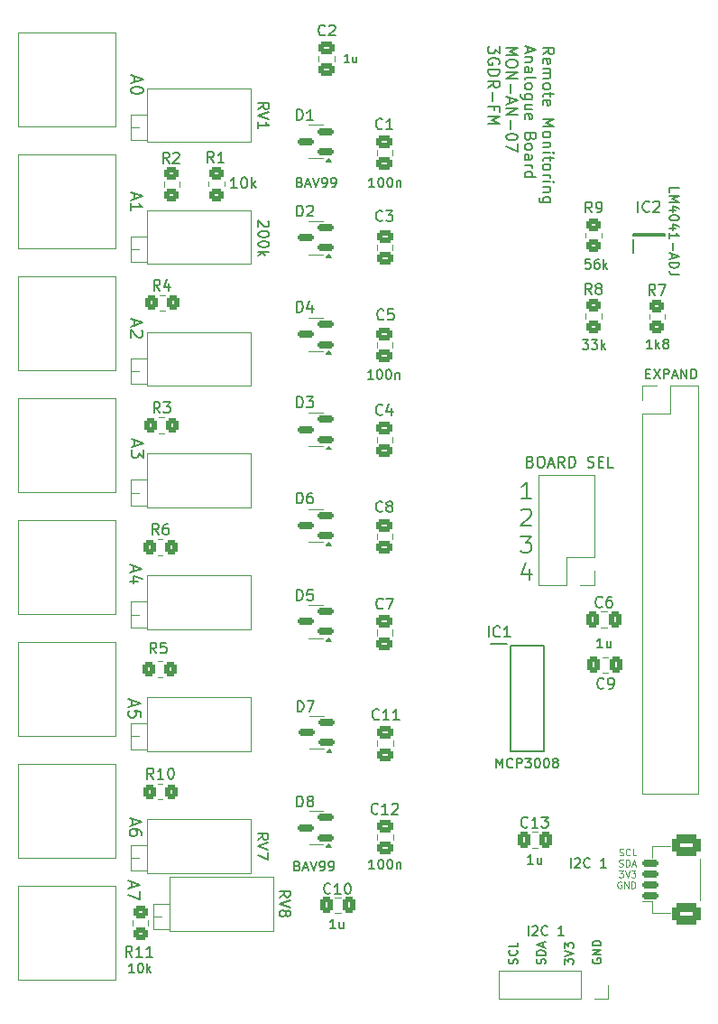
<source format=gbr>
%TF.GenerationSoftware,KiCad,Pcbnew,9.0.1*%
%TF.CreationDate,2025-04-04T11:50:33+11:00*%
%TF.ProjectId,v7_equip_analog,76375f65-7175-4697-905f-616e616c6f67,rev?*%
%TF.SameCoordinates,Original*%
%TF.FileFunction,Legend,Top*%
%TF.FilePolarity,Positive*%
%FSLAX46Y46*%
G04 Gerber Fmt 4.6, Leading zero omitted, Abs format (unit mm)*
G04 Created by KiCad (PCBNEW 9.0.1) date 2025-04-04 11:50:33*
%MOMM*%
%LPD*%
G01*
G04 APERTURE LIST*
G04 Aperture macros list*
%AMRoundRect*
0 Rectangle with rounded corners*
0 $1 Rounding radius*
0 $2 $3 $4 $5 $6 $7 $8 $9 X,Y pos of 4 corners*
0 Add a 4 corners polygon primitive as box body*
4,1,4,$2,$3,$4,$5,$6,$7,$8,$9,$2,$3,0*
0 Add four circle primitives for the rounded corners*
1,1,$1+$1,$2,$3*
1,1,$1+$1,$4,$5*
1,1,$1+$1,$6,$7*
1,1,$1+$1,$8,$9*
0 Add four rect primitives between the rounded corners*
20,1,$1+$1,$2,$3,$4,$5,0*
20,1,$1+$1,$4,$5,$6,$7,0*
20,1,$1+$1,$6,$7,$8,$9,0*
20,1,$1+$1,$8,$9,$2,$3,0*%
G04 Aperture macros list end*
%ADD10C,0.152400*%
%ADD11C,0.127000*%
%ADD12C,0.203200*%
%ADD13C,0.101600*%
%ADD14C,0.150000*%
%ADD15C,0.177800*%
%ADD16C,0.120000*%
%ADD17C,0.100000*%
%ADD18C,0.200000*%
%ADD19R,1.700000X1.700000*%
%ADD20C,1.700000*%
%ADD21RoundRect,0.150000X0.587500X0.150000X-0.587500X0.150000X-0.587500X-0.150000X0.587500X-0.150000X0*%
%ADD22C,1.440000*%
%ADD23C,2.100000*%
%ADD24RoundRect,0.250000X-0.337500X-0.475000X0.337500X-0.475000X0.337500X0.475000X-0.337500X0.475000X0*%
%ADD25C,3.500000*%
%ADD26RoundRect,0.250000X0.450000X-0.350000X0.450000X0.350000X-0.450000X0.350000X-0.450000X-0.350000X0*%
%ADD27RoundRect,0.250000X0.337500X0.475000X-0.337500X0.475000X-0.337500X-0.475000X0.337500X-0.475000X0*%
%ADD28RoundRect,0.250000X-0.475000X0.337500X-0.475000X-0.337500X0.475000X-0.337500X0.475000X0.337500X0*%
%ADD29RoundRect,0.250000X-0.350000X-0.450000X0.350000X-0.450000X0.350000X0.450000X-0.350000X0.450000X0*%
%ADD30RoundRect,0.250000X-0.450000X0.350000X-0.450000X-0.350000X0.450000X-0.350000X0.450000X0.350000X0*%
%ADD31RoundRect,0.150000X0.625000X-0.150000X0.625000X0.150000X-0.625000X0.150000X-0.625000X-0.150000X0*%
%ADD32RoundRect,0.416666X0.970834X-0.583334X0.970834X0.583334X-0.970834X0.583334X-0.970834X-0.583334X0*%
%ADD33R,0.600000X1.250000*%
%ADD34RoundRect,0.250000X0.475000X-0.337500X0.475000X0.337500X-0.475000X0.337500X-0.475000X-0.337500X0*%
%ADD35R,1.500000X0.650000*%
G04 APERTURE END LIST*
D10*
X5833777Y-76695777D02*
X5833777Y-77240063D01*
X5507206Y-76586920D02*
X6650206Y-76967920D01*
X6650206Y-76967920D02*
X5507206Y-77348920D01*
X6650206Y-78219777D02*
X6650206Y-78002062D01*
X6650206Y-78002062D02*
X6595777Y-77893205D01*
X6595777Y-77893205D02*
X6541349Y-77838777D01*
X6541349Y-77838777D02*
X6378063Y-77729919D01*
X6378063Y-77729919D02*
X6160349Y-77675491D01*
X6160349Y-77675491D02*
X5724920Y-77675491D01*
X5724920Y-77675491D02*
X5616063Y-77729919D01*
X5616063Y-77729919D02*
X5561635Y-77784348D01*
X5561635Y-77784348D02*
X5507206Y-77893205D01*
X5507206Y-77893205D02*
X5507206Y-78110919D01*
X5507206Y-78110919D02*
X5561635Y-78219777D01*
X5561635Y-78219777D02*
X5616063Y-78274205D01*
X5616063Y-78274205D02*
X5724920Y-78328634D01*
X5724920Y-78328634D02*
X5997063Y-78328634D01*
X5997063Y-78328634D02*
X6105920Y-78274205D01*
X6105920Y-78274205D02*
X6160349Y-78219777D01*
X6160349Y-78219777D02*
X6214777Y-78110919D01*
X6214777Y-78110919D02*
X6214777Y-77893205D01*
X6214777Y-77893205D02*
X6160349Y-77784348D01*
X6160349Y-77784348D02*
X6105920Y-77729919D01*
X6105920Y-77729919D02*
X5997063Y-77675491D01*
D11*
X41889448Y-90287228D02*
X41928152Y-90171114D01*
X41928152Y-90171114D02*
X41928152Y-89977590D01*
X41928152Y-89977590D02*
X41889448Y-89900181D01*
X41889448Y-89900181D02*
X41850743Y-89861476D01*
X41850743Y-89861476D02*
X41773333Y-89822771D01*
X41773333Y-89822771D02*
X41695924Y-89822771D01*
X41695924Y-89822771D02*
X41618514Y-89861476D01*
X41618514Y-89861476D02*
X41579809Y-89900181D01*
X41579809Y-89900181D02*
X41541105Y-89977590D01*
X41541105Y-89977590D02*
X41502400Y-90132409D01*
X41502400Y-90132409D02*
X41463695Y-90209819D01*
X41463695Y-90209819D02*
X41424990Y-90248524D01*
X41424990Y-90248524D02*
X41347581Y-90287228D01*
X41347581Y-90287228D02*
X41270171Y-90287228D01*
X41270171Y-90287228D02*
X41192762Y-90248524D01*
X41192762Y-90248524D02*
X41154057Y-90209819D01*
X41154057Y-90209819D02*
X41115352Y-90132409D01*
X41115352Y-90132409D02*
X41115352Y-89938886D01*
X41115352Y-89938886D02*
X41154057Y-89822771D01*
X41850743Y-89009972D02*
X41889448Y-89048676D01*
X41889448Y-89048676D02*
X41928152Y-89164791D01*
X41928152Y-89164791D02*
X41928152Y-89242200D01*
X41928152Y-89242200D02*
X41889448Y-89358314D01*
X41889448Y-89358314D02*
X41812038Y-89435724D01*
X41812038Y-89435724D02*
X41734628Y-89474429D01*
X41734628Y-89474429D02*
X41579809Y-89513133D01*
X41579809Y-89513133D02*
X41463695Y-89513133D01*
X41463695Y-89513133D02*
X41308876Y-89474429D01*
X41308876Y-89474429D02*
X41231467Y-89435724D01*
X41231467Y-89435724D02*
X41154057Y-89358314D01*
X41154057Y-89358314D02*
X41115352Y-89242200D01*
X41115352Y-89242200D02*
X41115352Y-89164791D01*
X41115352Y-89164791D02*
X41154057Y-89048676D01*
X41154057Y-89048676D02*
X41192762Y-89009972D01*
X41928152Y-88274581D02*
X41928152Y-88661629D01*
X41928152Y-88661629D02*
X41115352Y-88661629D01*
X44506572Y-90287228D02*
X44545276Y-90171114D01*
X44545276Y-90171114D02*
X44545276Y-89977590D01*
X44545276Y-89977590D02*
X44506572Y-89900181D01*
X44506572Y-89900181D02*
X44467867Y-89861476D01*
X44467867Y-89861476D02*
X44390457Y-89822771D01*
X44390457Y-89822771D02*
X44313048Y-89822771D01*
X44313048Y-89822771D02*
X44235638Y-89861476D01*
X44235638Y-89861476D02*
X44196933Y-89900181D01*
X44196933Y-89900181D02*
X44158229Y-89977590D01*
X44158229Y-89977590D02*
X44119524Y-90132409D01*
X44119524Y-90132409D02*
X44080819Y-90209819D01*
X44080819Y-90209819D02*
X44042114Y-90248524D01*
X44042114Y-90248524D02*
X43964705Y-90287228D01*
X43964705Y-90287228D02*
X43887295Y-90287228D01*
X43887295Y-90287228D02*
X43809886Y-90248524D01*
X43809886Y-90248524D02*
X43771181Y-90209819D01*
X43771181Y-90209819D02*
X43732476Y-90132409D01*
X43732476Y-90132409D02*
X43732476Y-89938886D01*
X43732476Y-89938886D02*
X43771181Y-89822771D01*
X44545276Y-89474429D02*
X43732476Y-89474429D01*
X43732476Y-89474429D02*
X43732476Y-89280905D01*
X43732476Y-89280905D02*
X43771181Y-89164791D01*
X43771181Y-89164791D02*
X43848591Y-89087381D01*
X43848591Y-89087381D02*
X43926000Y-89048676D01*
X43926000Y-89048676D02*
X44080819Y-89009972D01*
X44080819Y-89009972D02*
X44196933Y-89009972D01*
X44196933Y-89009972D02*
X44351752Y-89048676D01*
X44351752Y-89048676D02*
X44429162Y-89087381D01*
X44429162Y-89087381D02*
X44506572Y-89164791D01*
X44506572Y-89164791D02*
X44545276Y-89280905D01*
X44545276Y-89280905D02*
X44545276Y-89474429D01*
X44313048Y-88700333D02*
X44313048Y-88313286D01*
X44545276Y-88777743D02*
X43732476Y-88506810D01*
X43732476Y-88506810D02*
X44545276Y-88235876D01*
X46349600Y-90325933D02*
X46349600Y-89822771D01*
X46349600Y-89822771D02*
X46659238Y-90093705D01*
X46659238Y-90093705D02*
X46659238Y-89977590D01*
X46659238Y-89977590D02*
X46697943Y-89900181D01*
X46697943Y-89900181D02*
X46736648Y-89861476D01*
X46736648Y-89861476D02*
X46814057Y-89822771D01*
X46814057Y-89822771D02*
X47007581Y-89822771D01*
X47007581Y-89822771D02*
X47084991Y-89861476D01*
X47084991Y-89861476D02*
X47123696Y-89900181D01*
X47123696Y-89900181D02*
X47162400Y-89977590D01*
X47162400Y-89977590D02*
X47162400Y-90209819D01*
X47162400Y-90209819D02*
X47123696Y-90287228D01*
X47123696Y-90287228D02*
X47084991Y-90325933D01*
X46349600Y-89590543D02*
X47162400Y-89319610D01*
X47162400Y-89319610D02*
X46349600Y-89048676D01*
X46349600Y-88855152D02*
X46349600Y-88351990D01*
X46349600Y-88351990D02*
X46659238Y-88622924D01*
X46659238Y-88622924D02*
X46659238Y-88506809D01*
X46659238Y-88506809D02*
X46697943Y-88429400D01*
X46697943Y-88429400D02*
X46736648Y-88390695D01*
X46736648Y-88390695D02*
X46814057Y-88351990D01*
X46814057Y-88351990D02*
X47007581Y-88351990D01*
X47007581Y-88351990D02*
X47084991Y-88390695D01*
X47084991Y-88390695D02*
X47123696Y-88429400D01*
X47123696Y-88429400D02*
X47162400Y-88506809D01*
X47162400Y-88506809D02*
X47162400Y-88739038D01*
X47162400Y-88739038D02*
X47123696Y-88816447D01*
X47123696Y-88816447D02*
X47084991Y-88855152D01*
X49005429Y-89822771D02*
X48966724Y-89900181D01*
X48966724Y-89900181D02*
X48966724Y-90016295D01*
X48966724Y-90016295D02*
X49005429Y-90132409D01*
X49005429Y-90132409D02*
X49082839Y-90209819D01*
X49082839Y-90209819D02*
X49160248Y-90248524D01*
X49160248Y-90248524D02*
X49315067Y-90287228D01*
X49315067Y-90287228D02*
X49431181Y-90287228D01*
X49431181Y-90287228D02*
X49586000Y-90248524D01*
X49586000Y-90248524D02*
X49663410Y-90209819D01*
X49663410Y-90209819D02*
X49740820Y-90132409D01*
X49740820Y-90132409D02*
X49779524Y-90016295D01*
X49779524Y-90016295D02*
X49779524Y-89938886D01*
X49779524Y-89938886D02*
X49740820Y-89822771D01*
X49740820Y-89822771D02*
X49702115Y-89784067D01*
X49702115Y-89784067D02*
X49431181Y-89784067D01*
X49431181Y-89784067D02*
X49431181Y-89938886D01*
X49779524Y-89435724D02*
X48966724Y-89435724D01*
X48966724Y-89435724D02*
X49779524Y-88971267D01*
X49779524Y-88971267D02*
X48966724Y-88971267D01*
X49779524Y-88584219D02*
X48966724Y-88584219D01*
X48966724Y-88584219D02*
X48966724Y-88390695D01*
X48966724Y-88390695D02*
X49005429Y-88274581D01*
X49005429Y-88274581D02*
X49082839Y-88197171D01*
X49082839Y-88197171D02*
X49160248Y-88158466D01*
X49160248Y-88158466D02*
X49315067Y-88119762D01*
X49315067Y-88119762D02*
X49431181Y-88119762D01*
X49431181Y-88119762D02*
X49586000Y-88158466D01*
X49586000Y-88158466D02*
X49663410Y-88197171D01*
X49663410Y-88197171D02*
X49740820Y-88274581D01*
X49740820Y-88274581D02*
X49779524Y-88390695D01*
X49779524Y-88390695D02*
X49779524Y-88584219D01*
D10*
X5935377Y-29908977D02*
X5935377Y-30453263D01*
X5608806Y-29800120D02*
X6751806Y-30181120D01*
X6751806Y-30181120D02*
X5608806Y-30562120D01*
X6642949Y-30888691D02*
X6697377Y-30943119D01*
X6697377Y-30943119D02*
X6751806Y-31051977D01*
X6751806Y-31051977D02*
X6751806Y-31324119D01*
X6751806Y-31324119D02*
X6697377Y-31432977D01*
X6697377Y-31432977D02*
X6642949Y-31487405D01*
X6642949Y-31487405D02*
X6534092Y-31541834D01*
X6534092Y-31541834D02*
X6425235Y-31541834D01*
X6425235Y-31541834D02*
X6261949Y-31487405D01*
X6261949Y-31487405D02*
X5608806Y-30834262D01*
X5608806Y-30834262D02*
X5608806Y-31541834D01*
D12*
X43218131Y-46673687D02*
X42318245Y-46673687D01*
X42768188Y-46673687D02*
X42768188Y-45098887D01*
X42768188Y-45098887D02*
X42618207Y-45323858D01*
X42618207Y-45323858D02*
X42468226Y-45473839D01*
X42468226Y-45473839D02*
X42318245Y-45548830D01*
X42318245Y-47784208D02*
X42393236Y-47709217D01*
X42393236Y-47709217D02*
X42543217Y-47634227D01*
X42543217Y-47634227D02*
X42918169Y-47634227D01*
X42918169Y-47634227D02*
X43068150Y-47709217D01*
X43068150Y-47709217D02*
X43143141Y-47784208D01*
X43143141Y-47784208D02*
X43218131Y-47934189D01*
X43218131Y-47934189D02*
X43218131Y-48084170D01*
X43218131Y-48084170D02*
X43143141Y-48309141D01*
X43143141Y-48309141D02*
X42243255Y-49209027D01*
X42243255Y-49209027D02*
X43218131Y-49209027D01*
X42243255Y-50169567D02*
X43218131Y-50169567D01*
X43218131Y-50169567D02*
X42693198Y-50769491D01*
X42693198Y-50769491D02*
X42918169Y-50769491D01*
X42918169Y-50769491D02*
X43068150Y-50844481D01*
X43068150Y-50844481D02*
X43143141Y-50919472D01*
X43143141Y-50919472D02*
X43218131Y-51069453D01*
X43218131Y-51069453D02*
X43218131Y-51444405D01*
X43218131Y-51444405D02*
X43143141Y-51594386D01*
X43143141Y-51594386D02*
X43068150Y-51669377D01*
X43068150Y-51669377D02*
X42918169Y-51744367D01*
X42918169Y-51744367D02*
X42468226Y-51744367D01*
X42468226Y-51744367D02*
X42318245Y-51669377D01*
X42318245Y-51669377D02*
X42243255Y-51594386D01*
X43068150Y-53229840D02*
X43068150Y-54279707D01*
X42693198Y-52629917D02*
X42318245Y-53754774D01*
X42318245Y-53754774D02*
X43293122Y-53754774D01*
D10*
X5960777Y-7074377D02*
X5960777Y-7618663D01*
X5634206Y-6965520D02*
X6777206Y-7346520D01*
X6777206Y-7346520D02*
X5634206Y-7727520D01*
X6777206Y-8326234D02*
X6777206Y-8435091D01*
X6777206Y-8435091D02*
X6722777Y-8543948D01*
X6722777Y-8543948D02*
X6668349Y-8598377D01*
X6668349Y-8598377D02*
X6559492Y-8652805D01*
X6559492Y-8652805D02*
X6341777Y-8707234D01*
X6341777Y-8707234D02*
X6069635Y-8707234D01*
X6069635Y-8707234D02*
X5851920Y-8652805D01*
X5851920Y-8652805D02*
X5743063Y-8598377D01*
X5743063Y-8598377D02*
X5688635Y-8543948D01*
X5688635Y-8543948D02*
X5634206Y-8435091D01*
X5634206Y-8435091D02*
X5634206Y-8326234D01*
X5634206Y-8326234D02*
X5688635Y-8217377D01*
X5688635Y-8217377D02*
X5743063Y-8162948D01*
X5743063Y-8162948D02*
X5851920Y-8108519D01*
X5851920Y-8108519D02*
X6069635Y-8054091D01*
X6069635Y-8054091D02*
X6341777Y-8054091D01*
X6341777Y-8054091D02*
X6559492Y-8108519D01*
X6559492Y-8108519D02*
X6668349Y-8162948D01*
X6668349Y-8162948D02*
X6722777Y-8217377D01*
X6722777Y-8217377D02*
X6777206Y-8326234D01*
D13*
X51487900Y-80106424D02*
X51578614Y-80136662D01*
X51578614Y-80136662D02*
X51729805Y-80136662D01*
X51729805Y-80136662D02*
X51790281Y-80106424D01*
X51790281Y-80106424D02*
X51820519Y-80076185D01*
X51820519Y-80076185D02*
X51850757Y-80015709D01*
X51850757Y-80015709D02*
X51850757Y-79955233D01*
X51850757Y-79955233D02*
X51820519Y-79894757D01*
X51820519Y-79894757D02*
X51790281Y-79864519D01*
X51790281Y-79864519D02*
X51729805Y-79834281D01*
X51729805Y-79834281D02*
X51608852Y-79804043D01*
X51608852Y-79804043D02*
X51548376Y-79773804D01*
X51548376Y-79773804D02*
X51518138Y-79743566D01*
X51518138Y-79743566D02*
X51487900Y-79683090D01*
X51487900Y-79683090D02*
X51487900Y-79622614D01*
X51487900Y-79622614D02*
X51518138Y-79562138D01*
X51518138Y-79562138D02*
X51548376Y-79531900D01*
X51548376Y-79531900D02*
X51608852Y-79501662D01*
X51608852Y-79501662D02*
X51760043Y-79501662D01*
X51760043Y-79501662D02*
X51850757Y-79531900D01*
X52485757Y-80076185D02*
X52455519Y-80106424D01*
X52455519Y-80106424D02*
X52364805Y-80136662D01*
X52364805Y-80136662D02*
X52304329Y-80136662D01*
X52304329Y-80136662D02*
X52213614Y-80106424D01*
X52213614Y-80106424D02*
X52153138Y-80045947D01*
X52153138Y-80045947D02*
X52122900Y-79985471D01*
X52122900Y-79985471D02*
X52092662Y-79864519D01*
X52092662Y-79864519D02*
X52092662Y-79773804D01*
X52092662Y-79773804D02*
X52122900Y-79652852D01*
X52122900Y-79652852D02*
X52153138Y-79592376D01*
X52153138Y-79592376D02*
X52213614Y-79531900D01*
X52213614Y-79531900D02*
X52304329Y-79501662D01*
X52304329Y-79501662D02*
X52364805Y-79501662D01*
X52364805Y-79501662D02*
X52455519Y-79531900D01*
X52455519Y-79531900D02*
X52485757Y-79562138D01*
X53060281Y-80136662D02*
X52757900Y-80136662D01*
X52757900Y-80136662D02*
X52757900Y-79501662D01*
X51457662Y-81128738D02*
X51548376Y-81158976D01*
X51548376Y-81158976D02*
X51699567Y-81158976D01*
X51699567Y-81158976D02*
X51760043Y-81128738D01*
X51760043Y-81128738D02*
X51790281Y-81098499D01*
X51790281Y-81098499D02*
X51820519Y-81038023D01*
X51820519Y-81038023D02*
X51820519Y-80977547D01*
X51820519Y-80977547D02*
X51790281Y-80917071D01*
X51790281Y-80917071D02*
X51760043Y-80886833D01*
X51760043Y-80886833D02*
X51699567Y-80856595D01*
X51699567Y-80856595D02*
X51578614Y-80826357D01*
X51578614Y-80826357D02*
X51518138Y-80796118D01*
X51518138Y-80796118D02*
X51487900Y-80765880D01*
X51487900Y-80765880D02*
X51457662Y-80705404D01*
X51457662Y-80705404D02*
X51457662Y-80644928D01*
X51457662Y-80644928D02*
X51487900Y-80584452D01*
X51487900Y-80584452D02*
X51518138Y-80554214D01*
X51518138Y-80554214D02*
X51578614Y-80523976D01*
X51578614Y-80523976D02*
X51729805Y-80523976D01*
X51729805Y-80523976D02*
X51820519Y-80554214D01*
X52092662Y-81158976D02*
X52092662Y-80523976D01*
X52092662Y-80523976D02*
X52243852Y-80523976D01*
X52243852Y-80523976D02*
X52334567Y-80554214D01*
X52334567Y-80554214D02*
X52395043Y-80614690D01*
X52395043Y-80614690D02*
X52425281Y-80675166D01*
X52425281Y-80675166D02*
X52455519Y-80796118D01*
X52455519Y-80796118D02*
X52455519Y-80886833D01*
X52455519Y-80886833D02*
X52425281Y-81007785D01*
X52425281Y-81007785D02*
X52395043Y-81068261D01*
X52395043Y-81068261D02*
X52334567Y-81128738D01*
X52334567Y-81128738D02*
X52243852Y-81158976D01*
X52243852Y-81158976D02*
X52092662Y-81158976D01*
X52697424Y-80977547D02*
X52999805Y-80977547D01*
X52636948Y-81158976D02*
X52848614Y-80523976D01*
X52848614Y-80523976D02*
X53060281Y-81158976D01*
X51457662Y-81546290D02*
X51850757Y-81546290D01*
X51850757Y-81546290D02*
X51639090Y-81788194D01*
X51639090Y-81788194D02*
X51729805Y-81788194D01*
X51729805Y-81788194D02*
X51790281Y-81818432D01*
X51790281Y-81818432D02*
X51820519Y-81848671D01*
X51820519Y-81848671D02*
X51850757Y-81909147D01*
X51850757Y-81909147D02*
X51850757Y-82060337D01*
X51850757Y-82060337D02*
X51820519Y-82120813D01*
X51820519Y-82120813D02*
X51790281Y-82151052D01*
X51790281Y-82151052D02*
X51729805Y-82181290D01*
X51729805Y-82181290D02*
X51548376Y-82181290D01*
X51548376Y-82181290D02*
X51487900Y-82151052D01*
X51487900Y-82151052D02*
X51457662Y-82120813D01*
X52032186Y-81546290D02*
X52243852Y-82181290D01*
X52243852Y-82181290D02*
X52455519Y-81546290D01*
X52606710Y-81546290D02*
X52999805Y-81546290D01*
X52999805Y-81546290D02*
X52788138Y-81788194D01*
X52788138Y-81788194D02*
X52878853Y-81788194D01*
X52878853Y-81788194D02*
X52939329Y-81818432D01*
X52939329Y-81818432D02*
X52969567Y-81848671D01*
X52969567Y-81848671D02*
X52999805Y-81909147D01*
X52999805Y-81909147D02*
X52999805Y-82060337D01*
X52999805Y-82060337D02*
X52969567Y-82120813D01*
X52969567Y-82120813D02*
X52939329Y-82151052D01*
X52939329Y-82151052D02*
X52878853Y-82181290D01*
X52878853Y-82181290D02*
X52697424Y-82181290D01*
X52697424Y-82181290D02*
X52636948Y-82151052D01*
X52636948Y-82151052D02*
X52606710Y-82120813D01*
X51669329Y-82598842D02*
X51608853Y-82568604D01*
X51608853Y-82568604D02*
X51518139Y-82568604D01*
X51518139Y-82568604D02*
X51427424Y-82598842D01*
X51427424Y-82598842D02*
X51366948Y-82659318D01*
X51366948Y-82659318D02*
X51336710Y-82719794D01*
X51336710Y-82719794D02*
X51306472Y-82840746D01*
X51306472Y-82840746D02*
X51306472Y-82931461D01*
X51306472Y-82931461D02*
X51336710Y-83052413D01*
X51336710Y-83052413D02*
X51366948Y-83112889D01*
X51366948Y-83112889D02*
X51427424Y-83173366D01*
X51427424Y-83173366D02*
X51518139Y-83203604D01*
X51518139Y-83203604D02*
X51578615Y-83203604D01*
X51578615Y-83203604D02*
X51669329Y-83173366D01*
X51669329Y-83173366D02*
X51699567Y-83143127D01*
X51699567Y-83143127D02*
X51699567Y-82931461D01*
X51699567Y-82931461D02*
X51578615Y-82931461D01*
X51971710Y-83203604D02*
X51971710Y-82568604D01*
X51971710Y-82568604D02*
X52334567Y-83203604D01*
X52334567Y-83203604D02*
X52334567Y-82568604D01*
X52636948Y-83203604D02*
X52636948Y-82568604D01*
X52636948Y-82568604D02*
X52788138Y-82568604D01*
X52788138Y-82568604D02*
X52878853Y-82598842D01*
X52878853Y-82598842D02*
X52939329Y-82659318D01*
X52939329Y-82659318D02*
X52969567Y-82719794D01*
X52969567Y-82719794D02*
X52999805Y-82840746D01*
X52999805Y-82840746D02*
X52999805Y-82931461D01*
X52999805Y-82931461D02*
X52969567Y-83052413D01*
X52969567Y-83052413D02*
X52939329Y-83112889D01*
X52939329Y-83112889D02*
X52878853Y-83173366D01*
X52878853Y-83173366D02*
X52788138Y-83203604D01*
X52788138Y-83203604D02*
X52636948Y-83203604D01*
D10*
X43149634Y-43201345D02*
X43294777Y-43249726D01*
X43294777Y-43249726D02*
X43343158Y-43298107D01*
X43343158Y-43298107D02*
X43391539Y-43394869D01*
X43391539Y-43394869D02*
X43391539Y-43540012D01*
X43391539Y-43540012D02*
X43343158Y-43636774D01*
X43343158Y-43636774D02*
X43294777Y-43685155D01*
X43294777Y-43685155D02*
X43198015Y-43733535D01*
X43198015Y-43733535D02*
X42810967Y-43733535D01*
X42810967Y-43733535D02*
X42810967Y-42717535D01*
X42810967Y-42717535D02*
X43149634Y-42717535D01*
X43149634Y-42717535D02*
X43246396Y-42765916D01*
X43246396Y-42765916D02*
X43294777Y-42814297D01*
X43294777Y-42814297D02*
X43343158Y-42911059D01*
X43343158Y-42911059D02*
X43343158Y-43007821D01*
X43343158Y-43007821D02*
X43294777Y-43104583D01*
X43294777Y-43104583D02*
X43246396Y-43152964D01*
X43246396Y-43152964D02*
X43149634Y-43201345D01*
X43149634Y-43201345D02*
X42810967Y-43201345D01*
X44020491Y-42717535D02*
X44214015Y-42717535D01*
X44214015Y-42717535D02*
X44310777Y-42765916D01*
X44310777Y-42765916D02*
X44407539Y-42862678D01*
X44407539Y-42862678D02*
X44455920Y-43056202D01*
X44455920Y-43056202D02*
X44455920Y-43394869D01*
X44455920Y-43394869D02*
X44407539Y-43588393D01*
X44407539Y-43588393D02*
X44310777Y-43685155D01*
X44310777Y-43685155D02*
X44214015Y-43733535D01*
X44214015Y-43733535D02*
X44020491Y-43733535D01*
X44020491Y-43733535D02*
X43923729Y-43685155D01*
X43923729Y-43685155D02*
X43826967Y-43588393D01*
X43826967Y-43588393D02*
X43778586Y-43394869D01*
X43778586Y-43394869D02*
X43778586Y-43056202D01*
X43778586Y-43056202D02*
X43826967Y-42862678D01*
X43826967Y-42862678D02*
X43923729Y-42765916D01*
X43923729Y-42765916D02*
X44020491Y-42717535D01*
X44842967Y-43443250D02*
X45326777Y-43443250D01*
X44746205Y-43733535D02*
X45084872Y-42717535D01*
X45084872Y-42717535D02*
X45423539Y-43733535D01*
X46342777Y-43733535D02*
X46004110Y-43249726D01*
X45762205Y-43733535D02*
X45762205Y-42717535D01*
X45762205Y-42717535D02*
X46149253Y-42717535D01*
X46149253Y-42717535D02*
X46246015Y-42765916D01*
X46246015Y-42765916D02*
X46294396Y-42814297D01*
X46294396Y-42814297D02*
X46342777Y-42911059D01*
X46342777Y-42911059D02*
X46342777Y-43056202D01*
X46342777Y-43056202D02*
X46294396Y-43152964D01*
X46294396Y-43152964D02*
X46246015Y-43201345D01*
X46246015Y-43201345D02*
X46149253Y-43249726D01*
X46149253Y-43249726D02*
X45762205Y-43249726D01*
X46778205Y-43733535D02*
X46778205Y-42717535D01*
X46778205Y-42717535D02*
X47020110Y-42717535D01*
X47020110Y-42717535D02*
X47165253Y-42765916D01*
X47165253Y-42765916D02*
X47262015Y-42862678D01*
X47262015Y-42862678D02*
X47310396Y-42959440D01*
X47310396Y-42959440D02*
X47358777Y-43152964D01*
X47358777Y-43152964D02*
X47358777Y-43298107D01*
X47358777Y-43298107D02*
X47310396Y-43491631D01*
X47310396Y-43491631D02*
X47262015Y-43588393D01*
X47262015Y-43588393D02*
X47165253Y-43685155D01*
X47165253Y-43685155D02*
X47020110Y-43733535D01*
X47020110Y-43733535D02*
X46778205Y-43733535D01*
X48519919Y-43685155D02*
X48665062Y-43733535D01*
X48665062Y-43733535D02*
X48906967Y-43733535D01*
X48906967Y-43733535D02*
X49003729Y-43685155D01*
X49003729Y-43685155D02*
X49052110Y-43636774D01*
X49052110Y-43636774D02*
X49100491Y-43540012D01*
X49100491Y-43540012D02*
X49100491Y-43443250D01*
X49100491Y-43443250D02*
X49052110Y-43346488D01*
X49052110Y-43346488D02*
X49003729Y-43298107D01*
X49003729Y-43298107D02*
X48906967Y-43249726D01*
X48906967Y-43249726D02*
X48713443Y-43201345D01*
X48713443Y-43201345D02*
X48616681Y-43152964D01*
X48616681Y-43152964D02*
X48568300Y-43104583D01*
X48568300Y-43104583D02*
X48519919Y-43007821D01*
X48519919Y-43007821D02*
X48519919Y-42911059D01*
X48519919Y-42911059D02*
X48568300Y-42814297D01*
X48568300Y-42814297D02*
X48616681Y-42765916D01*
X48616681Y-42765916D02*
X48713443Y-42717535D01*
X48713443Y-42717535D02*
X48955348Y-42717535D01*
X48955348Y-42717535D02*
X49100491Y-42765916D01*
X49535919Y-43201345D02*
X49874586Y-43201345D01*
X50019729Y-43733535D02*
X49535919Y-43733535D01*
X49535919Y-43733535D02*
X49535919Y-42717535D01*
X49535919Y-42717535D02*
X50019729Y-42717535D01*
X50938967Y-43733535D02*
X50455157Y-43733535D01*
X50455157Y-43733535D02*
X50455157Y-42717535D01*
X6011577Y-41186577D02*
X6011577Y-41730863D01*
X5685006Y-41077720D02*
X6828006Y-41458720D01*
X6828006Y-41458720D02*
X5685006Y-41839720D01*
X6828006Y-42111862D02*
X6828006Y-42819434D01*
X6828006Y-42819434D02*
X6392577Y-42438434D01*
X6392577Y-42438434D02*
X6392577Y-42601719D01*
X6392577Y-42601719D02*
X6338149Y-42710577D01*
X6338149Y-42710577D02*
X6283720Y-42765005D01*
X6283720Y-42765005D02*
X6174863Y-42819434D01*
X6174863Y-42819434D02*
X5902720Y-42819434D01*
X5902720Y-42819434D02*
X5793863Y-42765005D01*
X5793863Y-42765005D02*
X5739435Y-42710577D01*
X5739435Y-42710577D02*
X5685006Y-42601719D01*
X5685006Y-42601719D02*
X5685006Y-42275148D01*
X5685006Y-42275148D02*
X5739435Y-42166291D01*
X5739435Y-42166291D02*
X5793863Y-42111862D01*
D12*
X44307987Y-4985084D02*
X44815987Y-4629484D01*
X44307987Y-4375484D02*
X45374787Y-4375484D01*
X45374787Y-4375484D02*
X45374787Y-4781884D01*
X45374787Y-4781884D02*
X45323987Y-4883484D01*
X45323987Y-4883484D02*
X45273187Y-4934284D01*
X45273187Y-4934284D02*
X45171587Y-4985084D01*
X45171587Y-4985084D02*
X45019187Y-4985084D01*
X45019187Y-4985084D02*
X44917587Y-4934284D01*
X44917587Y-4934284D02*
X44866787Y-4883484D01*
X44866787Y-4883484D02*
X44815987Y-4781884D01*
X44815987Y-4781884D02*
X44815987Y-4375484D01*
X44358787Y-5848684D02*
X44307987Y-5747084D01*
X44307987Y-5747084D02*
X44307987Y-5543884D01*
X44307987Y-5543884D02*
X44358787Y-5442284D01*
X44358787Y-5442284D02*
X44460387Y-5391484D01*
X44460387Y-5391484D02*
X44866787Y-5391484D01*
X44866787Y-5391484D02*
X44968387Y-5442284D01*
X44968387Y-5442284D02*
X45019187Y-5543884D01*
X45019187Y-5543884D02*
X45019187Y-5747084D01*
X45019187Y-5747084D02*
X44968387Y-5848684D01*
X44968387Y-5848684D02*
X44866787Y-5899484D01*
X44866787Y-5899484D02*
X44765187Y-5899484D01*
X44765187Y-5899484D02*
X44663587Y-5391484D01*
X44307987Y-6356684D02*
X45019187Y-6356684D01*
X44917587Y-6356684D02*
X44968387Y-6407484D01*
X44968387Y-6407484D02*
X45019187Y-6509084D01*
X45019187Y-6509084D02*
X45019187Y-6661484D01*
X45019187Y-6661484D02*
X44968387Y-6763084D01*
X44968387Y-6763084D02*
X44866787Y-6813884D01*
X44866787Y-6813884D02*
X44307987Y-6813884D01*
X44866787Y-6813884D02*
X44968387Y-6864684D01*
X44968387Y-6864684D02*
X45019187Y-6966284D01*
X45019187Y-6966284D02*
X45019187Y-7118684D01*
X45019187Y-7118684D02*
X44968387Y-7220284D01*
X44968387Y-7220284D02*
X44866787Y-7271084D01*
X44866787Y-7271084D02*
X44307987Y-7271084D01*
X44307987Y-7931484D02*
X44358787Y-7829884D01*
X44358787Y-7829884D02*
X44409587Y-7779084D01*
X44409587Y-7779084D02*
X44511187Y-7728284D01*
X44511187Y-7728284D02*
X44815987Y-7728284D01*
X44815987Y-7728284D02*
X44917587Y-7779084D01*
X44917587Y-7779084D02*
X44968387Y-7829884D01*
X44968387Y-7829884D02*
X45019187Y-7931484D01*
X45019187Y-7931484D02*
X45019187Y-8083884D01*
X45019187Y-8083884D02*
X44968387Y-8185484D01*
X44968387Y-8185484D02*
X44917587Y-8236284D01*
X44917587Y-8236284D02*
X44815987Y-8287084D01*
X44815987Y-8287084D02*
X44511187Y-8287084D01*
X44511187Y-8287084D02*
X44409587Y-8236284D01*
X44409587Y-8236284D02*
X44358787Y-8185484D01*
X44358787Y-8185484D02*
X44307987Y-8083884D01*
X44307987Y-8083884D02*
X44307987Y-7931484D01*
X45019187Y-8591884D02*
X45019187Y-8998284D01*
X45374787Y-8744284D02*
X44460387Y-8744284D01*
X44460387Y-8744284D02*
X44358787Y-8795084D01*
X44358787Y-8795084D02*
X44307987Y-8896684D01*
X44307987Y-8896684D02*
X44307987Y-8998284D01*
X44358787Y-9760284D02*
X44307987Y-9658684D01*
X44307987Y-9658684D02*
X44307987Y-9455484D01*
X44307987Y-9455484D02*
X44358787Y-9353884D01*
X44358787Y-9353884D02*
X44460387Y-9303084D01*
X44460387Y-9303084D02*
X44866787Y-9303084D01*
X44866787Y-9303084D02*
X44968387Y-9353884D01*
X44968387Y-9353884D02*
X45019187Y-9455484D01*
X45019187Y-9455484D02*
X45019187Y-9658684D01*
X45019187Y-9658684D02*
X44968387Y-9760284D01*
X44968387Y-9760284D02*
X44866787Y-9811084D01*
X44866787Y-9811084D02*
X44765187Y-9811084D01*
X44765187Y-9811084D02*
X44663587Y-9303084D01*
X44307987Y-11081084D02*
X45374787Y-11081084D01*
X45374787Y-11081084D02*
X44612787Y-11436684D01*
X44612787Y-11436684D02*
X45374787Y-11792284D01*
X45374787Y-11792284D02*
X44307987Y-11792284D01*
X44307987Y-12452684D02*
X44358787Y-12351084D01*
X44358787Y-12351084D02*
X44409587Y-12300284D01*
X44409587Y-12300284D02*
X44511187Y-12249484D01*
X44511187Y-12249484D02*
X44815987Y-12249484D01*
X44815987Y-12249484D02*
X44917587Y-12300284D01*
X44917587Y-12300284D02*
X44968387Y-12351084D01*
X44968387Y-12351084D02*
X45019187Y-12452684D01*
X45019187Y-12452684D02*
X45019187Y-12605084D01*
X45019187Y-12605084D02*
X44968387Y-12706684D01*
X44968387Y-12706684D02*
X44917587Y-12757484D01*
X44917587Y-12757484D02*
X44815987Y-12808284D01*
X44815987Y-12808284D02*
X44511187Y-12808284D01*
X44511187Y-12808284D02*
X44409587Y-12757484D01*
X44409587Y-12757484D02*
X44358787Y-12706684D01*
X44358787Y-12706684D02*
X44307987Y-12605084D01*
X44307987Y-12605084D02*
X44307987Y-12452684D01*
X45019187Y-13265484D02*
X44307987Y-13265484D01*
X44917587Y-13265484D02*
X44968387Y-13316284D01*
X44968387Y-13316284D02*
X45019187Y-13417884D01*
X45019187Y-13417884D02*
X45019187Y-13570284D01*
X45019187Y-13570284D02*
X44968387Y-13671884D01*
X44968387Y-13671884D02*
X44866787Y-13722684D01*
X44866787Y-13722684D02*
X44307987Y-13722684D01*
X44307987Y-14230684D02*
X45019187Y-14230684D01*
X45374787Y-14230684D02*
X45323987Y-14179884D01*
X45323987Y-14179884D02*
X45273187Y-14230684D01*
X45273187Y-14230684D02*
X45323987Y-14281484D01*
X45323987Y-14281484D02*
X45374787Y-14230684D01*
X45374787Y-14230684D02*
X45273187Y-14230684D01*
X45019187Y-14586284D02*
X45019187Y-14992684D01*
X45374787Y-14738684D02*
X44460387Y-14738684D01*
X44460387Y-14738684D02*
X44358787Y-14789484D01*
X44358787Y-14789484D02*
X44307987Y-14891084D01*
X44307987Y-14891084D02*
X44307987Y-14992684D01*
X44307987Y-15500684D02*
X44358787Y-15399084D01*
X44358787Y-15399084D02*
X44409587Y-15348284D01*
X44409587Y-15348284D02*
X44511187Y-15297484D01*
X44511187Y-15297484D02*
X44815987Y-15297484D01*
X44815987Y-15297484D02*
X44917587Y-15348284D01*
X44917587Y-15348284D02*
X44968387Y-15399084D01*
X44968387Y-15399084D02*
X45019187Y-15500684D01*
X45019187Y-15500684D02*
X45019187Y-15653084D01*
X45019187Y-15653084D02*
X44968387Y-15754684D01*
X44968387Y-15754684D02*
X44917587Y-15805484D01*
X44917587Y-15805484D02*
X44815987Y-15856284D01*
X44815987Y-15856284D02*
X44511187Y-15856284D01*
X44511187Y-15856284D02*
X44409587Y-15805484D01*
X44409587Y-15805484D02*
X44358787Y-15754684D01*
X44358787Y-15754684D02*
X44307987Y-15653084D01*
X44307987Y-15653084D02*
X44307987Y-15500684D01*
X44307987Y-16313484D02*
X45019187Y-16313484D01*
X44815987Y-16313484D02*
X44917587Y-16364284D01*
X44917587Y-16364284D02*
X44968387Y-16415084D01*
X44968387Y-16415084D02*
X45019187Y-16516684D01*
X45019187Y-16516684D02*
X45019187Y-16618284D01*
X44307987Y-16973884D02*
X45019187Y-16973884D01*
X45374787Y-16973884D02*
X45323987Y-16923084D01*
X45323987Y-16923084D02*
X45273187Y-16973884D01*
X45273187Y-16973884D02*
X45323987Y-17024684D01*
X45323987Y-17024684D02*
X45374787Y-16973884D01*
X45374787Y-16973884D02*
X45273187Y-16973884D01*
X45019187Y-17481884D02*
X44307987Y-17481884D01*
X44917587Y-17481884D02*
X44968387Y-17532684D01*
X44968387Y-17532684D02*
X45019187Y-17634284D01*
X45019187Y-17634284D02*
X45019187Y-17786684D01*
X45019187Y-17786684D02*
X44968387Y-17888284D01*
X44968387Y-17888284D02*
X44866787Y-17939084D01*
X44866787Y-17939084D02*
X44307987Y-17939084D01*
X45019187Y-18904284D02*
X44155587Y-18904284D01*
X44155587Y-18904284D02*
X44053987Y-18853484D01*
X44053987Y-18853484D02*
X44003187Y-18802684D01*
X44003187Y-18802684D02*
X43952387Y-18701084D01*
X43952387Y-18701084D02*
X43952387Y-18548684D01*
X43952387Y-18548684D02*
X44003187Y-18447084D01*
X44358787Y-18904284D02*
X44307987Y-18802684D01*
X44307987Y-18802684D02*
X44307987Y-18599484D01*
X44307987Y-18599484D02*
X44358787Y-18497884D01*
X44358787Y-18497884D02*
X44409587Y-18447084D01*
X44409587Y-18447084D02*
X44511187Y-18396284D01*
X44511187Y-18396284D02*
X44815987Y-18396284D01*
X44815987Y-18396284D02*
X44917587Y-18447084D01*
X44917587Y-18447084D02*
X44968387Y-18497884D01*
X44968387Y-18497884D02*
X45019187Y-18599484D01*
X45019187Y-18599484D02*
X45019187Y-18802684D01*
X45019187Y-18802684D02*
X44968387Y-18904284D01*
X42895299Y-4324684D02*
X42895299Y-4832684D01*
X42590499Y-4223084D02*
X43657299Y-4578684D01*
X43657299Y-4578684D02*
X42590499Y-4934284D01*
X43301699Y-5289884D02*
X42590499Y-5289884D01*
X43200099Y-5289884D02*
X43250899Y-5340684D01*
X43250899Y-5340684D02*
X43301699Y-5442284D01*
X43301699Y-5442284D02*
X43301699Y-5594684D01*
X43301699Y-5594684D02*
X43250899Y-5696284D01*
X43250899Y-5696284D02*
X43149299Y-5747084D01*
X43149299Y-5747084D02*
X42590499Y-5747084D01*
X42590499Y-6712284D02*
X43149299Y-6712284D01*
X43149299Y-6712284D02*
X43250899Y-6661484D01*
X43250899Y-6661484D02*
X43301699Y-6559884D01*
X43301699Y-6559884D02*
X43301699Y-6356684D01*
X43301699Y-6356684D02*
X43250899Y-6255084D01*
X42641299Y-6712284D02*
X42590499Y-6610684D01*
X42590499Y-6610684D02*
X42590499Y-6356684D01*
X42590499Y-6356684D02*
X42641299Y-6255084D01*
X42641299Y-6255084D02*
X42742899Y-6204284D01*
X42742899Y-6204284D02*
X42844499Y-6204284D01*
X42844499Y-6204284D02*
X42946099Y-6255084D01*
X42946099Y-6255084D02*
X42996899Y-6356684D01*
X42996899Y-6356684D02*
X42996899Y-6610684D01*
X42996899Y-6610684D02*
X43047699Y-6712284D01*
X42590499Y-7372684D02*
X42641299Y-7271084D01*
X42641299Y-7271084D02*
X42742899Y-7220284D01*
X42742899Y-7220284D02*
X43657299Y-7220284D01*
X42590499Y-7931484D02*
X42641299Y-7829884D01*
X42641299Y-7829884D02*
X42692099Y-7779084D01*
X42692099Y-7779084D02*
X42793699Y-7728284D01*
X42793699Y-7728284D02*
X43098499Y-7728284D01*
X43098499Y-7728284D02*
X43200099Y-7779084D01*
X43200099Y-7779084D02*
X43250899Y-7829884D01*
X43250899Y-7829884D02*
X43301699Y-7931484D01*
X43301699Y-7931484D02*
X43301699Y-8083884D01*
X43301699Y-8083884D02*
X43250899Y-8185484D01*
X43250899Y-8185484D02*
X43200099Y-8236284D01*
X43200099Y-8236284D02*
X43098499Y-8287084D01*
X43098499Y-8287084D02*
X42793699Y-8287084D01*
X42793699Y-8287084D02*
X42692099Y-8236284D01*
X42692099Y-8236284D02*
X42641299Y-8185484D01*
X42641299Y-8185484D02*
X42590499Y-8083884D01*
X42590499Y-8083884D02*
X42590499Y-7931484D01*
X43301699Y-9201484D02*
X42438099Y-9201484D01*
X42438099Y-9201484D02*
X42336499Y-9150684D01*
X42336499Y-9150684D02*
X42285699Y-9099884D01*
X42285699Y-9099884D02*
X42234899Y-8998284D01*
X42234899Y-8998284D02*
X42234899Y-8845884D01*
X42234899Y-8845884D02*
X42285699Y-8744284D01*
X42641299Y-9201484D02*
X42590499Y-9099884D01*
X42590499Y-9099884D02*
X42590499Y-8896684D01*
X42590499Y-8896684D02*
X42641299Y-8795084D01*
X42641299Y-8795084D02*
X42692099Y-8744284D01*
X42692099Y-8744284D02*
X42793699Y-8693484D01*
X42793699Y-8693484D02*
X43098499Y-8693484D01*
X43098499Y-8693484D02*
X43200099Y-8744284D01*
X43200099Y-8744284D02*
X43250899Y-8795084D01*
X43250899Y-8795084D02*
X43301699Y-8896684D01*
X43301699Y-8896684D02*
X43301699Y-9099884D01*
X43301699Y-9099884D02*
X43250899Y-9201484D01*
X43301699Y-10166684D02*
X42590499Y-10166684D01*
X43301699Y-9709484D02*
X42742899Y-9709484D01*
X42742899Y-9709484D02*
X42641299Y-9760284D01*
X42641299Y-9760284D02*
X42590499Y-9861884D01*
X42590499Y-9861884D02*
X42590499Y-10014284D01*
X42590499Y-10014284D02*
X42641299Y-10115884D01*
X42641299Y-10115884D02*
X42692099Y-10166684D01*
X42641299Y-11081084D02*
X42590499Y-10979484D01*
X42590499Y-10979484D02*
X42590499Y-10776284D01*
X42590499Y-10776284D02*
X42641299Y-10674684D01*
X42641299Y-10674684D02*
X42742899Y-10623884D01*
X42742899Y-10623884D02*
X43149299Y-10623884D01*
X43149299Y-10623884D02*
X43250899Y-10674684D01*
X43250899Y-10674684D02*
X43301699Y-10776284D01*
X43301699Y-10776284D02*
X43301699Y-10979484D01*
X43301699Y-10979484D02*
X43250899Y-11081084D01*
X43250899Y-11081084D02*
X43149299Y-11131884D01*
X43149299Y-11131884D02*
X43047699Y-11131884D01*
X43047699Y-11131884D02*
X42946099Y-10623884D01*
X43149299Y-12757484D02*
X43098499Y-12909884D01*
X43098499Y-12909884D02*
X43047699Y-12960684D01*
X43047699Y-12960684D02*
X42946099Y-13011484D01*
X42946099Y-13011484D02*
X42793699Y-13011484D01*
X42793699Y-13011484D02*
X42692099Y-12960684D01*
X42692099Y-12960684D02*
X42641299Y-12909884D01*
X42641299Y-12909884D02*
X42590499Y-12808284D01*
X42590499Y-12808284D02*
X42590499Y-12401884D01*
X42590499Y-12401884D02*
X43657299Y-12401884D01*
X43657299Y-12401884D02*
X43657299Y-12757484D01*
X43657299Y-12757484D02*
X43606499Y-12859084D01*
X43606499Y-12859084D02*
X43555699Y-12909884D01*
X43555699Y-12909884D02*
X43454099Y-12960684D01*
X43454099Y-12960684D02*
X43352499Y-12960684D01*
X43352499Y-12960684D02*
X43250899Y-12909884D01*
X43250899Y-12909884D02*
X43200099Y-12859084D01*
X43200099Y-12859084D02*
X43149299Y-12757484D01*
X43149299Y-12757484D02*
X43149299Y-12401884D01*
X42590499Y-13621084D02*
X42641299Y-13519484D01*
X42641299Y-13519484D02*
X42692099Y-13468684D01*
X42692099Y-13468684D02*
X42793699Y-13417884D01*
X42793699Y-13417884D02*
X43098499Y-13417884D01*
X43098499Y-13417884D02*
X43200099Y-13468684D01*
X43200099Y-13468684D02*
X43250899Y-13519484D01*
X43250899Y-13519484D02*
X43301699Y-13621084D01*
X43301699Y-13621084D02*
X43301699Y-13773484D01*
X43301699Y-13773484D02*
X43250899Y-13875084D01*
X43250899Y-13875084D02*
X43200099Y-13925884D01*
X43200099Y-13925884D02*
X43098499Y-13976684D01*
X43098499Y-13976684D02*
X42793699Y-13976684D01*
X42793699Y-13976684D02*
X42692099Y-13925884D01*
X42692099Y-13925884D02*
X42641299Y-13875084D01*
X42641299Y-13875084D02*
X42590499Y-13773484D01*
X42590499Y-13773484D02*
X42590499Y-13621084D01*
X42590499Y-14891084D02*
X43149299Y-14891084D01*
X43149299Y-14891084D02*
X43250899Y-14840284D01*
X43250899Y-14840284D02*
X43301699Y-14738684D01*
X43301699Y-14738684D02*
X43301699Y-14535484D01*
X43301699Y-14535484D02*
X43250899Y-14433884D01*
X42641299Y-14891084D02*
X42590499Y-14789484D01*
X42590499Y-14789484D02*
X42590499Y-14535484D01*
X42590499Y-14535484D02*
X42641299Y-14433884D01*
X42641299Y-14433884D02*
X42742899Y-14383084D01*
X42742899Y-14383084D02*
X42844499Y-14383084D01*
X42844499Y-14383084D02*
X42946099Y-14433884D01*
X42946099Y-14433884D02*
X42996899Y-14535484D01*
X42996899Y-14535484D02*
X42996899Y-14789484D01*
X42996899Y-14789484D02*
X43047699Y-14891084D01*
X42590499Y-15399084D02*
X43301699Y-15399084D01*
X43098499Y-15399084D02*
X43200099Y-15449884D01*
X43200099Y-15449884D02*
X43250899Y-15500684D01*
X43250899Y-15500684D02*
X43301699Y-15602284D01*
X43301699Y-15602284D02*
X43301699Y-15703884D01*
X42590499Y-16516684D02*
X43657299Y-16516684D01*
X42641299Y-16516684D02*
X42590499Y-16415084D01*
X42590499Y-16415084D02*
X42590499Y-16211884D01*
X42590499Y-16211884D02*
X42641299Y-16110284D01*
X42641299Y-16110284D02*
X42692099Y-16059484D01*
X42692099Y-16059484D02*
X42793699Y-16008684D01*
X42793699Y-16008684D02*
X43098499Y-16008684D01*
X43098499Y-16008684D02*
X43200099Y-16059484D01*
X43200099Y-16059484D02*
X43250899Y-16110284D01*
X43250899Y-16110284D02*
X43301699Y-16211884D01*
X43301699Y-16211884D02*
X43301699Y-16415084D01*
X43301699Y-16415084D02*
X43250899Y-16516684D01*
X40873011Y-4375484D02*
X41939811Y-4375484D01*
X41939811Y-4375484D02*
X41177811Y-4731084D01*
X41177811Y-4731084D02*
X41939811Y-5086684D01*
X41939811Y-5086684D02*
X40873011Y-5086684D01*
X41939811Y-5797884D02*
X41939811Y-6001084D01*
X41939811Y-6001084D02*
X41889011Y-6102684D01*
X41889011Y-6102684D02*
X41787411Y-6204284D01*
X41787411Y-6204284D02*
X41584211Y-6255084D01*
X41584211Y-6255084D02*
X41228611Y-6255084D01*
X41228611Y-6255084D02*
X41025411Y-6204284D01*
X41025411Y-6204284D02*
X40923811Y-6102684D01*
X40923811Y-6102684D02*
X40873011Y-6001084D01*
X40873011Y-6001084D02*
X40873011Y-5797884D01*
X40873011Y-5797884D02*
X40923811Y-5696284D01*
X40923811Y-5696284D02*
X41025411Y-5594684D01*
X41025411Y-5594684D02*
X41228611Y-5543884D01*
X41228611Y-5543884D02*
X41584211Y-5543884D01*
X41584211Y-5543884D02*
X41787411Y-5594684D01*
X41787411Y-5594684D02*
X41889011Y-5696284D01*
X41889011Y-5696284D02*
X41939811Y-5797884D01*
X40873011Y-6712284D02*
X41939811Y-6712284D01*
X41939811Y-6712284D02*
X40873011Y-7321884D01*
X40873011Y-7321884D02*
X41939811Y-7321884D01*
X41279411Y-7829884D02*
X41279411Y-8642684D01*
X41177811Y-9099884D02*
X41177811Y-9607884D01*
X40873011Y-8998284D02*
X41939811Y-9353884D01*
X41939811Y-9353884D02*
X40873011Y-9709484D01*
X40873011Y-10065084D02*
X41939811Y-10065084D01*
X41939811Y-10065084D02*
X40873011Y-10674684D01*
X40873011Y-10674684D02*
X41939811Y-10674684D01*
X41279411Y-11182684D02*
X41279411Y-11995484D01*
X41939811Y-12706684D02*
X41939811Y-12808284D01*
X41939811Y-12808284D02*
X41889011Y-12909884D01*
X41889011Y-12909884D02*
X41838211Y-12960684D01*
X41838211Y-12960684D02*
X41736611Y-13011484D01*
X41736611Y-13011484D02*
X41533411Y-13062284D01*
X41533411Y-13062284D02*
X41279411Y-13062284D01*
X41279411Y-13062284D02*
X41076211Y-13011484D01*
X41076211Y-13011484D02*
X40974611Y-12960684D01*
X40974611Y-12960684D02*
X40923811Y-12909884D01*
X40923811Y-12909884D02*
X40873011Y-12808284D01*
X40873011Y-12808284D02*
X40873011Y-12706684D01*
X40873011Y-12706684D02*
X40923811Y-12605084D01*
X40923811Y-12605084D02*
X40974611Y-12554284D01*
X40974611Y-12554284D02*
X41076211Y-12503484D01*
X41076211Y-12503484D02*
X41279411Y-12452684D01*
X41279411Y-12452684D02*
X41533411Y-12452684D01*
X41533411Y-12452684D02*
X41736611Y-12503484D01*
X41736611Y-12503484D02*
X41838211Y-12554284D01*
X41838211Y-12554284D02*
X41889011Y-12605084D01*
X41889011Y-12605084D02*
X41939811Y-12706684D01*
X41939811Y-13417884D02*
X41939811Y-14129084D01*
X41939811Y-14129084D02*
X40873011Y-13671884D01*
X40222323Y-4273884D02*
X40222323Y-4934284D01*
X40222323Y-4934284D02*
X39815923Y-4578684D01*
X39815923Y-4578684D02*
X39815923Y-4731084D01*
X39815923Y-4731084D02*
X39765123Y-4832684D01*
X39765123Y-4832684D02*
X39714323Y-4883484D01*
X39714323Y-4883484D02*
X39612723Y-4934284D01*
X39612723Y-4934284D02*
X39358723Y-4934284D01*
X39358723Y-4934284D02*
X39257123Y-4883484D01*
X39257123Y-4883484D02*
X39206323Y-4832684D01*
X39206323Y-4832684D02*
X39155523Y-4731084D01*
X39155523Y-4731084D02*
X39155523Y-4426284D01*
X39155523Y-4426284D02*
X39206323Y-4324684D01*
X39206323Y-4324684D02*
X39257123Y-4273884D01*
X40171523Y-5950284D02*
X40222323Y-5848684D01*
X40222323Y-5848684D02*
X40222323Y-5696284D01*
X40222323Y-5696284D02*
X40171523Y-5543884D01*
X40171523Y-5543884D02*
X40069923Y-5442284D01*
X40069923Y-5442284D02*
X39968323Y-5391484D01*
X39968323Y-5391484D02*
X39765123Y-5340684D01*
X39765123Y-5340684D02*
X39612723Y-5340684D01*
X39612723Y-5340684D02*
X39409523Y-5391484D01*
X39409523Y-5391484D02*
X39307923Y-5442284D01*
X39307923Y-5442284D02*
X39206323Y-5543884D01*
X39206323Y-5543884D02*
X39155523Y-5696284D01*
X39155523Y-5696284D02*
X39155523Y-5797884D01*
X39155523Y-5797884D02*
X39206323Y-5950284D01*
X39206323Y-5950284D02*
X39257123Y-6001084D01*
X39257123Y-6001084D02*
X39612723Y-6001084D01*
X39612723Y-6001084D02*
X39612723Y-5797884D01*
X39155523Y-6458284D02*
X40222323Y-6458284D01*
X40222323Y-6458284D02*
X40222323Y-6712284D01*
X40222323Y-6712284D02*
X40171523Y-6864684D01*
X40171523Y-6864684D02*
X40069923Y-6966284D01*
X40069923Y-6966284D02*
X39968323Y-7017084D01*
X39968323Y-7017084D02*
X39765123Y-7067884D01*
X39765123Y-7067884D02*
X39612723Y-7067884D01*
X39612723Y-7067884D02*
X39409523Y-7017084D01*
X39409523Y-7017084D02*
X39307923Y-6966284D01*
X39307923Y-6966284D02*
X39206323Y-6864684D01*
X39206323Y-6864684D02*
X39155523Y-6712284D01*
X39155523Y-6712284D02*
X39155523Y-6458284D01*
X39155523Y-8134684D02*
X39663523Y-7779084D01*
X39155523Y-7525084D02*
X40222323Y-7525084D01*
X40222323Y-7525084D02*
X40222323Y-7931484D01*
X40222323Y-7931484D02*
X40171523Y-8033084D01*
X40171523Y-8033084D02*
X40120723Y-8083884D01*
X40120723Y-8083884D02*
X40019123Y-8134684D01*
X40019123Y-8134684D02*
X39866723Y-8134684D01*
X39866723Y-8134684D02*
X39765123Y-8083884D01*
X39765123Y-8083884D02*
X39714323Y-8033084D01*
X39714323Y-8033084D02*
X39663523Y-7931484D01*
X39663523Y-7931484D02*
X39663523Y-7525084D01*
X39561923Y-8591884D02*
X39561923Y-9404684D01*
X39714323Y-10268284D02*
X39714323Y-9912684D01*
X39155523Y-9912684D02*
X40222323Y-9912684D01*
X40222323Y-9912684D02*
X40222323Y-10420684D01*
X39155523Y-10827084D02*
X40222323Y-10827084D01*
X40222323Y-10827084D02*
X39460323Y-11182684D01*
X39460323Y-11182684D02*
X40222323Y-11538284D01*
X40222323Y-11538284D02*
X39155523Y-11538284D01*
D10*
X5732177Y-65570577D02*
X5732177Y-66114863D01*
X5405606Y-65461720D02*
X6548606Y-65842720D01*
X6548606Y-65842720D02*
X5405606Y-66223720D01*
X6548606Y-67149005D02*
X6548606Y-66604719D01*
X6548606Y-66604719D02*
X6004320Y-66550291D01*
X6004320Y-66550291D02*
X6058749Y-66604719D01*
X6058749Y-66604719D02*
X6113177Y-66713577D01*
X6113177Y-66713577D02*
X6113177Y-66985719D01*
X6113177Y-66985719D02*
X6058749Y-67094577D01*
X6058749Y-67094577D02*
X6004320Y-67149005D01*
X6004320Y-67149005D02*
X5895463Y-67203434D01*
X5895463Y-67203434D02*
X5623320Y-67203434D01*
X5623320Y-67203434D02*
X5514463Y-67149005D01*
X5514463Y-67149005D02*
X5460035Y-67094577D01*
X5460035Y-67094577D02*
X5405606Y-66985719D01*
X5405606Y-66985719D02*
X5405606Y-66713577D01*
X5405606Y-66713577D02*
X5460035Y-66604719D01*
X5460035Y-66604719D02*
X5514463Y-66550291D01*
X5681377Y-82588577D02*
X5681377Y-83132863D01*
X5354806Y-82479720D02*
X6497806Y-82860720D01*
X6497806Y-82860720D02*
X5354806Y-83241720D01*
X6497806Y-83513862D02*
X6497806Y-84275862D01*
X6497806Y-84275862D02*
X5354806Y-83786005D01*
X5859177Y-52946777D02*
X5859177Y-53491063D01*
X5532606Y-52837920D02*
X6675606Y-53218920D01*
X6675606Y-53218920D02*
X5532606Y-53599920D01*
X6294606Y-54470777D02*
X5532606Y-54470777D01*
X6730035Y-54198634D02*
X5913606Y-53926491D01*
X5913606Y-53926491D02*
X5913606Y-54634062D01*
X5935377Y-18021777D02*
X5935377Y-18566063D01*
X5608806Y-17912920D02*
X6751806Y-18293920D01*
X6751806Y-18293920D02*
X5608806Y-18674920D01*
X5608806Y-19654634D02*
X5608806Y-19001491D01*
X5608806Y-19328062D02*
X6751806Y-19328062D01*
X6751806Y-19328062D02*
X6588520Y-19219205D01*
X6588520Y-19219205D02*
X6479663Y-19110348D01*
X6479663Y-19110348D02*
X6425235Y-19001491D01*
D14*
X21220505Y-11173619D02*
X21220505Y-10173619D01*
X21220505Y-10173619D02*
X21458600Y-10173619D01*
X21458600Y-10173619D02*
X21601457Y-10221238D01*
X21601457Y-10221238D02*
X21696695Y-10316476D01*
X21696695Y-10316476D02*
X21744314Y-10411714D01*
X21744314Y-10411714D02*
X21791933Y-10602190D01*
X21791933Y-10602190D02*
X21791933Y-10745047D01*
X21791933Y-10745047D02*
X21744314Y-10935523D01*
X21744314Y-10935523D02*
X21696695Y-11030761D01*
X21696695Y-11030761D02*
X21601457Y-11126000D01*
X21601457Y-11126000D02*
X21458600Y-11173619D01*
X21458600Y-11173619D02*
X21220505Y-11173619D01*
X22744314Y-11173619D02*
X22172886Y-11173619D01*
X22458600Y-11173619D02*
X22458600Y-10173619D01*
X22458600Y-10173619D02*
X22363362Y-10316476D01*
X22363362Y-10316476D02*
X22268124Y-10411714D01*
X22268124Y-10411714D02*
X22172886Y-10459333D01*
D11*
X21492633Y-17007798D02*
X21619633Y-17050132D01*
X21619633Y-17050132D02*
X21661966Y-17092465D01*
X21661966Y-17092465D02*
X21704299Y-17177132D01*
X21704299Y-17177132D02*
X21704299Y-17304132D01*
X21704299Y-17304132D02*
X21661966Y-17388798D01*
X21661966Y-17388798D02*
X21619633Y-17431132D01*
X21619633Y-17431132D02*
X21534966Y-17473465D01*
X21534966Y-17473465D02*
X21196299Y-17473465D01*
X21196299Y-17473465D02*
X21196299Y-16584465D01*
X21196299Y-16584465D02*
X21492633Y-16584465D01*
X21492633Y-16584465D02*
X21577299Y-16626798D01*
X21577299Y-16626798D02*
X21619633Y-16669132D01*
X21619633Y-16669132D02*
X21661966Y-16753798D01*
X21661966Y-16753798D02*
X21661966Y-16838465D01*
X21661966Y-16838465D02*
X21619633Y-16923132D01*
X21619633Y-16923132D02*
X21577299Y-16965465D01*
X21577299Y-16965465D02*
X21492633Y-17007798D01*
X21492633Y-17007798D02*
X21196299Y-17007798D01*
X22042966Y-17219465D02*
X22466299Y-17219465D01*
X21958299Y-17473465D02*
X22254633Y-16584465D01*
X22254633Y-16584465D02*
X22550966Y-17473465D01*
X22720299Y-16584465D02*
X23016633Y-17473465D01*
X23016633Y-17473465D02*
X23312966Y-16584465D01*
X23651633Y-17473465D02*
X23820966Y-17473465D01*
X23820966Y-17473465D02*
X23905633Y-17431132D01*
X23905633Y-17431132D02*
X23947966Y-17388798D01*
X23947966Y-17388798D02*
X24032633Y-17261798D01*
X24032633Y-17261798D02*
X24074966Y-17092465D01*
X24074966Y-17092465D02*
X24074966Y-16753798D01*
X24074966Y-16753798D02*
X24032633Y-16669132D01*
X24032633Y-16669132D02*
X23990299Y-16626798D01*
X23990299Y-16626798D02*
X23905633Y-16584465D01*
X23905633Y-16584465D02*
X23736299Y-16584465D01*
X23736299Y-16584465D02*
X23651633Y-16626798D01*
X23651633Y-16626798D02*
X23609299Y-16669132D01*
X23609299Y-16669132D02*
X23566966Y-16753798D01*
X23566966Y-16753798D02*
X23566966Y-16965465D01*
X23566966Y-16965465D02*
X23609299Y-17050132D01*
X23609299Y-17050132D02*
X23651633Y-17092465D01*
X23651633Y-17092465D02*
X23736299Y-17134798D01*
X23736299Y-17134798D02*
X23905633Y-17134798D01*
X23905633Y-17134798D02*
X23990299Y-17092465D01*
X23990299Y-17092465D02*
X24032633Y-17050132D01*
X24032633Y-17050132D02*
X24074966Y-16965465D01*
X24498300Y-17473465D02*
X24667633Y-17473465D01*
X24667633Y-17473465D02*
X24752300Y-17431132D01*
X24752300Y-17431132D02*
X24794633Y-17388798D01*
X24794633Y-17388798D02*
X24879300Y-17261798D01*
X24879300Y-17261798D02*
X24921633Y-17092465D01*
X24921633Y-17092465D02*
X24921633Y-16753798D01*
X24921633Y-16753798D02*
X24879300Y-16669132D01*
X24879300Y-16669132D02*
X24836966Y-16626798D01*
X24836966Y-16626798D02*
X24752300Y-16584465D01*
X24752300Y-16584465D02*
X24582966Y-16584465D01*
X24582966Y-16584465D02*
X24498300Y-16626798D01*
X24498300Y-16626798D02*
X24455966Y-16669132D01*
X24455966Y-16669132D02*
X24413633Y-16753798D01*
X24413633Y-16753798D02*
X24413633Y-16965465D01*
X24413633Y-16965465D02*
X24455966Y-17050132D01*
X24455966Y-17050132D02*
X24498300Y-17092465D01*
X24498300Y-17092465D02*
X24582966Y-17134798D01*
X24582966Y-17134798D02*
X24752300Y-17134798D01*
X24752300Y-17134798D02*
X24836966Y-17092465D01*
X24836966Y-17092465D02*
X24879300Y-17050132D01*
X24879300Y-17050132D02*
X24921633Y-16965465D01*
D14*
X21283705Y-66648677D02*
X21283705Y-65648677D01*
X21283705Y-65648677D02*
X21521800Y-65648677D01*
X21521800Y-65648677D02*
X21664657Y-65696296D01*
X21664657Y-65696296D02*
X21759895Y-65791534D01*
X21759895Y-65791534D02*
X21807514Y-65886772D01*
X21807514Y-65886772D02*
X21855133Y-66077248D01*
X21855133Y-66077248D02*
X21855133Y-66220105D01*
X21855133Y-66220105D02*
X21807514Y-66410581D01*
X21807514Y-66410581D02*
X21759895Y-66505819D01*
X21759895Y-66505819D02*
X21664657Y-66601058D01*
X21664657Y-66601058D02*
X21521800Y-66648677D01*
X21521800Y-66648677D02*
X21283705Y-66648677D01*
X22188467Y-65648677D02*
X22855133Y-65648677D01*
X22855133Y-65648677D02*
X22426562Y-66648677D01*
X21220505Y-47114619D02*
X21220505Y-46114619D01*
X21220505Y-46114619D02*
X21458600Y-46114619D01*
X21458600Y-46114619D02*
X21601457Y-46162238D01*
X21601457Y-46162238D02*
X21696695Y-46257476D01*
X21696695Y-46257476D02*
X21744314Y-46352714D01*
X21744314Y-46352714D02*
X21791933Y-46543190D01*
X21791933Y-46543190D02*
X21791933Y-46686047D01*
X21791933Y-46686047D02*
X21744314Y-46876523D01*
X21744314Y-46876523D02*
X21696695Y-46971761D01*
X21696695Y-46971761D02*
X21601457Y-47067000D01*
X21601457Y-47067000D02*
X21458600Y-47114619D01*
X21458600Y-47114619D02*
X21220505Y-47114619D01*
X22649076Y-46114619D02*
X22458600Y-46114619D01*
X22458600Y-46114619D02*
X22363362Y-46162238D01*
X22363362Y-46162238D02*
X22315743Y-46209857D01*
X22315743Y-46209857D02*
X22220505Y-46352714D01*
X22220505Y-46352714D02*
X22172886Y-46543190D01*
X22172886Y-46543190D02*
X22172886Y-46924142D01*
X22172886Y-46924142D02*
X22220505Y-47019380D01*
X22220505Y-47019380D02*
X22268124Y-47067000D01*
X22268124Y-47067000D02*
X22363362Y-47114619D01*
X22363362Y-47114619D02*
X22553838Y-47114619D01*
X22553838Y-47114619D02*
X22649076Y-47067000D01*
X22649076Y-47067000D02*
X22696695Y-47019380D01*
X22696695Y-47019380D02*
X22744314Y-46924142D01*
X22744314Y-46924142D02*
X22744314Y-46686047D01*
X22744314Y-46686047D02*
X22696695Y-46590809D01*
X22696695Y-46590809D02*
X22649076Y-46543190D01*
X22649076Y-46543190D02*
X22553838Y-46495571D01*
X22553838Y-46495571D02*
X22363362Y-46495571D01*
X22363362Y-46495571D02*
X22268124Y-46543190D01*
X22268124Y-46543190D02*
X22220505Y-46590809D01*
X22220505Y-46590809D02*
X22172886Y-46686047D01*
X21220505Y-29170505D02*
X21220505Y-28170505D01*
X21220505Y-28170505D02*
X21458600Y-28170505D01*
X21458600Y-28170505D02*
X21601457Y-28218124D01*
X21601457Y-28218124D02*
X21696695Y-28313362D01*
X21696695Y-28313362D02*
X21744314Y-28408600D01*
X21744314Y-28408600D02*
X21791933Y-28599076D01*
X21791933Y-28599076D02*
X21791933Y-28741933D01*
X21791933Y-28741933D02*
X21744314Y-28932409D01*
X21744314Y-28932409D02*
X21696695Y-29027647D01*
X21696695Y-29027647D02*
X21601457Y-29122886D01*
X21601457Y-29122886D02*
X21458600Y-29170505D01*
X21458600Y-29170505D02*
X21220505Y-29170505D01*
X22649076Y-28503838D02*
X22649076Y-29170505D01*
X22410981Y-28122886D02*
X22172886Y-28837171D01*
X22172886Y-28837171D02*
X22791933Y-28837171D01*
X21220505Y-38123019D02*
X21220505Y-37123019D01*
X21220505Y-37123019D02*
X21458600Y-37123019D01*
X21458600Y-37123019D02*
X21601457Y-37170638D01*
X21601457Y-37170638D02*
X21696695Y-37265876D01*
X21696695Y-37265876D02*
X21744314Y-37361114D01*
X21744314Y-37361114D02*
X21791933Y-37551590D01*
X21791933Y-37551590D02*
X21791933Y-37694447D01*
X21791933Y-37694447D02*
X21744314Y-37884923D01*
X21744314Y-37884923D02*
X21696695Y-37980161D01*
X21696695Y-37980161D02*
X21601457Y-38075400D01*
X21601457Y-38075400D02*
X21458600Y-38123019D01*
X21458600Y-38123019D02*
X21220505Y-38123019D01*
X22125267Y-37123019D02*
X22744314Y-37123019D01*
X22744314Y-37123019D02*
X22410981Y-37503971D01*
X22410981Y-37503971D02*
X22553838Y-37503971D01*
X22553838Y-37503971D02*
X22649076Y-37551590D01*
X22649076Y-37551590D02*
X22696695Y-37599209D01*
X22696695Y-37599209D02*
X22744314Y-37694447D01*
X22744314Y-37694447D02*
X22744314Y-37932542D01*
X22744314Y-37932542D02*
X22696695Y-38027780D01*
X22696695Y-38027780D02*
X22649076Y-38075400D01*
X22649076Y-38075400D02*
X22553838Y-38123019D01*
X22553838Y-38123019D02*
X22268124Y-38123019D01*
X22268124Y-38123019D02*
X22172886Y-38075400D01*
X22172886Y-38075400D02*
X22125267Y-38027780D01*
X21232905Y-75552419D02*
X21232905Y-74552419D01*
X21232905Y-74552419D02*
X21471000Y-74552419D01*
X21471000Y-74552419D02*
X21613857Y-74600038D01*
X21613857Y-74600038D02*
X21709095Y-74695276D01*
X21709095Y-74695276D02*
X21756714Y-74790514D01*
X21756714Y-74790514D02*
X21804333Y-74980990D01*
X21804333Y-74980990D02*
X21804333Y-75123847D01*
X21804333Y-75123847D02*
X21756714Y-75314323D01*
X21756714Y-75314323D02*
X21709095Y-75409561D01*
X21709095Y-75409561D02*
X21613857Y-75504800D01*
X21613857Y-75504800D02*
X21471000Y-75552419D01*
X21471000Y-75552419D02*
X21232905Y-75552419D01*
X22375762Y-74980990D02*
X22280524Y-74933371D01*
X22280524Y-74933371D02*
X22232905Y-74885752D01*
X22232905Y-74885752D02*
X22185286Y-74790514D01*
X22185286Y-74790514D02*
X22185286Y-74742895D01*
X22185286Y-74742895D02*
X22232905Y-74647657D01*
X22232905Y-74647657D02*
X22280524Y-74600038D01*
X22280524Y-74600038D02*
X22375762Y-74552419D01*
X22375762Y-74552419D02*
X22566238Y-74552419D01*
X22566238Y-74552419D02*
X22661476Y-74600038D01*
X22661476Y-74600038D02*
X22709095Y-74647657D01*
X22709095Y-74647657D02*
X22756714Y-74742895D01*
X22756714Y-74742895D02*
X22756714Y-74790514D01*
X22756714Y-74790514D02*
X22709095Y-74885752D01*
X22709095Y-74885752D02*
X22661476Y-74933371D01*
X22661476Y-74933371D02*
X22566238Y-74980990D01*
X22566238Y-74980990D02*
X22375762Y-74980990D01*
X22375762Y-74980990D02*
X22280524Y-75028609D01*
X22280524Y-75028609D02*
X22232905Y-75076228D01*
X22232905Y-75076228D02*
X22185286Y-75171466D01*
X22185286Y-75171466D02*
X22185286Y-75361942D01*
X22185286Y-75361942D02*
X22232905Y-75457180D01*
X22232905Y-75457180D02*
X22280524Y-75504800D01*
X22280524Y-75504800D02*
X22375762Y-75552419D01*
X22375762Y-75552419D02*
X22566238Y-75552419D01*
X22566238Y-75552419D02*
X22661476Y-75504800D01*
X22661476Y-75504800D02*
X22709095Y-75457180D01*
X22709095Y-75457180D02*
X22756714Y-75361942D01*
X22756714Y-75361942D02*
X22756714Y-75171466D01*
X22756714Y-75171466D02*
X22709095Y-75076228D01*
X22709095Y-75076228D02*
X22661476Y-75028609D01*
X22661476Y-75028609D02*
X22566238Y-74980990D01*
D11*
X21289433Y-81091998D02*
X21416433Y-81134332D01*
X21416433Y-81134332D02*
X21458766Y-81176665D01*
X21458766Y-81176665D02*
X21501099Y-81261332D01*
X21501099Y-81261332D02*
X21501099Y-81388332D01*
X21501099Y-81388332D02*
X21458766Y-81472998D01*
X21458766Y-81472998D02*
X21416433Y-81515332D01*
X21416433Y-81515332D02*
X21331766Y-81557665D01*
X21331766Y-81557665D02*
X20993099Y-81557665D01*
X20993099Y-81557665D02*
X20993099Y-80668665D01*
X20993099Y-80668665D02*
X21289433Y-80668665D01*
X21289433Y-80668665D02*
X21374099Y-80710998D01*
X21374099Y-80710998D02*
X21416433Y-80753332D01*
X21416433Y-80753332D02*
X21458766Y-80837998D01*
X21458766Y-80837998D02*
X21458766Y-80922665D01*
X21458766Y-80922665D02*
X21416433Y-81007332D01*
X21416433Y-81007332D02*
X21374099Y-81049665D01*
X21374099Y-81049665D02*
X21289433Y-81091998D01*
X21289433Y-81091998D02*
X20993099Y-81091998D01*
X21839766Y-81303665D02*
X22263099Y-81303665D01*
X21755099Y-81557665D02*
X22051433Y-80668665D01*
X22051433Y-80668665D02*
X22347766Y-81557665D01*
X22517099Y-80668665D02*
X22813433Y-81557665D01*
X22813433Y-81557665D02*
X23109766Y-80668665D01*
X23448433Y-81557665D02*
X23617766Y-81557665D01*
X23617766Y-81557665D02*
X23702433Y-81515332D01*
X23702433Y-81515332D02*
X23744766Y-81472998D01*
X23744766Y-81472998D02*
X23829433Y-81345998D01*
X23829433Y-81345998D02*
X23871766Y-81176665D01*
X23871766Y-81176665D02*
X23871766Y-80837998D01*
X23871766Y-80837998D02*
X23829433Y-80753332D01*
X23829433Y-80753332D02*
X23787099Y-80710998D01*
X23787099Y-80710998D02*
X23702433Y-80668665D01*
X23702433Y-80668665D02*
X23533099Y-80668665D01*
X23533099Y-80668665D02*
X23448433Y-80710998D01*
X23448433Y-80710998D02*
X23406099Y-80753332D01*
X23406099Y-80753332D02*
X23363766Y-80837998D01*
X23363766Y-80837998D02*
X23363766Y-81049665D01*
X23363766Y-81049665D02*
X23406099Y-81134332D01*
X23406099Y-81134332D02*
X23448433Y-81176665D01*
X23448433Y-81176665D02*
X23533099Y-81218998D01*
X23533099Y-81218998D02*
X23702433Y-81218998D01*
X23702433Y-81218998D02*
X23787099Y-81176665D01*
X23787099Y-81176665D02*
X23829433Y-81134332D01*
X23829433Y-81134332D02*
X23871766Y-81049665D01*
X24295100Y-81557665D02*
X24464433Y-81557665D01*
X24464433Y-81557665D02*
X24549100Y-81515332D01*
X24549100Y-81515332D02*
X24591433Y-81472998D01*
X24591433Y-81472998D02*
X24676100Y-81345998D01*
X24676100Y-81345998D02*
X24718433Y-81176665D01*
X24718433Y-81176665D02*
X24718433Y-80837998D01*
X24718433Y-80837998D02*
X24676100Y-80753332D01*
X24676100Y-80753332D02*
X24633766Y-80710998D01*
X24633766Y-80710998D02*
X24549100Y-80668665D01*
X24549100Y-80668665D02*
X24379766Y-80668665D01*
X24379766Y-80668665D02*
X24295100Y-80710998D01*
X24295100Y-80710998D02*
X24252766Y-80753332D01*
X24252766Y-80753332D02*
X24210433Y-80837998D01*
X24210433Y-80837998D02*
X24210433Y-81049665D01*
X24210433Y-81049665D02*
X24252766Y-81134332D01*
X24252766Y-81134332D02*
X24295100Y-81176665D01*
X24295100Y-81176665D02*
X24379766Y-81218998D01*
X24379766Y-81218998D02*
X24549100Y-81218998D01*
X24549100Y-81218998D02*
X24633766Y-81176665D01*
X24633766Y-81176665D02*
X24676100Y-81134332D01*
X24676100Y-81134332D02*
X24718433Y-81049665D01*
D14*
X21220505Y-56225519D02*
X21220505Y-55225519D01*
X21220505Y-55225519D02*
X21458600Y-55225519D01*
X21458600Y-55225519D02*
X21601457Y-55273138D01*
X21601457Y-55273138D02*
X21696695Y-55368376D01*
X21696695Y-55368376D02*
X21744314Y-55463614D01*
X21744314Y-55463614D02*
X21791933Y-55654090D01*
X21791933Y-55654090D02*
X21791933Y-55796947D01*
X21791933Y-55796947D02*
X21744314Y-55987423D01*
X21744314Y-55987423D02*
X21696695Y-56082661D01*
X21696695Y-56082661D02*
X21601457Y-56177900D01*
X21601457Y-56177900D02*
X21458600Y-56225519D01*
X21458600Y-56225519D02*
X21220505Y-56225519D01*
X22696695Y-55225519D02*
X22220505Y-55225519D01*
X22220505Y-55225519D02*
X22172886Y-55701709D01*
X22172886Y-55701709D02*
X22220505Y-55654090D01*
X22220505Y-55654090D02*
X22315743Y-55606471D01*
X22315743Y-55606471D02*
X22553838Y-55606471D01*
X22553838Y-55606471D02*
X22649076Y-55654090D01*
X22649076Y-55654090D02*
X22696695Y-55701709D01*
X22696695Y-55701709D02*
X22744314Y-55796947D01*
X22744314Y-55796947D02*
X22744314Y-56035042D01*
X22744314Y-56035042D02*
X22696695Y-56130280D01*
X22696695Y-56130280D02*
X22649076Y-56177900D01*
X22649076Y-56177900D02*
X22553838Y-56225519D01*
X22553838Y-56225519D02*
X22315743Y-56225519D01*
X22315743Y-56225519D02*
X22220505Y-56177900D01*
X22220505Y-56177900D02*
X22172886Y-56130280D01*
X21220505Y-20190619D02*
X21220505Y-19190619D01*
X21220505Y-19190619D02*
X21458600Y-19190619D01*
X21458600Y-19190619D02*
X21601457Y-19238238D01*
X21601457Y-19238238D02*
X21696695Y-19333476D01*
X21696695Y-19333476D02*
X21744314Y-19428714D01*
X21744314Y-19428714D02*
X21791933Y-19619190D01*
X21791933Y-19619190D02*
X21791933Y-19762047D01*
X21791933Y-19762047D02*
X21744314Y-19952523D01*
X21744314Y-19952523D02*
X21696695Y-20047761D01*
X21696695Y-20047761D02*
X21601457Y-20143000D01*
X21601457Y-20143000D02*
X21458600Y-20190619D01*
X21458600Y-20190619D02*
X21220505Y-20190619D01*
X22172886Y-19285857D02*
X22220505Y-19238238D01*
X22220505Y-19238238D02*
X22315743Y-19190619D01*
X22315743Y-19190619D02*
X22553838Y-19190619D01*
X22553838Y-19190619D02*
X22649076Y-19238238D01*
X22649076Y-19238238D02*
X22696695Y-19285857D01*
X22696695Y-19285857D02*
X22744314Y-19381095D01*
X22744314Y-19381095D02*
X22744314Y-19476333D01*
X22744314Y-19476333D02*
X22696695Y-19619190D01*
X22696695Y-19619190D02*
X22125267Y-20190619D01*
X22125267Y-20190619D02*
X22744314Y-20190619D01*
D11*
X53987700Y-34965598D02*
X54284034Y-34965598D01*
X54411034Y-35431265D02*
X53987700Y-35431265D01*
X53987700Y-35431265D02*
X53987700Y-34542265D01*
X53987700Y-34542265D02*
X54411034Y-34542265D01*
X54707367Y-34542265D02*
X55300033Y-35431265D01*
X55300033Y-34542265D02*
X54707367Y-35431265D01*
X55638700Y-35431265D02*
X55638700Y-34542265D01*
X55638700Y-34542265D02*
X55977367Y-34542265D01*
X55977367Y-34542265D02*
X56062034Y-34584598D01*
X56062034Y-34584598D02*
X56104367Y-34626932D01*
X56104367Y-34626932D02*
X56146700Y-34711598D01*
X56146700Y-34711598D02*
X56146700Y-34838598D01*
X56146700Y-34838598D02*
X56104367Y-34923265D01*
X56104367Y-34923265D02*
X56062034Y-34965598D01*
X56062034Y-34965598D02*
X55977367Y-35007932D01*
X55977367Y-35007932D02*
X55638700Y-35007932D01*
X56485367Y-35177265D02*
X56908700Y-35177265D01*
X56400700Y-35431265D02*
X56697034Y-34542265D01*
X56697034Y-34542265D02*
X56993367Y-35431265D01*
X57289700Y-35431265D02*
X57289700Y-34542265D01*
X57289700Y-34542265D02*
X57797700Y-35431265D01*
X57797700Y-35431265D02*
X57797700Y-34542265D01*
X58221033Y-35431265D02*
X58221033Y-34542265D01*
X58221033Y-34542265D02*
X58432700Y-34542265D01*
X58432700Y-34542265D02*
X58559700Y-34584598D01*
X58559700Y-34584598D02*
X58644367Y-34669265D01*
X58644367Y-34669265D02*
X58686700Y-34753932D01*
X58686700Y-34753932D02*
X58729033Y-34923265D01*
X58729033Y-34923265D02*
X58729033Y-35050265D01*
X58729033Y-35050265D02*
X58686700Y-35219598D01*
X58686700Y-35219598D02*
X58644367Y-35304265D01*
X58644367Y-35304265D02*
X58559700Y-35388932D01*
X58559700Y-35388932D02*
X58432700Y-35431265D01*
X58432700Y-35431265D02*
X58221033Y-35431265D01*
X42947166Y-87602865D02*
X42947166Y-86713865D01*
X43328166Y-86798532D02*
X43370499Y-86756198D01*
X43370499Y-86756198D02*
X43455166Y-86713865D01*
X43455166Y-86713865D02*
X43666833Y-86713865D01*
X43666833Y-86713865D02*
X43751499Y-86756198D01*
X43751499Y-86756198D02*
X43793833Y-86798532D01*
X43793833Y-86798532D02*
X43836166Y-86883198D01*
X43836166Y-86883198D02*
X43836166Y-86967865D01*
X43836166Y-86967865D02*
X43793833Y-87094865D01*
X43793833Y-87094865D02*
X43285833Y-87602865D01*
X43285833Y-87602865D02*
X43836166Y-87602865D01*
X44725166Y-87518198D02*
X44682833Y-87560532D01*
X44682833Y-87560532D02*
X44555833Y-87602865D01*
X44555833Y-87602865D02*
X44471166Y-87602865D01*
X44471166Y-87602865D02*
X44344166Y-87560532D01*
X44344166Y-87560532D02*
X44259500Y-87475865D01*
X44259500Y-87475865D02*
X44217166Y-87391198D01*
X44217166Y-87391198D02*
X44174833Y-87221865D01*
X44174833Y-87221865D02*
X44174833Y-87094865D01*
X44174833Y-87094865D02*
X44217166Y-86925532D01*
X44217166Y-86925532D02*
X44259500Y-86840865D01*
X44259500Y-86840865D02*
X44344166Y-86756198D01*
X44344166Y-86756198D02*
X44471166Y-86713865D01*
X44471166Y-86713865D02*
X44555833Y-86713865D01*
X44555833Y-86713865D02*
X44682833Y-86756198D01*
X44682833Y-86756198D02*
X44725166Y-86798532D01*
X46249166Y-87602865D02*
X45741166Y-87602865D01*
X45995166Y-87602865D02*
X45995166Y-86713865D01*
X45995166Y-86713865D02*
X45910499Y-86840865D01*
X45910499Y-86840865D02*
X45825833Y-86925532D01*
X45825833Y-86925532D02*
X45741166Y-86967865D01*
D14*
X19585780Y-84037561D02*
X20061971Y-83704228D01*
X19585780Y-83466133D02*
X20585780Y-83466133D01*
X20585780Y-83466133D02*
X20585780Y-83847085D01*
X20585780Y-83847085D02*
X20538161Y-83942323D01*
X20538161Y-83942323D02*
X20490542Y-83989942D01*
X20490542Y-83989942D02*
X20395304Y-84037561D01*
X20395304Y-84037561D02*
X20252447Y-84037561D01*
X20252447Y-84037561D02*
X20157209Y-83989942D01*
X20157209Y-83989942D02*
X20109590Y-83942323D01*
X20109590Y-83942323D02*
X20061971Y-83847085D01*
X20061971Y-83847085D02*
X20061971Y-83466133D01*
X20585780Y-84323276D02*
X19585780Y-84656609D01*
X19585780Y-84656609D02*
X20585780Y-84989942D01*
X20157209Y-85466133D02*
X20204828Y-85370895D01*
X20204828Y-85370895D02*
X20252447Y-85323276D01*
X20252447Y-85323276D02*
X20347685Y-85275657D01*
X20347685Y-85275657D02*
X20395304Y-85275657D01*
X20395304Y-85275657D02*
X20490542Y-85323276D01*
X20490542Y-85323276D02*
X20538161Y-85370895D01*
X20538161Y-85370895D02*
X20585780Y-85466133D01*
X20585780Y-85466133D02*
X20585780Y-85656609D01*
X20585780Y-85656609D02*
X20538161Y-85751847D01*
X20538161Y-85751847D02*
X20490542Y-85799466D01*
X20490542Y-85799466D02*
X20395304Y-85847085D01*
X20395304Y-85847085D02*
X20347685Y-85847085D01*
X20347685Y-85847085D02*
X20252447Y-85799466D01*
X20252447Y-85799466D02*
X20204828Y-85751847D01*
X20204828Y-85751847D02*
X20157209Y-85656609D01*
X20157209Y-85656609D02*
X20157209Y-85466133D01*
X20157209Y-85466133D02*
X20109590Y-85370895D01*
X20109590Y-85370895D02*
X20061971Y-85323276D01*
X20061971Y-85323276D02*
X19966733Y-85275657D01*
X19966733Y-85275657D02*
X19776257Y-85275657D01*
X19776257Y-85275657D02*
X19681019Y-85323276D01*
X19681019Y-85323276D02*
X19633400Y-85370895D01*
X19633400Y-85370895D02*
X19585780Y-85466133D01*
X19585780Y-85466133D02*
X19585780Y-85656609D01*
X19585780Y-85656609D02*
X19633400Y-85751847D01*
X19633400Y-85751847D02*
X19681019Y-85799466D01*
X19681019Y-85799466D02*
X19776257Y-85847085D01*
X19776257Y-85847085D02*
X19966733Y-85847085D01*
X19966733Y-85847085D02*
X20061971Y-85799466D01*
X20061971Y-85799466D02*
X20109590Y-85751847D01*
X20109590Y-85751847D02*
X20157209Y-85656609D01*
X17528380Y-78627361D02*
X18004571Y-78294028D01*
X17528380Y-78055933D02*
X18528380Y-78055933D01*
X18528380Y-78055933D02*
X18528380Y-78436885D01*
X18528380Y-78436885D02*
X18480761Y-78532123D01*
X18480761Y-78532123D02*
X18433142Y-78579742D01*
X18433142Y-78579742D02*
X18337904Y-78627361D01*
X18337904Y-78627361D02*
X18195047Y-78627361D01*
X18195047Y-78627361D02*
X18099809Y-78579742D01*
X18099809Y-78579742D02*
X18052190Y-78532123D01*
X18052190Y-78532123D02*
X18004571Y-78436885D01*
X18004571Y-78436885D02*
X18004571Y-78055933D01*
X18528380Y-78913076D02*
X17528380Y-79246409D01*
X17528380Y-79246409D02*
X18528380Y-79579742D01*
X18528380Y-79817838D02*
X18528380Y-80484504D01*
X18528380Y-80484504D02*
X17528380Y-80055933D01*
X17604580Y-10148961D02*
X18080771Y-9815628D01*
X17604580Y-9577533D02*
X18604580Y-9577533D01*
X18604580Y-9577533D02*
X18604580Y-9958485D01*
X18604580Y-9958485D02*
X18556961Y-10053723D01*
X18556961Y-10053723D02*
X18509342Y-10101342D01*
X18509342Y-10101342D02*
X18414104Y-10148961D01*
X18414104Y-10148961D02*
X18271247Y-10148961D01*
X18271247Y-10148961D02*
X18176009Y-10101342D01*
X18176009Y-10101342D02*
X18128390Y-10053723D01*
X18128390Y-10053723D02*
X18080771Y-9958485D01*
X18080771Y-9958485D02*
X18080771Y-9577533D01*
X18604580Y-10434676D02*
X17604580Y-10768009D01*
X17604580Y-10768009D02*
X18604580Y-11101342D01*
X17604580Y-11958485D02*
X17604580Y-11387057D01*
X17604580Y-11672771D02*
X18604580Y-11672771D01*
X18604580Y-11672771D02*
X18461723Y-11577533D01*
X18461723Y-11577533D02*
X18366485Y-11482295D01*
X18366485Y-11482295D02*
X18318866Y-11387057D01*
X18509342Y-20632943D02*
X18556961Y-20680562D01*
X18556961Y-20680562D02*
X18604580Y-20775800D01*
X18604580Y-20775800D02*
X18604580Y-21013895D01*
X18604580Y-21013895D02*
X18556961Y-21109133D01*
X18556961Y-21109133D02*
X18509342Y-21156752D01*
X18509342Y-21156752D02*
X18414104Y-21204371D01*
X18414104Y-21204371D02*
X18318866Y-21204371D01*
X18318866Y-21204371D02*
X18176009Y-21156752D01*
X18176009Y-21156752D02*
X17604580Y-20585324D01*
X17604580Y-20585324D02*
X17604580Y-21204371D01*
X18604580Y-21823419D02*
X18604580Y-21918657D01*
X18604580Y-21918657D02*
X18556961Y-22013895D01*
X18556961Y-22013895D02*
X18509342Y-22061514D01*
X18509342Y-22061514D02*
X18414104Y-22109133D01*
X18414104Y-22109133D02*
X18223628Y-22156752D01*
X18223628Y-22156752D02*
X17985533Y-22156752D01*
X17985533Y-22156752D02*
X17795057Y-22109133D01*
X17795057Y-22109133D02*
X17699819Y-22061514D01*
X17699819Y-22061514D02*
X17652200Y-22013895D01*
X17652200Y-22013895D02*
X17604580Y-21918657D01*
X17604580Y-21918657D02*
X17604580Y-21823419D01*
X17604580Y-21823419D02*
X17652200Y-21728181D01*
X17652200Y-21728181D02*
X17699819Y-21680562D01*
X17699819Y-21680562D02*
X17795057Y-21632943D01*
X17795057Y-21632943D02*
X17985533Y-21585324D01*
X17985533Y-21585324D02*
X18223628Y-21585324D01*
X18223628Y-21585324D02*
X18414104Y-21632943D01*
X18414104Y-21632943D02*
X18509342Y-21680562D01*
X18509342Y-21680562D02*
X18556961Y-21728181D01*
X18556961Y-21728181D02*
X18604580Y-21823419D01*
X18604580Y-22775800D02*
X18604580Y-22871038D01*
X18604580Y-22871038D02*
X18556961Y-22966276D01*
X18556961Y-22966276D02*
X18509342Y-23013895D01*
X18509342Y-23013895D02*
X18414104Y-23061514D01*
X18414104Y-23061514D02*
X18223628Y-23109133D01*
X18223628Y-23109133D02*
X17985533Y-23109133D01*
X17985533Y-23109133D02*
X17795057Y-23061514D01*
X17795057Y-23061514D02*
X17699819Y-23013895D01*
X17699819Y-23013895D02*
X17652200Y-22966276D01*
X17652200Y-22966276D02*
X17604580Y-22871038D01*
X17604580Y-22871038D02*
X17604580Y-22775800D01*
X17604580Y-22775800D02*
X17652200Y-22680562D01*
X17652200Y-22680562D02*
X17699819Y-22632943D01*
X17699819Y-22632943D02*
X17795057Y-22585324D01*
X17795057Y-22585324D02*
X17985533Y-22537705D01*
X17985533Y-22537705D02*
X18223628Y-22537705D01*
X18223628Y-22537705D02*
X18414104Y-22585324D01*
X18414104Y-22585324D02*
X18509342Y-22632943D01*
X18509342Y-22632943D02*
X18556961Y-22680562D01*
X18556961Y-22680562D02*
X18604580Y-22775800D01*
X17604580Y-23537705D02*
X18604580Y-23537705D01*
X17985533Y-23632943D02*
X17604580Y-23918657D01*
X18271247Y-23918657D02*
X17890295Y-23537705D01*
X50023733Y-64392980D02*
X49976114Y-64440600D01*
X49976114Y-64440600D02*
X49833257Y-64488219D01*
X49833257Y-64488219D02*
X49738019Y-64488219D01*
X49738019Y-64488219D02*
X49595162Y-64440600D01*
X49595162Y-64440600D02*
X49499924Y-64345361D01*
X49499924Y-64345361D02*
X49452305Y-64250123D01*
X49452305Y-64250123D02*
X49404686Y-64059647D01*
X49404686Y-64059647D02*
X49404686Y-63916790D01*
X49404686Y-63916790D02*
X49452305Y-63726314D01*
X49452305Y-63726314D02*
X49499924Y-63631076D01*
X49499924Y-63631076D02*
X49595162Y-63535838D01*
X49595162Y-63535838D02*
X49738019Y-63488219D01*
X49738019Y-63488219D02*
X49833257Y-63488219D01*
X49833257Y-63488219D02*
X49976114Y-63535838D01*
X49976114Y-63535838D02*
X50023733Y-63583457D01*
X50499924Y-64488219D02*
X50690400Y-64488219D01*
X50690400Y-64488219D02*
X50785638Y-64440600D01*
X50785638Y-64440600D02*
X50833257Y-64392980D01*
X50833257Y-64392980D02*
X50928495Y-64250123D01*
X50928495Y-64250123D02*
X50976114Y-64059647D01*
X50976114Y-64059647D02*
X50976114Y-63678695D01*
X50976114Y-63678695D02*
X50928495Y-63583457D01*
X50928495Y-63583457D02*
X50880876Y-63535838D01*
X50880876Y-63535838D02*
X50785638Y-63488219D01*
X50785638Y-63488219D02*
X50595162Y-63488219D01*
X50595162Y-63488219D02*
X50499924Y-63535838D01*
X50499924Y-63535838D02*
X50452305Y-63583457D01*
X50452305Y-63583457D02*
X50404686Y-63678695D01*
X50404686Y-63678695D02*
X50404686Y-63916790D01*
X50404686Y-63916790D02*
X50452305Y-64012028D01*
X50452305Y-64012028D02*
X50499924Y-64059647D01*
X50499924Y-64059647D02*
X50595162Y-64107266D01*
X50595162Y-64107266D02*
X50785638Y-64107266D01*
X50785638Y-64107266D02*
X50880876Y-64059647D01*
X50880876Y-64059647D02*
X50928495Y-64012028D01*
X50928495Y-64012028D02*
X50976114Y-63916790D01*
D11*
X49940633Y-60628065D02*
X49432633Y-60628065D01*
X49686633Y-60628065D02*
X49686633Y-59739065D01*
X49686633Y-59739065D02*
X49601966Y-59866065D01*
X49601966Y-59866065D02*
X49517300Y-59950732D01*
X49517300Y-59950732D02*
X49432633Y-59993065D01*
X50702633Y-60035398D02*
X50702633Y-60628065D01*
X50321633Y-60035398D02*
X50321633Y-60501065D01*
X50321633Y-60501065D02*
X50363967Y-60585732D01*
X50363967Y-60585732D02*
X50448633Y-60628065D01*
X50448633Y-60628065D02*
X50575633Y-60628065D01*
X50575633Y-60628065D02*
X50660300Y-60585732D01*
X50660300Y-60585732D02*
X50702633Y-60543398D01*
D14*
X48906133Y-19851019D02*
X48572800Y-19374828D01*
X48334705Y-19851019D02*
X48334705Y-18851019D01*
X48334705Y-18851019D02*
X48715657Y-18851019D01*
X48715657Y-18851019D02*
X48810895Y-18898638D01*
X48810895Y-18898638D02*
X48858514Y-18946257D01*
X48858514Y-18946257D02*
X48906133Y-19041495D01*
X48906133Y-19041495D02*
X48906133Y-19184352D01*
X48906133Y-19184352D02*
X48858514Y-19279590D01*
X48858514Y-19279590D02*
X48810895Y-19327209D01*
X48810895Y-19327209D02*
X48715657Y-19374828D01*
X48715657Y-19374828D02*
X48334705Y-19374828D01*
X49382324Y-19851019D02*
X49572800Y-19851019D01*
X49572800Y-19851019D02*
X49668038Y-19803400D01*
X49668038Y-19803400D02*
X49715657Y-19755780D01*
X49715657Y-19755780D02*
X49810895Y-19612923D01*
X49810895Y-19612923D02*
X49858514Y-19422447D01*
X49858514Y-19422447D02*
X49858514Y-19041495D01*
X49858514Y-19041495D02*
X49810895Y-18946257D01*
X49810895Y-18946257D02*
X49763276Y-18898638D01*
X49763276Y-18898638D02*
X49668038Y-18851019D01*
X49668038Y-18851019D02*
X49477562Y-18851019D01*
X49477562Y-18851019D02*
X49382324Y-18898638D01*
X49382324Y-18898638D02*
X49334705Y-18946257D01*
X49334705Y-18946257D02*
X49287086Y-19041495D01*
X49287086Y-19041495D02*
X49287086Y-19279590D01*
X49287086Y-19279590D02*
X49334705Y-19374828D01*
X49334705Y-19374828D02*
X49382324Y-19422447D01*
X49382324Y-19422447D02*
X49477562Y-19470066D01*
X49477562Y-19470066D02*
X49668038Y-19470066D01*
X49668038Y-19470066D02*
X49763276Y-19422447D01*
X49763276Y-19422447D02*
X49810895Y-19374828D01*
X49810895Y-19374828D02*
X49858514Y-19279590D01*
D11*
X48755300Y-24220465D02*
X48331966Y-24220465D01*
X48331966Y-24220465D02*
X48289633Y-24643798D01*
X48289633Y-24643798D02*
X48331966Y-24601465D01*
X48331966Y-24601465D02*
X48416633Y-24559132D01*
X48416633Y-24559132D02*
X48628300Y-24559132D01*
X48628300Y-24559132D02*
X48712966Y-24601465D01*
X48712966Y-24601465D02*
X48755300Y-24643798D01*
X48755300Y-24643798D02*
X48797633Y-24728465D01*
X48797633Y-24728465D02*
X48797633Y-24940132D01*
X48797633Y-24940132D02*
X48755300Y-25024798D01*
X48755300Y-25024798D02*
X48712966Y-25067132D01*
X48712966Y-25067132D02*
X48628300Y-25109465D01*
X48628300Y-25109465D02*
X48416633Y-25109465D01*
X48416633Y-25109465D02*
X48331966Y-25067132D01*
X48331966Y-25067132D02*
X48289633Y-25024798D01*
X49559633Y-24220465D02*
X49390300Y-24220465D01*
X49390300Y-24220465D02*
X49305633Y-24262798D01*
X49305633Y-24262798D02*
X49263300Y-24305132D01*
X49263300Y-24305132D02*
X49178633Y-24432132D01*
X49178633Y-24432132D02*
X49136300Y-24601465D01*
X49136300Y-24601465D02*
X49136300Y-24940132D01*
X49136300Y-24940132D02*
X49178633Y-25024798D01*
X49178633Y-25024798D02*
X49220967Y-25067132D01*
X49220967Y-25067132D02*
X49305633Y-25109465D01*
X49305633Y-25109465D02*
X49474967Y-25109465D01*
X49474967Y-25109465D02*
X49559633Y-25067132D01*
X49559633Y-25067132D02*
X49601967Y-25024798D01*
X49601967Y-25024798D02*
X49644300Y-24940132D01*
X49644300Y-24940132D02*
X49644300Y-24728465D01*
X49644300Y-24728465D02*
X49601967Y-24643798D01*
X49601967Y-24643798D02*
X49559633Y-24601465D01*
X49559633Y-24601465D02*
X49474967Y-24559132D01*
X49474967Y-24559132D02*
X49305633Y-24559132D01*
X49305633Y-24559132D02*
X49220967Y-24601465D01*
X49220967Y-24601465D02*
X49178633Y-24643798D01*
X49178633Y-24643798D02*
X49136300Y-24728465D01*
X50025300Y-25109465D02*
X50025300Y-24220465D01*
X50109967Y-24770798D02*
X50363967Y-25109465D01*
X50363967Y-24516798D02*
X50025300Y-24855465D01*
D14*
X42888842Y-77423180D02*
X42841223Y-77470800D01*
X42841223Y-77470800D02*
X42698366Y-77518419D01*
X42698366Y-77518419D02*
X42603128Y-77518419D01*
X42603128Y-77518419D02*
X42460271Y-77470800D01*
X42460271Y-77470800D02*
X42365033Y-77375561D01*
X42365033Y-77375561D02*
X42317414Y-77280323D01*
X42317414Y-77280323D02*
X42269795Y-77089847D01*
X42269795Y-77089847D02*
X42269795Y-76946990D01*
X42269795Y-76946990D02*
X42317414Y-76756514D01*
X42317414Y-76756514D02*
X42365033Y-76661276D01*
X42365033Y-76661276D02*
X42460271Y-76566038D01*
X42460271Y-76566038D02*
X42603128Y-76518419D01*
X42603128Y-76518419D02*
X42698366Y-76518419D01*
X42698366Y-76518419D02*
X42841223Y-76566038D01*
X42841223Y-76566038D02*
X42888842Y-76613657D01*
X43841223Y-77518419D02*
X43269795Y-77518419D01*
X43555509Y-77518419D02*
X43555509Y-76518419D01*
X43555509Y-76518419D02*
X43460271Y-76661276D01*
X43460271Y-76661276D02*
X43365033Y-76756514D01*
X43365033Y-76756514D02*
X43269795Y-76804133D01*
X44174557Y-76518419D02*
X44793604Y-76518419D01*
X44793604Y-76518419D02*
X44460271Y-76899371D01*
X44460271Y-76899371D02*
X44603128Y-76899371D01*
X44603128Y-76899371D02*
X44698366Y-76946990D01*
X44698366Y-76946990D02*
X44745985Y-76994609D01*
X44745985Y-76994609D02*
X44793604Y-77089847D01*
X44793604Y-77089847D02*
X44793604Y-77327942D01*
X44793604Y-77327942D02*
X44745985Y-77423180D01*
X44745985Y-77423180D02*
X44698366Y-77470800D01*
X44698366Y-77470800D02*
X44603128Y-77518419D01*
X44603128Y-77518419D02*
X44317414Y-77518419D01*
X44317414Y-77518419D02*
X44222176Y-77470800D01*
X44222176Y-77470800D02*
X44174557Y-77423180D01*
D11*
X43434333Y-80922665D02*
X42926333Y-80922665D01*
X43180333Y-80922665D02*
X43180333Y-80033665D01*
X43180333Y-80033665D02*
X43095666Y-80160665D01*
X43095666Y-80160665D02*
X43011000Y-80245332D01*
X43011000Y-80245332D02*
X42926333Y-80287665D01*
X44196333Y-80329998D02*
X44196333Y-80922665D01*
X43815333Y-80329998D02*
X43815333Y-80795665D01*
X43815333Y-80795665D02*
X43857667Y-80880332D01*
X43857667Y-80880332D02*
X43942333Y-80922665D01*
X43942333Y-80922665D02*
X44069333Y-80922665D01*
X44069333Y-80922665D02*
X44154000Y-80880332D01*
X44154000Y-80880332D02*
X44196333Y-80837998D01*
D14*
X28922742Y-67313980D02*
X28875123Y-67361600D01*
X28875123Y-67361600D02*
X28732266Y-67409219D01*
X28732266Y-67409219D02*
X28637028Y-67409219D01*
X28637028Y-67409219D02*
X28494171Y-67361600D01*
X28494171Y-67361600D02*
X28398933Y-67266361D01*
X28398933Y-67266361D02*
X28351314Y-67171123D01*
X28351314Y-67171123D02*
X28303695Y-66980647D01*
X28303695Y-66980647D02*
X28303695Y-66837790D01*
X28303695Y-66837790D02*
X28351314Y-66647314D01*
X28351314Y-66647314D02*
X28398933Y-66552076D01*
X28398933Y-66552076D02*
X28494171Y-66456838D01*
X28494171Y-66456838D02*
X28637028Y-66409219D01*
X28637028Y-66409219D02*
X28732266Y-66409219D01*
X28732266Y-66409219D02*
X28875123Y-66456838D01*
X28875123Y-66456838D02*
X28922742Y-66504457D01*
X29875123Y-67409219D02*
X29303695Y-67409219D01*
X29589409Y-67409219D02*
X29589409Y-66409219D01*
X29589409Y-66409219D02*
X29494171Y-66552076D01*
X29494171Y-66552076D02*
X29398933Y-66647314D01*
X29398933Y-66647314D02*
X29303695Y-66694933D01*
X30827504Y-67409219D02*
X30256076Y-67409219D01*
X30541790Y-67409219D02*
X30541790Y-66409219D01*
X30541790Y-66409219D02*
X30446552Y-66552076D01*
X30446552Y-66552076D02*
X30351314Y-66647314D01*
X30351314Y-66647314D02*
X30256076Y-66694933D01*
X7764542Y-72947419D02*
X7431209Y-72471228D01*
X7193114Y-72947419D02*
X7193114Y-71947419D01*
X7193114Y-71947419D02*
X7574066Y-71947419D01*
X7574066Y-71947419D02*
X7669304Y-71995038D01*
X7669304Y-71995038D02*
X7716923Y-72042657D01*
X7716923Y-72042657D02*
X7764542Y-72137895D01*
X7764542Y-72137895D02*
X7764542Y-72280752D01*
X7764542Y-72280752D02*
X7716923Y-72375990D01*
X7716923Y-72375990D02*
X7669304Y-72423609D01*
X7669304Y-72423609D02*
X7574066Y-72471228D01*
X7574066Y-72471228D02*
X7193114Y-72471228D01*
X8716923Y-72947419D02*
X8145495Y-72947419D01*
X8431209Y-72947419D02*
X8431209Y-71947419D01*
X8431209Y-71947419D02*
X8335971Y-72090276D01*
X8335971Y-72090276D02*
X8240733Y-72185514D01*
X8240733Y-72185514D02*
X8145495Y-72233133D01*
X9335971Y-71947419D02*
X9431209Y-71947419D01*
X9431209Y-71947419D02*
X9526447Y-71995038D01*
X9526447Y-71995038D02*
X9574066Y-72042657D01*
X9574066Y-72042657D02*
X9621685Y-72137895D01*
X9621685Y-72137895D02*
X9669304Y-72328371D01*
X9669304Y-72328371D02*
X9669304Y-72566466D01*
X9669304Y-72566466D02*
X9621685Y-72756942D01*
X9621685Y-72756942D02*
X9574066Y-72852180D01*
X9574066Y-72852180D02*
X9526447Y-72899800D01*
X9526447Y-72899800D02*
X9431209Y-72947419D01*
X9431209Y-72947419D02*
X9335971Y-72947419D01*
X9335971Y-72947419D02*
X9240733Y-72899800D01*
X9240733Y-72899800D02*
X9193114Y-72852180D01*
X9193114Y-72852180D02*
X9145495Y-72756942D01*
X9145495Y-72756942D02*
X9097876Y-72566466D01*
X9097876Y-72566466D02*
X9097876Y-72328371D01*
X9097876Y-72328371D02*
X9145495Y-72137895D01*
X9145495Y-72137895D02*
X9193114Y-72042657D01*
X9193114Y-72042657D02*
X9240733Y-71995038D01*
X9240733Y-71995038D02*
X9335971Y-71947419D01*
X29244233Y-47816980D02*
X29196614Y-47864600D01*
X29196614Y-47864600D02*
X29053757Y-47912219D01*
X29053757Y-47912219D02*
X28958519Y-47912219D01*
X28958519Y-47912219D02*
X28815662Y-47864600D01*
X28815662Y-47864600D02*
X28720424Y-47769361D01*
X28720424Y-47769361D02*
X28672805Y-47674123D01*
X28672805Y-47674123D02*
X28625186Y-47483647D01*
X28625186Y-47483647D02*
X28625186Y-47340790D01*
X28625186Y-47340790D02*
X28672805Y-47150314D01*
X28672805Y-47150314D02*
X28720424Y-47055076D01*
X28720424Y-47055076D02*
X28815662Y-46959838D01*
X28815662Y-46959838D02*
X28958519Y-46912219D01*
X28958519Y-46912219D02*
X29053757Y-46912219D01*
X29053757Y-46912219D02*
X29196614Y-46959838D01*
X29196614Y-46959838D02*
X29244233Y-47007457D01*
X29815662Y-47340790D02*
X29720424Y-47293171D01*
X29720424Y-47293171D02*
X29672805Y-47245552D01*
X29672805Y-47245552D02*
X29625186Y-47150314D01*
X29625186Y-47150314D02*
X29625186Y-47102695D01*
X29625186Y-47102695D02*
X29672805Y-47007457D01*
X29672805Y-47007457D02*
X29720424Y-46959838D01*
X29720424Y-46959838D02*
X29815662Y-46912219D01*
X29815662Y-46912219D02*
X30006138Y-46912219D01*
X30006138Y-46912219D02*
X30101376Y-46959838D01*
X30101376Y-46959838D02*
X30148995Y-47007457D01*
X30148995Y-47007457D02*
X30196614Y-47102695D01*
X30196614Y-47102695D02*
X30196614Y-47150314D01*
X30196614Y-47150314D02*
X30148995Y-47245552D01*
X30148995Y-47245552D02*
X30101376Y-47293171D01*
X30101376Y-47293171D02*
X30006138Y-47340790D01*
X30006138Y-47340790D02*
X29815662Y-47340790D01*
X29815662Y-47340790D02*
X29720424Y-47388409D01*
X29720424Y-47388409D02*
X29672805Y-47436028D01*
X29672805Y-47436028D02*
X29625186Y-47531266D01*
X29625186Y-47531266D02*
X29625186Y-47721742D01*
X29625186Y-47721742D02*
X29672805Y-47816980D01*
X29672805Y-47816980D02*
X29720424Y-47864600D01*
X29720424Y-47864600D02*
X29815662Y-47912219D01*
X29815662Y-47912219D02*
X30006138Y-47912219D01*
X30006138Y-47912219D02*
X30101376Y-47864600D01*
X30101376Y-47864600D02*
X30148995Y-47816980D01*
X30148995Y-47816980D02*
X30196614Y-47721742D01*
X30196614Y-47721742D02*
X30196614Y-47531266D01*
X30196614Y-47531266D02*
X30148995Y-47436028D01*
X30148995Y-47436028D02*
X30101376Y-47388409D01*
X30101376Y-47388409D02*
X30006138Y-47340790D01*
X9231333Y-15212219D02*
X8898000Y-14736028D01*
X8659905Y-15212219D02*
X8659905Y-14212219D01*
X8659905Y-14212219D02*
X9040857Y-14212219D01*
X9040857Y-14212219D02*
X9136095Y-14259838D01*
X9136095Y-14259838D02*
X9183714Y-14307457D01*
X9183714Y-14307457D02*
X9231333Y-14402695D01*
X9231333Y-14402695D02*
X9231333Y-14545552D01*
X9231333Y-14545552D02*
X9183714Y-14640790D01*
X9183714Y-14640790D02*
X9136095Y-14688409D01*
X9136095Y-14688409D02*
X9040857Y-14736028D01*
X9040857Y-14736028D02*
X8659905Y-14736028D01*
X9612286Y-14307457D02*
X9659905Y-14259838D01*
X9659905Y-14259838D02*
X9755143Y-14212219D01*
X9755143Y-14212219D02*
X9993238Y-14212219D01*
X9993238Y-14212219D02*
X10088476Y-14259838D01*
X10088476Y-14259838D02*
X10136095Y-14307457D01*
X10136095Y-14307457D02*
X10183714Y-14402695D01*
X10183714Y-14402695D02*
X10183714Y-14497933D01*
X10183714Y-14497933D02*
X10136095Y-14640790D01*
X10136095Y-14640790D02*
X9564667Y-15212219D01*
X9564667Y-15212219D02*
X10183714Y-15212219D01*
X8037533Y-61160819D02*
X7704200Y-60684628D01*
X7466105Y-61160819D02*
X7466105Y-60160819D01*
X7466105Y-60160819D02*
X7847057Y-60160819D01*
X7847057Y-60160819D02*
X7942295Y-60208438D01*
X7942295Y-60208438D02*
X7989914Y-60256057D01*
X7989914Y-60256057D02*
X8037533Y-60351295D01*
X8037533Y-60351295D02*
X8037533Y-60494152D01*
X8037533Y-60494152D02*
X7989914Y-60589390D01*
X7989914Y-60589390D02*
X7942295Y-60637009D01*
X7942295Y-60637009D02*
X7847057Y-60684628D01*
X7847057Y-60684628D02*
X7466105Y-60684628D01*
X8942295Y-60160819D02*
X8466105Y-60160819D01*
X8466105Y-60160819D02*
X8418486Y-60637009D01*
X8418486Y-60637009D02*
X8466105Y-60589390D01*
X8466105Y-60589390D02*
X8561343Y-60541771D01*
X8561343Y-60541771D02*
X8799438Y-60541771D01*
X8799438Y-60541771D02*
X8894676Y-60589390D01*
X8894676Y-60589390D02*
X8942295Y-60637009D01*
X8942295Y-60637009D02*
X8989914Y-60732247D01*
X8989914Y-60732247D02*
X8989914Y-60970342D01*
X8989914Y-60970342D02*
X8942295Y-61065580D01*
X8942295Y-61065580D02*
X8894676Y-61113200D01*
X8894676Y-61113200D02*
X8799438Y-61160819D01*
X8799438Y-61160819D02*
X8561343Y-61160819D01*
X8561343Y-61160819D02*
X8466105Y-61113200D01*
X8466105Y-61113200D02*
X8418486Y-61065580D01*
X54849733Y-27572619D02*
X54516400Y-27096428D01*
X54278305Y-27572619D02*
X54278305Y-26572619D01*
X54278305Y-26572619D02*
X54659257Y-26572619D01*
X54659257Y-26572619D02*
X54754495Y-26620238D01*
X54754495Y-26620238D02*
X54802114Y-26667857D01*
X54802114Y-26667857D02*
X54849733Y-26763095D01*
X54849733Y-26763095D02*
X54849733Y-26905952D01*
X54849733Y-26905952D02*
X54802114Y-27001190D01*
X54802114Y-27001190D02*
X54754495Y-27048809D01*
X54754495Y-27048809D02*
X54659257Y-27096428D01*
X54659257Y-27096428D02*
X54278305Y-27096428D01*
X55183067Y-26572619D02*
X55849733Y-26572619D01*
X55849733Y-26572619D02*
X55421162Y-27572619D01*
D11*
X54563433Y-32627865D02*
X54055433Y-32627865D01*
X54309433Y-32627865D02*
X54309433Y-31738865D01*
X54309433Y-31738865D02*
X54224766Y-31865865D01*
X54224766Y-31865865D02*
X54140100Y-31950532D01*
X54140100Y-31950532D02*
X54055433Y-31992865D01*
X54944433Y-32627865D02*
X54944433Y-31738865D01*
X55029100Y-32289198D02*
X55283100Y-32627865D01*
X55283100Y-32035198D02*
X54944433Y-32373865D01*
X55791100Y-32119865D02*
X55706434Y-32077532D01*
X55706434Y-32077532D02*
X55664100Y-32035198D01*
X55664100Y-32035198D02*
X55621767Y-31950532D01*
X55621767Y-31950532D02*
X55621767Y-31908198D01*
X55621767Y-31908198D02*
X55664100Y-31823532D01*
X55664100Y-31823532D02*
X55706434Y-31781198D01*
X55706434Y-31781198D02*
X55791100Y-31738865D01*
X55791100Y-31738865D02*
X55960434Y-31738865D01*
X55960434Y-31738865D02*
X56045100Y-31781198D01*
X56045100Y-31781198D02*
X56087434Y-31823532D01*
X56087434Y-31823532D02*
X56129767Y-31908198D01*
X56129767Y-31908198D02*
X56129767Y-31950532D01*
X56129767Y-31950532D02*
X56087434Y-32035198D01*
X56087434Y-32035198D02*
X56045100Y-32077532D01*
X56045100Y-32077532D02*
X55960434Y-32119865D01*
X55960434Y-32119865D02*
X55791100Y-32119865D01*
X55791100Y-32119865D02*
X55706434Y-32162198D01*
X55706434Y-32162198D02*
X55664100Y-32204532D01*
X55664100Y-32204532D02*
X55621767Y-32289198D01*
X55621767Y-32289198D02*
X55621767Y-32458532D01*
X55621767Y-32458532D02*
X55664100Y-32543198D01*
X55664100Y-32543198D02*
X55706434Y-32585532D01*
X55706434Y-32585532D02*
X55791100Y-32627865D01*
X55791100Y-32627865D02*
X55960434Y-32627865D01*
X55960434Y-32627865D02*
X56045100Y-32585532D01*
X56045100Y-32585532D02*
X56087434Y-32543198D01*
X56087434Y-32543198D02*
X56129767Y-32458532D01*
X56129767Y-32458532D02*
X56129767Y-32289198D01*
X56129767Y-32289198D02*
X56087434Y-32204532D01*
X56087434Y-32204532D02*
X56045100Y-32162198D01*
X56045100Y-32162198D02*
X55960434Y-32119865D01*
D14*
X29246533Y-20567095D02*
X29198914Y-20614715D01*
X29198914Y-20614715D02*
X29056057Y-20662334D01*
X29056057Y-20662334D02*
X28960819Y-20662334D01*
X28960819Y-20662334D02*
X28817962Y-20614715D01*
X28817962Y-20614715D02*
X28722724Y-20519476D01*
X28722724Y-20519476D02*
X28675105Y-20424238D01*
X28675105Y-20424238D02*
X28627486Y-20233762D01*
X28627486Y-20233762D02*
X28627486Y-20090905D01*
X28627486Y-20090905D02*
X28675105Y-19900429D01*
X28675105Y-19900429D02*
X28722724Y-19805191D01*
X28722724Y-19805191D02*
X28817962Y-19709953D01*
X28817962Y-19709953D02*
X28960819Y-19662334D01*
X28960819Y-19662334D02*
X29056057Y-19662334D01*
X29056057Y-19662334D02*
X29198914Y-19709953D01*
X29198914Y-19709953D02*
X29246533Y-19757572D01*
X29579867Y-19662334D02*
X30198914Y-19662334D01*
X30198914Y-19662334D02*
X29865581Y-20043286D01*
X29865581Y-20043286D02*
X30008438Y-20043286D01*
X30008438Y-20043286D02*
X30103676Y-20090905D01*
X30103676Y-20090905D02*
X30151295Y-20138524D01*
X30151295Y-20138524D02*
X30198914Y-20233762D01*
X30198914Y-20233762D02*
X30198914Y-20471857D01*
X30198914Y-20471857D02*
X30151295Y-20567095D01*
X30151295Y-20567095D02*
X30103676Y-20614715D01*
X30103676Y-20614715D02*
X30008438Y-20662334D01*
X30008438Y-20662334D02*
X29722724Y-20662334D01*
X29722724Y-20662334D02*
X29627486Y-20614715D01*
X29627486Y-20614715D02*
X29579867Y-20567095D01*
X8367733Y-38631019D02*
X8034400Y-38154828D01*
X7796305Y-38631019D02*
X7796305Y-37631019D01*
X7796305Y-37631019D02*
X8177257Y-37631019D01*
X8177257Y-37631019D02*
X8272495Y-37678638D01*
X8272495Y-37678638D02*
X8320114Y-37726257D01*
X8320114Y-37726257D02*
X8367733Y-37821495D01*
X8367733Y-37821495D02*
X8367733Y-37964352D01*
X8367733Y-37964352D02*
X8320114Y-38059590D01*
X8320114Y-38059590D02*
X8272495Y-38107209D01*
X8272495Y-38107209D02*
X8177257Y-38154828D01*
X8177257Y-38154828D02*
X7796305Y-38154828D01*
X8701067Y-37631019D02*
X9320114Y-37631019D01*
X9320114Y-37631019D02*
X8986781Y-38011971D01*
X8986781Y-38011971D02*
X9129638Y-38011971D01*
X9129638Y-38011971D02*
X9224876Y-38059590D01*
X9224876Y-38059590D02*
X9272495Y-38107209D01*
X9272495Y-38107209D02*
X9320114Y-38202447D01*
X9320114Y-38202447D02*
X9320114Y-38440542D01*
X9320114Y-38440542D02*
X9272495Y-38535780D01*
X9272495Y-38535780D02*
X9224876Y-38583400D01*
X9224876Y-38583400D02*
X9129638Y-38631019D01*
X9129638Y-38631019D02*
X8843924Y-38631019D01*
X8843924Y-38631019D02*
X8748686Y-38583400D01*
X8748686Y-38583400D02*
X8701067Y-38535780D01*
X48880733Y-27521819D02*
X48547400Y-27045628D01*
X48309305Y-27521819D02*
X48309305Y-26521819D01*
X48309305Y-26521819D02*
X48690257Y-26521819D01*
X48690257Y-26521819D02*
X48785495Y-26569438D01*
X48785495Y-26569438D02*
X48833114Y-26617057D01*
X48833114Y-26617057D02*
X48880733Y-26712295D01*
X48880733Y-26712295D02*
X48880733Y-26855152D01*
X48880733Y-26855152D02*
X48833114Y-26950390D01*
X48833114Y-26950390D02*
X48785495Y-26998009D01*
X48785495Y-26998009D02*
X48690257Y-27045628D01*
X48690257Y-27045628D02*
X48309305Y-27045628D01*
X49452162Y-26950390D02*
X49356924Y-26902771D01*
X49356924Y-26902771D02*
X49309305Y-26855152D01*
X49309305Y-26855152D02*
X49261686Y-26759914D01*
X49261686Y-26759914D02*
X49261686Y-26712295D01*
X49261686Y-26712295D02*
X49309305Y-26617057D01*
X49309305Y-26617057D02*
X49356924Y-26569438D01*
X49356924Y-26569438D02*
X49452162Y-26521819D01*
X49452162Y-26521819D02*
X49642638Y-26521819D01*
X49642638Y-26521819D02*
X49737876Y-26569438D01*
X49737876Y-26569438D02*
X49785495Y-26617057D01*
X49785495Y-26617057D02*
X49833114Y-26712295D01*
X49833114Y-26712295D02*
X49833114Y-26759914D01*
X49833114Y-26759914D02*
X49785495Y-26855152D01*
X49785495Y-26855152D02*
X49737876Y-26902771D01*
X49737876Y-26902771D02*
X49642638Y-26950390D01*
X49642638Y-26950390D02*
X49452162Y-26950390D01*
X49452162Y-26950390D02*
X49356924Y-26998009D01*
X49356924Y-26998009D02*
X49309305Y-27045628D01*
X49309305Y-27045628D02*
X49261686Y-27140866D01*
X49261686Y-27140866D02*
X49261686Y-27331342D01*
X49261686Y-27331342D02*
X49309305Y-27426580D01*
X49309305Y-27426580D02*
X49356924Y-27474200D01*
X49356924Y-27474200D02*
X49452162Y-27521819D01*
X49452162Y-27521819D02*
X49642638Y-27521819D01*
X49642638Y-27521819D02*
X49737876Y-27474200D01*
X49737876Y-27474200D02*
X49785495Y-27426580D01*
X49785495Y-27426580D02*
X49833114Y-27331342D01*
X49833114Y-27331342D02*
X49833114Y-27140866D01*
X49833114Y-27140866D02*
X49785495Y-27045628D01*
X49785495Y-27045628D02*
X49737876Y-26998009D01*
X49737876Y-26998009D02*
X49642638Y-26950390D01*
D11*
X48044100Y-31789665D02*
X48594433Y-31789665D01*
X48594433Y-31789665D02*
X48298100Y-32128332D01*
X48298100Y-32128332D02*
X48425100Y-32128332D01*
X48425100Y-32128332D02*
X48509766Y-32170665D01*
X48509766Y-32170665D02*
X48552100Y-32212998D01*
X48552100Y-32212998D02*
X48594433Y-32297665D01*
X48594433Y-32297665D02*
X48594433Y-32509332D01*
X48594433Y-32509332D02*
X48552100Y-32593998D01*
X48552100Y-32593998D02*
X48509766Y-32636332D01*
X48509766Y-32636332D02*
X48425100Y-32678665D01*
X48425100Y-32678665D02*
X48171100Y-32678665D01*
X48171100Y-32678665D02*
X48086433Y-32636332D01*
X48086433Y-32636332D02*
X48044100Y-32593998D01*
X48890767Y-31789665D02*
X49441100Y-31789665D01*
X49441100Y-31789665D02*
X49144767Y-32128332D01*
X49144767Y-32128332D02*
X49271767Y-32128332D01*
X49271767Y-32128332D02*
X49356433Y-32170665D01*
X49356433Y-32170665D02*
X49398767Y-32212998D01*
X49398767Y-32212998D02*
X49441100Y-32297665D01*
X49441100Y-32297665D02*
X49441100Y-32509332D01*
X49441100Y-32509332D02*
X49398767Y-32593998D01*
X49398767Y-32593998D02*
X49356433Y-32636332D01*
X49356433Y-32636332D02*
X49271767Y-32678665D01*
X49271767Y-32678665D02*
X49017767Y-32678665D01*
X49017767Y-32678665D02*
X48933100Y-32636332D01*
X48933100Y-32636332D02*
X48890767Y-32593998D01*
X49822100Y-32678665D02*
X49822100Y-31789665D01*
X49906767Y-32339998D02*
X50160767Y-32678665D01*
X50160767Y-32085998D02*
X49822100Y-32424665D01*
D14*
X8240733Y-50035619D02*
X7907400Y-49559428D01*
X7669305Y-50035619D02*
X7669305Y-49035619D01*
X7669305Y-49035619D02*
X8050257Y-49035619D01*
X8050257Y-49035619D02*
X8145495Y-49083238D01*
X8145495Y-49083238D02*
X8193114Y-49130857D01*
X8193114Y-49130857D02*
X8240733Y-49226095D01*
X8240733Y-49226095D02*
X8240733Y-49368952D01*
X8240733Y-49368952D02*
X8193114Y-49464190D01*
X8193114Y-49464190D02*
X8145495Y-49511809D01*
X8145495Y-49511809D02*
X8050257Y-49559428D01*
X8050257Y-49559428D02*
X7669305Y-49559428D01*
X9097876Y-49035619D02*
X8907400Y-49035619D01*
X8907400Y-49035619D02*
X8812162Y-49083238D01*
X8812162Y-49083238D02*
X8764543Y-49130857D01*
X8764543Y-49130857D02*
X8669305Y-49273714D01*
X8669305Y-49273714D02*
X8621686Y-49464190D01*
X8621686Y-49464190D02*
X8621686Y-49845142D01*
X8621686Y-49845142D02*
X8669305Y-49940380D01*
X8669305Y-49940380D02*
X8716924Y-49988000D01*
X8716924Y-49988000D02*
X8812162Y-50035619D01*
X8812162Y-50035619D02*
X9002638Y-50035619D01*
X9002638Y-50035619D02*
X9097876Y-49988000D01*
X9097876Y-49988000D02*
X9145495Y-49940380D01*
X9145495Y-49940380D02*
X9193114Y-49845142D01*
X9193114Y-49845142D02*
X9193114Y-49607047D01*
X9193114Y-49607047D02*
X9145495Y-49511809D01*
X9145495Y-49511809D02*
X9097876Y-49464190D01*
X9097876Y-49464190D02*
X9002638Y-49416571D01*
X9002638Y-49416571D02*
X8812162Y-49416571D01*
X8812162Y-49416571D02*
X8716924Y-49464190D01*
X8716924Y-49464190D02*
X8669305Y-49511809D01*
X8669305Y-49511809D02*
X8621686Y-49607047D01*
X29297333Y-56925380D02*
X29249714Y-56973000D01*
X29249714Y-56973000D02*
X29106857Y-57020619D01*
X29106857Y-57020619D02*
X29011619Y-57020619D01*
X29011619Y-57020619D02*
X28868762Y-56973000D01*
X28868762Y-56973000D02*
X28773524Y-56877761D01*
X28773524Y-56877761D02*
X28725905Y-56782523D01*
X28725905Y-56782523D02*
X28678286Y-56592047D01*
X28678286Y-56592047D02*
X28678286Y-56449190D01*
X28678286Y-56449190D02*
X28725905Y-56258714D01*
X28725905Y-56258714D02*
X28773524Y-56163476D01*
X28773524Y-56163476D02*
X28868762Y-56068238D01*
X28868762Y-56068238D02*
X29011619Y-56020619D01*
X29011619Y-56020619D02*
X29106857Y-56020619D01*
X29106857Y-56020619D02*
X29249714Y-56068238D01*
X29249714Y-56068238D02*
X29297333Y-56115857D01*
X29630667Y-56020619D02*
X30297333Y-56020619D01*
X30297333Y-56020619D02*
X29868762Y-57020619D01*
D11*
X46909566Y-81252865D02*
X46909566Y-80363865D01*
X47290566Y-80448532D02*
X47332899Y-80406198D01*
X47332899Y-80406198D02*
X47417566Y-80363865D01*
X47417566Y-80363865D02*
X47629233Y-80363865D01*
X47629233Y-80363865D02*
X47713899Y-80406198D01*
X47713899Y-80406198D02*
X47756233Y-80448532D01*
X47756233Y-80448532D02*
X47798566Y-80533198D01*
X47798566Y-80533198D02*
X47798566Y-80617865D01*
X47798566Y-80617865D02*
X47756233Y-80744865D01*
X47756233Y-80744865D02*
X47248233Y-81252865D01*
X47248233Y-81252865D02*
X47798566Y-81252865D01*
X48687566Y-81168198D02*
X48645233Y-81210532D01*
X48645233Y-81210532D02*
X48518233Y-81252865D01*
X48518233Y-81252865D02*
X48433566Y-81252865D01*
X48433566Y-81252865D02*
X48306566Y-81210532D01*
X48306566Y-81210532D02*
X48221900Y-81125865D01*
X48221900Y-81125865D02*
X48179566Y-81041198D01*
X48179566Y-81041198D02*
X48137233Y-80871865D01*
X48137233Y-80871865D02*
X48137233Y-80744865D01*
X48137233Y-80744865D02*
X48179566Y-80575532D01*
X48179566Y-80575532D02*
X48221900Y-80490865D01*
X48221900Y-80490865D02*
X48306566Y-80406198D01*
X48306566Y-80406198D02*
X48433566Y-80363865D01*
X48433566Y-80363865D02*
X48518233Y-80363865D01*
X48518233Y-80363865D02*
X48645233Y-80406198D01*
X48645233Y-80406198D02*
X48687566Y-80448532D01*
X50211566Y-81252865D02*
X49703566Y-81252865D01*
X49957566Y-81252865D02*
X49957566Y-80363865D01*
X49957566Y-80363865D02*
X49872899Y-80490865D01*
X49872899Y-80490865D02*
X49788233Y-80575532D01*
X49788233Y-80575532D02*
X49703566Y-80617865D01*
D10*
X53237190Y-19807495D02*
X53237190Y-18791495D01*
X54301572Y-19710734D02*
X54253191Y-19759115D01*
X54253191Y-19759115D02*
X54108048Y-19807495D01*
X54108048Y-19807495D02*
X54011286Y-19807495D01*
X54011286Y-19807495D02*
X53866143Y-19759115D01*
X53866143Y-19759115D02*
X53769381Y-19662353D01*
X53769381Y-19662353D02*
X53721000Y-19565591D01*
X53721000Y-19565591D02*
X53672619Y-19372067D01*
X53672619Y-19372067D02*
X53672619Y-19226924D01*
X53672619Y-19226924D02*
X53721000Y-19033400D01*
X53721000Y-19033400D02*
X53769381Y-18936638D01*
X53769381Y-18936638D02*
X53866143Y-18839876D01*
X53866143Y-18839876D02*
X54011286Y-18791495D01*
X54011286Y-18791495D02*
X54108048Y-18791495D01*
X54108048Y-18791495D02*
X54253191Y-18839876D01*
X54253191Y-18839876D02*
X54301572Y-18888257D01*
X54688619Y-18888257D02*
X54737000Y-18839876D01*
X54737000Y-18839876D02*
X54833762Y-18791495D01*
X54833762Y-18791495D02*
X55075667Y-18791495D01*
X55075667Y-18791495D02*
X55172429Y-18839876D01*
X55172429Y-18839876D02*
X55220810Y-18888257D01*
X55220810Y-18888257D02*
X55269191Y-18985019D01*
X55269191Y-18985019D02*
X55269191Y-19081781D01*
X55269191Y-19081781D02*
X55220810Y-19226924D01*
X55220810Y-19226924D02*
X54640238Y-19807495D01*
X54640238Y-19807495D02*
X55269191Y-19807495D01*
D11*
X56211934Y-17965333D02*
X56211934Y-17541999D01*
X56211934Y-17541999D02*
X57100934Y-17541999D01*
X56211934Y-18261666D02*
X57100934Y-18261666D01*
X57100934Y-18261666D02*
X56465934Y-18558000D01*
X56465934Y-18558000D02*
X57100934Y-18854333D01*
X57100934Y-18854333D02*
X56211934Y-18854333D01*
X56804601Y-19658666D02*
X56211934Y-19658666D01*
X57143268Y-19447000D02*
X56508268Y-19235333D01*
X56508268Y-19235333D02*
X56508268Y-19785666D01*
X57100934Y-20293667D02*
X57100934Y-20378333D01*
X57100934Y-20378333D02*
X57058601Y-20463000D01*
X57058601Y-20463000D02*
X57016268Y-20505333D01*
X57016268Y-20505333D02*
X56931601Y-20547667D01*
X56931601Y-20547667D02*
X56762268Y-20590000D01*
X56762268Y-20590000D02*
X56550601Y-20590000D01*
X56550601Y-20590000D02*
X56381268Y-20547667D01*
X56381268Y-20547667D02*
X56296601Y-20505333D01*
X56296601Y-20505333D02*
X56254268Y-20463000D01*
X56254268Y-20463000D02*
X56211934Y-20378333D01*
X56211934Y-20378333D02*
X56211934Y-20293667D01*
X56211934Y-20293667D02*
X56254268Y-20209000D01*
X56254268Y-20209000D02*
X56296601Y-20166667D01*
X56296601Y-20166667D02*
X56381268Y-20124333D01*
X56381268Y-20124333D02*
X56550601Y-20082000D01*
X56550601Y-20082000D02*
X56762268Y-20082000D01*
X56762268Y-20082000D02*
X56931601Y-20124333D01*
X56931601Y-20124333D02*
X57016268Y-20166667D01*
X57016268Y-20166667D02*
X57058601Y-20209000D01*
X57058601Y-20209000D02*
X57100934Y-20293667D01*
X56804601Y-21352000D02*
X56211934Y-21352000D01*
X57143268Y-21140334D02*
X56508268Y-20928667D01*
X56508268Y-20928667D02*
X56508268Y-21479000D01*
X56211934Y-22283334D02*
X56211934Y-21775334D01*
X56211934Y-22029334D02*
X57100934Y-22029334D01*
X57100934Y-22029334D02*
X56973934Y-21944667D01*
X56973934Y-21944667D02*
X56889268Y-21860001D01*
X56889268Y-21860001D02*
X56846934Y-21775334D01*
X56550601Y-22664334D02*
X56550601Y-23341668D01*
X56465934Y-23722668D02*
X56465934Y-24146001D01*
X56211934Y-23638001D02*
X57100934Y-23934335D01*
X57100934Y-23934335D02*
X56211934Y-24230668D01*
X56211934Y-24527001D02*
X57100934Y-24527001D01*
X57100934Y-24527001D02*
X57100934Y-24738668D01*
X57100934Y-24738668D02*
X57058601Y-24865668D01*
X57058601Y-24865668D02*
X56973934Y-24950335D01*
X56973934Y-24950335D02*
X56889268Y-24992668D01*
X56889268Y-24992668D02*
X56719934Y-25035001D01*
X56719934Y-25035001D02*
X56592934Y-25035001D01*
X56592934Y-25035001D02*
X56423601Y-24992668D01*
X56423601Y-24992668D02*
X56338934Y-24950335D01*
X56338934Y-24950335D02*
X56254268Y-24865668D01*
X56254268Y-24865668D02*
X56211934Y-24738668D01*
X56211934Y-24738668D02*
X56211934Y-24527001D01*
X57100934Y-25670001D02*
X56465934Y-25670001D01*
X56465934Y-25670001D02*
X56338934Y-25627668D01*
X56338934Y-25627668D02*
X56254268Y-25543001D01*
X56254268Y-25543001D02*
X56211934Y-25416001D01*
X56211934Y-25416001D02*
X56211934Y-25331335D01*
D14*
X29246533Y-11941980D02*
X29198914Y-11989600D01*
X29198914Y-11989600D02*
X29056057Y-12037219D01*
X29056057Y-12037219D02*
X28960819Y-12037219D01*
X28960819Y-12037219D02*
X28817962Y-11989600D01*
X28817962Y-11989600D02*
X28722724Y-11894361D01*
X28722724Y-11894361D02*
X28675105Y-11799123D01*
X28675105Y-11799123D02*
X28627486Y-11608647D01*
X28627486Y-11608647D02*
X28627486Y-11465790D01*
X28627486Y-11465790D02*
X28675105Y-11275314D01*
X28675105Y-11275314D02*
X28722724Y-11180076D01*
X28722724Y-11180076D02*
X28817962Y-11084838D01*
X28817962Y-11084838D02*
X28960819Y-11037219D01*
X28960819Y-11037219D02*
X29056057Y-11037219D01*
X29056057Y-11037219D02*
X29198914Y-11084838D01*
X29198914Y-11084838D02*
X29246533Y-11132457D01*
X30198914Y-12037219D02*
X29627486Y-12037219D01*
X29913200Y-12037219D02*
X29913200Y-11037219D01*
X29913200Y-11037219D02*
X29817962Y-11180076D01*
X29817962Y-11180076D02*
X29722724Y-11275314D01*
X29722724Y-11275314D02*
X29627486Y-11322933D01*
D11*
X28494566Y-17448065D02*
X27986566Y-17448065D01*
X28240566Y-17448065D02*
X28240566Y-16559065D01*
X28240566Y-16559065D02*
X28155899Y-16686065D01*
X28155899Y-16686065D02*
X28071233Y-16770732D01*
X28071233Y-16770732D02*
X27986566Y-16813065D01*
X29044900Y-16559065D02*
X29129566Y-16559065D01*
X29129566Y-16559065D02*
X29214233Y-16601398D01*
X29214233Y-16601398D02*
X29256566Y-16643732D01*
X29256566Y-16643732D02*
X29298900Y-16728398D01*
X29298900Y-16728398D02*
X29341233Y-16897732D01*
X29341233Y-16897732D02*
X29341233Y-17109398D01*
X29341233Y-17109398D02*
X29298900Y-17278732D01*
X29298900Y-17278732D02*
X29256566Y-17363398D01*
X29256566Y-17363398D02*
X29214233Y-17405732D01*
X29214233Y-17405732D02*
X29129566Y-17448065D01*
X29129566Y-17448065D02*
X29044900Y-17448065D01*
X29044900Y-17448065D02*
X28960233Y-17405732D01*
X28960233Y-17405732D02*
X28917900Y-17363398D01*
X28917900Y-17363398D02*
X28875566Y-17278732D01*
X28875566Y-17278732D02*
X28833233Y-17109398D01*
X28833233Y-17109398D02*
X28833233Y-16897732D01*
X28833233Y-16897732D02*
X28875566Y-16728398D01*
X28875566Y-16728398D02*
X28917900Y-16643732D01*
X28917900Y-16643732D02*
X28960233Y-16601398D01*
X28960233Y-16601398D02*
X29044900Y-16559065D01*
X29891567Y-16559065D02*
X29976233Y-16559065D01*
X29976233Y-16559065D02*
X30060900Y-16601398D01*
X30060900Y-16601398D02*
X30103233Y-16643732D01*
X30103233Y-16643732D02*
X30145567Y-16728398D01*
X30145567Y-16728398D02*
X30187900Y-16897732D01*
X30187900Y-16897732D02*
X30187900Y-17109398D01*
X30187900Y-17109398D02*
X30145567Y-17278732D01*
X30145567Y-17278732D02*
X30103233Y-17363398D01*
X30103233Y-17363398D02*
X30060900Y-17405732D01*
X30060900Y-17405732D02*
X29976233Y-17448065D01*
X29976233Y-17448065D02*
X29891567Y-17448065D01*
X29891567Y-17448065D02*
X29806900Y-17405732D01*
X29806900Y-17405732D02*
X29764567Y-17363398D01*
X29764567Y-17363398D02*
X29722233Y-17278732D01*
X29722233Y-17278732D02*
X29679900Y-17109398D01*
X29679900Y-17109398D02*
X29679900Y-16897732D01*
X29679900Y-16897732D02*
X29722233Y-16728398D01*
X29722233Y-16728398D02*
X29764567Y-16643732D01*
X29764567Y-16643732D02*
X29806900Y-16601398D01*
X29806900Y-16601398D02*
X29891567Y-16559065D01*
X30568900Y-16855398D02*
X30568900Y-17448065D01*
X30568900Y-16940065D02*
X30611234Y-16897732D01*
X30611234Y-16897732D02*
X30695900Y-16855398D01*
X30695900Y-16855398D02*
X30822900Y-16855398D01*
X30822900Y-16855398D02*
X30907567Y-16897732D01*
X30907567Y-16897732D02*
X30949900Y-16982398D01*
X30949900Y-16982398D02*
X30949900Y-17448065D01*
D14*
X23858733Y-3153580D02*
X23811114Y-3201200D01*
X23811114Y-3201200D02*
X23668257Y-3248819D01*
X23668257Y-3248819D02*
X23573019Y-3248819D01*
X23573019Y-3248819D02*
X23430162Y-3201200D01*
X23430162Y-3201200D02*
X23334924Y-3105961D01*
X23334924Y-3105961D02*
X23287305Y-3010723D01*
X23287305Y-3010723D02*
X23239686Y-2820247D01*
X23239686Y-2820247D02*
X23239686Y-2677390D01*
X23239686Y-2677390D02*
X23287305Y-2486914D01*
X23287305Y-2486914D02*
X23334924Y-2391676D01*
X23334924Y-2391676D02*
X23430162Y-2296438D01*
X23430162Y-2296438D02*
X23573019Y-2248819D01*
X23573019Y-2248819D02*
X23668257Y-2248819D01*
X23668257Y-2248819D02*
X23811114Y-2296438D01*
X23811114Y-2296438D02*
X23858733Y-2344057D01*
X24239686Y-2344057D02*
X24287305Y-2296438D01*
X24287305Y-2296438D02*
X24382543Y-2248819D01*
X24382543Y-2248819D02*
X24620638Y-2248819D01*
X24620638Y-2248819D02*
X24715876Y-2296438D01*
X24715876Y-2296438D02*
X24763495Y-2344057D01*
X24763495Y-2344057D02*
X24811114Y-2439295D01*
X24811114Y-2439295D02*
X24811114Y-2534533D01*
X24811114Y-2534533D02*
X24763495Y-2677390D01*
X24763495Y-2677390D02*
X24192067Y-3248819D01*
X24192067Y-3248819D02*
X24811114Y-3248819D01*
D11*
X26133600Y-5730711D02*
X25698171Y-5730711D01*
X25915886Y-5730711D02*
X25915886Y-4968711D01*
X25915886Y-4968711D02*
X25843314Y-5077568D01*
X25843314Y-5077568D02*
X25770743Y-5150140D01*
X25770743Y-5150140D02*
X25698171Y-5186426D01*
X26786743Y-5222711D02*
X26786743Y-5730711D01*
X26460171Y-5222711D02*
X26460171Y-5621854D01*
X26460171Y-5621854D02*
X26496457Y-5694426D01*
X26496457Y-5694426D02*
X26569028Y-5730711D01*
X26569028Y-5730711D02*
X26677885Y-5730711D01*
X26677885Y-5730711D02*
X26750457Y-5694426D01*
X26750457Y-5694426D02*
X26786743Y-5658140D01*
D14*
X29246533Y-38738980D02*
X29198914Y-38786600D01*
X29198914Y-38786600D02*
X29056057Y-38834219D01*
X29056057Y-38834219D02*
X28960819Y-38834219D01*
X28960819Y-38834219D02*
X28817962Y-38786600D01*
X28817962Y-38786600D02*
X28722724Y-38691361D01*
X28722724Y-38691361D02*
X28675105Y-38596123D01*
X28675105Y-38596123D02*
X28627486Y-38405647D01*
X28627486Y-38405647D02*
X28627486Y-38262790D01*
X28627486Y-38262790D02*
X28675105Y-38072314D01*
X28675105Y-38072314D02*
X28722724Y-37977076D01*
X28722724Y-37977076D02*
X28817962Y-37881838D01*
X28817962Y-37881838D02*
X28960819Y-37834219D01*
X28960819Y-37834219D02*
X29056057Y-37834219D01*
X29056057Y-37834219D02*
X29198914Y-37881838D01*
X29198914Y-37881838D02*
X29246533Y-37929457D01*
X30103676Y-38167552D02*
X30103676Y-38834219D01*
X29865581Y-37786600D02*
X29627486Y-38500885D01*
X29627486Y-38500885D02*
X30246533Y-38500885D01*
X5757942Y-89634219D02*
X5424609Y-89158028D01*
X5186514Y-89634219D02*
X5186514Y-88634219D01*
X5186514Y-88634219D02*
X5567466Y-88634219D01*
X5567466Y-88634219D02*
X5662704Y-88681838D01*
X5662704Y-88681838D02*
X5710323Y-88729457D01*
X5710323Y-88729457D02*
X5757942Y-88824695D01*
X5757942Y-88824695D02*
X5757942Y-88967552D01*
X5757942Y-88967552D02*
X5710323Y-89062790D01*
X5710323Y-89062790D02*
X5662704Y-89110409D01*
X5662704Y-89110409D02*
X5567466Y-89158028D01*
X5567466Y-89158028D02*
X5186514Y-89158028D01*
X6710323Y-89634219D02*
X6138895Y-89634219D01*
X6424609Y-89634219D02*
X6424609Y-88634219D01*
X6424609Y-88634219D02*
X6329371Y-88777076D01*
X6329371Y-88777076D02*
X6234133Y-88872314D01*
X6234133Y-88872314D02*
X6138895Y-88919933D01*
X7662704Y-89634219D02*
X7091276Y-89634219D01*
X7376990Y-89634219D02*
X7376990Y-88634219D01*
X7376990Y-88634219D02*
X7281752Y-88777076D01*
X7281752Y-88777076D02*
X7186514Y-88872314D01*
X7186514Y-88872314D02*
X7091276Y-88919933D01*
D11*
X5947833Y-91108065D02*
X5439833Y-91108065D01*
X5693833Y-91108065D02*
X5693833Y-90219065D01*
X5693833Y-90219065D02*
X5609166Y-90346065D01*
X5609166Y-90346065D02*
X5524500Y-90430732D01*
X5524500Y-90430732D02*
X5439833Y-90473065D01*
X6498167Y-90219065D02*
X6582833Y-90219065D01*
X6582833Y-90219065D02*
X6667500Y-90261398D01*
X6667500Y-90261398D02*
X6709833Y-90303732D01*
X6709833Y-90303732D02*
X6752167Y-90388398D01*
X6752167Y-90388398D02*
X6794500Y-90557732D01*
X6794500Y-90557732D02*
X6794500Y-90769398D01*
X6794500Y-90769398D02*
X6752167Y-90938732D01*
X6752167Y-90938732D02*
X6709833Y-91023398D01*
X6709833Y-91023398D02*
X6667500Y-91065732D01*
X6667500Y-91065732D02*
X6582833Y-91108065D01*
X6582833Y-91108065D02*
X6498167Y-91108065D01*
X6498167Y-91108065D02*
X6413500Y-91065732D01*
X6413500Y-91065732D02*
X6371167Y-91023398D01*
X6371167Y-91023398D02*
X6328833Y-90938732D01*
X6328833Y-90938732D02*
X6286500Y-90769398D01*
X6286500Y-90769398D02*
X6286500Y-90557732D01*
X6286500Y-90557732D02*
X6328833Y-90388398D01*
X6328833Y-90388398D02*
X6371167Y-90303732D01*
X6371167Y-90303732D02*
X6413500Y-90261398D01*
X6413500Y-90261398D02*
X6498167Y-90219065D01*
X7175500Y-91108065D02*
X7175500Y-90219065D01*
X7260167Y-90769398D02*
X7514167Y-91108065D01*
X7514167Y-90515398D02*
X7175500Y-90854065D01*
D14*
X13422333Y-15161419D02*
X13089000Y-14685228D01*
X12850905Y-15161419D02*
X12850905Y-14161419D01*
X12850905Y-14161419D02*
X13231857Y-14161419D01*
X13231857Y-14161419D02*
X13327095Y-14209038D01*
X13327095Y-14209038D02*
X13374714Y-14256657D01*
X13374714Y-14256657D02*
X13422333Y-14351895D01*
X13422333Y-14351895D02*
X13422333Y-14494752D01*
X13422333Y-14494752D02*
X13374714Y-14589990D01*
X13374714Y-14589990D02*
X13327095Y-14637609D01*
X13327095Y-14637609D02*
X13231857Y-14685228D01*
X13231857Y-14685228D02*
X12850905Y-14685228D01*
X14374714Y-15161419D02*
X13803286Y-15161419D01*
X14089000Y-15161419D02*
X14089000Y-14161419D01*
X14089000Y-14161419D02*
X13993762Y-14304276D01*
X13993762Y-14304276D02*
X13898524Y-14399514D01*
X13898524Y-14399514D02*
X13803286Y-14447133D01*
X15609961Y-17549019D02*
X15038533Y-17549019D01*
X15324247Y-17549019D02*
X15324247Y-16549019D01*
X15324247Y-16549019D02*
X15229009Y-16691876D01*
X15229009Y-16691876D02*
X15133771Y-16787114D01*
X15133771Y-16787114D02*
X15038533Y-16834733D01*
X16229009Y-16549019D02*
X16324247Y-16549019D01*
X16324247Y-16549019D02*
X16419485Y-16596638D01*
X16419485Y-16596638D02*
X16467104Y-16644257D01*
X16467104Y-16644257D02*
X16514723Y-16739495D01*
X16514723Y-16739495D02*
X16562342Y-16929971D01*
X16562342Y-16929971D02*
X16562342Y-17168066D01*
X16562342Y-17168066D02*
X16514723Y-17358542D01*
X16514723Y-17358542D02*
X16467104Y-17453780D01*
X16467104Y-17453780D02*
X16419485Y-17501400D01*
X16419485Y-17501400D02*
X16324247Y-17549019D01*
X16324247Y-17549019D02*
X16229009Y-17549019D01*
X16229009Y-17549019D02*
X16133771Y-17501400D01*
X16133771Y-17501400D02*
X16086152Y-17453780D01*
X16086152Y-17453780D02*
X16038533Y-17358542D01*
X16038533Y-17358542D02*
X15990914Y-17168066D01*
X15990914Y-17168066D02*
X15990914Y-16929971D01*
X15990914Y-16929971D02*
X16038533Y-16739495D01*
X16038533Y-16739495D02*
X16086152Y-16644257D01*
X16086152Y-16644257D02*
X16133771Y-16596638D01*
X16133771Y-16596638D02*
X16229009Y-16549019D01*
X16990914Y-17549019D02*
X16990914Y-16549019D01*
X17086152Y-17168066D02*
X17371866Y-17549019D01*
X17371866Y-16882352D02*
X16990914Y-17263304D01*
X49871333Y-56772980D02*
X49823714Y-56820600D01*
X49823714Y-56820600D02*
X49680857Y-56868219D01*
X49680857Y-56868219D02*
X49585619Y-56868219D01*
X49585619Y-56868219D02*
X49442762Y-56820600D01*
X49442762Y-56820600D02*
X49347524Y-56725361D01*
X49347524Y-56725361D02*
X49299905Y-56630123D01*
X49299905Y-56630123D02*
X49252286Y-56439647D01*
X49252286Y-56439647D02*
X49252286Y-56296790D01*
X49252286Y-56296790D02*
X49299905Y-56106314D01*
X49299905Y-56106314D02*
X49347524Y-56011076D01*
X49347524Y-56011076D02*
X49442762Y-55915838D01*
X49442762Y-55915838D02*
X49585619Y-55868219D01*
X49585619Y-55868219D02*
X49680857Y-55868219D01*
X49680857Y-55868219D02*
X49823714Y-55915838D01*
X49823714Y-55915838D02*
X49871333Y-55963457D01*
X50728476Y-55868219D02*
X50538000Y-55868219D01*
X50538000Y-55868219D02*
X50442762Y-55915838D01*
X50442762Y-55915838D02*
X50395143Y-55963457D01*
X50395143Y-55963457D02*
X50299905Y-56106314D01*
X50299905Y-56106314D02*
X50252286Y-56296790D01*
X50252286Y-56296790D02*
X50252286Y-56677742D01*
X50252286Y-56677742D02*
X50299905Y-56772980D01*
X50299905Y-56772980D02*
X50347524Y-56820600D01*
X50347524Y-56820600D02*
X50442762Y-56868219D01*
X50442762Y-56868219D02*
X50633238Y-56868219D01*
X50633238Y-56868219D02*
X50728476Y-56820600D01*
X50728476Y-56820600D02*
X50776095Y-56772980D01*
X50776095Y-56772980D02*
X50823714Y-56677742D01*
X50823714Y-56677742D02*
X50823714Y-56439647D01*
X50823714Y-56439647D02*
X50776095Y-56344409D01*
X50776095Y-56344409D02*
X50728476Y-56296790D01*
X50728476Y-56296790D02*
X50633238Y-56249171D01*
X50633238Y-56249171D02*
X50442762Y-56249171D01*
X50442762Y-56249171D02*
X50347524Y-56296790D01*
X50347524Y-56296790D02*
X50299905Y-56344409D01*
X50299905Y-56344409D02*
X50252286Y-56439647D01*
X29373533Y-29812696D02*
X29325914Y-29860316D01*
X29325914Y-29860316D02*
X29183057Y-29907935D01*
X29183057Y-29907935D02*
X29087819Y-29907935D01*
X29087819Y-29907935D02*
X28944962Y-29860316D01*
X28944962Y-29860316D02*
X28849724Y-29765077D01*
X28849724Y-29765077D02*
X28802105Y-29669839D01*
X28802105Y-29669839D02*
X28754486Y-29479363D01*
X28754486Y-29479363D02*
X28754486Y-29336506D01*
X28754486Y-29336506D02*
X28802105Y-29146030D01*
X28802105Y-29146030D02*
X28849724Y-29050792D01*
X28849724Y-29050792D02*
X28944962Y-28955554D01*
X28944962Y-28955554D02*
X29087819Y-28907935D01*
X29087819Y-28907935D02*
X29183057Y-28907935D01*
X29183057Y-28907935D02*
X29325914Y-28955554D01*
X29325914Y-28955554D02*
X29373533Y-29003173D01*
X30278295Y-28907935D02*
X29802105Y-28907935D01*
X29802105Y-28907935D02*
X29754486Y-29384125D01*
X29754486Y-29384125D02*
X29802105Y-29336506D01*
X29802105Y-29336506D02*
X29897343Y-29288887D01*
X29897343Y-29288887D02*
X30135438Y-29288887D01*
X30135438Y-29288887D02*
X30230676Y-29336506D01*
X30230676Y-29336506D02*
X30278295Y-29384125D01*
X30278295Y-29384125D02*
X30325914Y-29479363D01*
X30325914Y-29479363D02*
X30325914Y-29717458D01*
X30325914Y-29717458D02*
X30278295Y-29812696D01*
X30278295Y-29812696D02*
X30230676Y-29860316D01*
X30230676Y-29860316D02*
X30135438Y-29907935D01*
X30135438Y-29907935D02*
X29897343Y-29907935D01*
X29897343Y-29907935D02*
X29802105Y-29860316D01*
X29802105Y-29860316D02*
X29754486Y-29812696D01*
D11*
X28367566Y-35445781D02*
X27859566Y-35445781D01*
X28113566Y-35445781D02*
X28113566Y-34556781D01*
X28113566Y-34556781D02*
X28028899Y-34683781D01*
X28028899Y-34683781D02*
X27944233Y-34768448D01*
X27944233Y-34768448D02*
X27859566Y-34810781D01*
X28917900Y-34556781D02*
X29002566Y-34556781D01*
X29002566Y-34556781D02*
X29087233Y-34599114D01*
X29087233Y-34599114D02*
X29129566Y-34641448D01*
X29129566Y-34641448D02*
X29171900Y-34726114D01*
X29171900Y-34726114D02*
X29214233Y-34895448D01*
X29214233Y-34895448D02*
X29214233Y-35107114D01*
X29214233Y-35107114D02*
X29171900Y-35276448D01*
X29171900Y-35276448D02*
X29129566Y-35361114D01*
X29129566Y-35361114D02*
X29087233Y-35403448D01*
X29087233Y-35403448D02*
X29002566Y-35445781D01*
X29002566Y-35445781D02*
X28917900Y-35445781D01*
X28917900Y-35445781D02*
X28833233Y-35403448D01*
X28833233Y-35403448D02*
X28790900Y-35361114D01*
X28790900Y-35361114D02*
X28748566Y-35276448D01*
X28748566Y-35276448D02*
X28706233Y-35107114D01*
X28706233Y-35107114D02*
X28706233Y-34895448D01*
X28706233Y-34895448D02*
X28748566Y-34726114D01*
X28748566Y-34726114D02*
X28790900Y-34641448D01*
X28790900Y-34641448D02*
X28833233Y-34599114D01*
X28833233Y-34599114D02*
X28917900Y-34556781D01*
X29764567Y-34556781D02*
X29849233Y-34556781D01*
X29849233Y-34556781D02*
X29933900Y-34599114D01*
X29933900Y-34599114D02*
X29976233Y-34641448D01*
X29976233Y-34641448D02*
X30018567Y-34726114D01*
X30018567Y-34726114D02*
X30060900Y-34895448D01*
X30060900Y-34895448D02*
X30060900Y-35107114D01*
X30060900Y-35107114D02*
X30018567Y-35276448D01*
X30018567Y-35276448D02*
X29976233Y-35361114D01*
X29976233Y-35361114D02*
X29933900Y-35403448D01*
X29933900Y-35403448D02*
X29849233Y-35445781D01*
X29849233Y-35445781D02*
X29764567Y-35445781D01*
X29764567Y-35445781D02*
X29679900Y-35403448D01*
X29679900Y-35403448D02*
X29637567Y-35361114D01*
X29637567Y-35361114D02*
X29595233Y-35276448D01*
X29595233Y-35276448D02*
X29552900Y-35107114D01*
X29552900Y-35107114D02*
X29552900Y-34895448D01*
X29552900Y-34895448D02*
X29595233Y-34726114D01*
X29595233Y-34726114D02*
X29637567Y-34641448D01*
X29637567Y-34641448D02*
X29679900Y-34599114D01*
X29679900Y-34599114D02*
X29764567Y-34556781D01*
X30441900Y-34853114D02*
X30441900Y-35445781D01*
X30441900Y-34937781D02*
X30484234Y-34895448D01*
X30484234Y-34895448D02*
X30568900Y-34853114D01*
X30568900Y-34853114D02*
X30695900Y-34853114D01*
X30695900Y-34853114D02*
X30780567Y-34895448D01*
X30780567Y-34895448D02*
X30822900Y-34980114D01*
X30822900Y-34980114D02*
X30822900Y-35445781D01*
D14*
X28821142Y-76153180D02*
X28773523Y-76200800D01*
X28773523Y-76200800D02*
X28630666Y-76248419D01*
X28630666Y-76248419D02*
X28535428Y-76248419D01*
X28535428Y-76248419D02*
X28392571Y-76200800D01*
X28392571Y-76200800D02*
X28297333Y-76105561D01*
X28297333Y-76105561D02*
X28249714Y-76010323D01*
X28249714Y-76010323D02*
X28202095Y-75819847D01*
X28202095Y-75819847D02*
X28202095Y-75676990D01*
X28202095Y-75676990D02*
X28249714Y-75486514D01*
X28249714Y-75486514D02*
X28297333Y-75391276D01*
X28297333Y-75391276D02*
X28392571Y-75296038D01*
X28392571Y-75296038D02*
X28535428Y-75248419D01*
X28535428Y-75248419D02*
X28630666Y-75248419D01*
X28630666Y-75248419D02*
X28773523Y-75296038D01*
X28773523Y-75296038D02*
X28821142Y-75343657D01*
X29773523Y-76248419D02*
X29202095Y-76248419D01*
X29487809Y-76248419D02*
X29487809Y-75248419D01*
X29487809Y-75248419D02*
X29392571Y-75391276D01*
X29392571Y-75391276D02*
X29297333Y-75486514D01*
X29297333Y-75486514D02*
X29202095Y-75534133D01*
X30154476Y-75343657D02*
X30202095Y-75296038D01*
X30202095Y-75296038D02*
X30297333Y-75248419D01*
X30297333Y-75248419D02*
X30535428Y-75248419D01*
X30535428Y-75248419D02*
X30630666Y-75296038D01*
X30630666Y-75296038D02*
X30678285Y-75343657D01*
X30678285Y-75343657D02*
X30725904Y-75438895D01*
X30725904Y-75438895D02*
X30725904Y-75534133D01*
X30725904Y-75534133D02*
X30678285Y-75676990D01*
X30678285Y-75676990D02*
X30106857Y-76248419D01*
X30106857Y-76248419D02*
X30725904Y-76248419D01*
D11*
X28518366Y-81395065D02*
X28010366Y-81395065D01*
X28264366Y-81395065D02*
X28264366Y-80506065D01*
X28264366Y-80506065D02*
X28179699Y-80633065D01*
X28179699Y-80633065D02*
X28095033Y-80717732D01*
X28095033Y-80717732D02*
X28010366Y-80760065D01*
X29068700Y-80506065D02*
X29153366Y-80506065D01*
X29153366Y-80506065D02*
X29238033Y-80548398D01*
X29238033Y-80548398D02*
X29280366Y-80590732D01*
X29280366Y-80590732D02*
X29322700Y-80675398D01*
X29322700Y-80675398D02*
X29365033Y-80844732D01*
X29365033Y-80844732D02*
X29365033Y-81056398D01*
X29365033Y-81056398D02*
X29322700Y-81225732D01*
X29322700Y-81225732D02*
X29280366Y-81310398D01*
X29280366Y-81310398D02*
X29238033Y-81352732D01*
X29238033Y-81352732D02*
X29153366Y-81395065D01*
X29153366Y-81395065D02*
X29068700Y-81395065D01*
X29068700Y-81395065D02*
X28984033Y-81352732D01*
X28984033Y-81352732D02*
X28941700Y-81310398D01*
X28941700Y-81310398D02*
X28899366Y-81225732D01*
X28899366Y-81225732D02*
X28857033Y-81056398D01*
X28857033Y-81056398D02*
X28857033Y-80844732D01*
X28857033Y-80844732D02*
X28899366Y-80675398D01*
X28899366Y-80675398D02*
X28941700Y-80590732D01*
X28941700Y-80590732D02*
X28984033Y-80548398D01*
X28984033Y-80548398D02*
X29068700Y-80506065D01*
X29915367Y-80506065D02*
X30000033Y-80506065D01*
X30000033Y-80506065D02*
X30084700Y-80548398D01*
X30084700Y-80548398D02*
X30127033Y-80590732D01*
X30127033Y-80590732D02*
X30169367Y-80675398D01*
X30169367Y-80675398D02*
X30211700Y-80844732D01*
X30211700Y-80844732D02*
X30211700Y-81056398D01*
X30211700Y-81056398D02*
X30169367Y-81225732D01*
X30169367Y-81225732D02*
X30127033Y-81310398D01*
X30127033Y-81310398D02*
X30084700Y-81352732D01*
X30084700Y-81352732D02*
X30000033Y-81395065D01*
X30000033Y-81395065D02*
X29915367Y-81395065D01*
X29915367Y-81395065D02*
X29830700Y-81352732D01*
X29830700Y-81352732D02*
X29788367Y-81310398D01*
X29788367Y-81310398D02*
X29746033Y-81225732D01*
X29746033Y-81225732D02*
X29703700Y-81056398D01*
X29703700Y-81056398D02*
X29703700Y-80844732D01*
X29703700Y-80844732D02*
X29746033Y-80675398D01*
X29746033Y-80675398D02*
X29788367Y-80590732D01*
X29788367Y-80590732D02*
X29830700Y-80548398D01*
X29830700Y-80548398D02*
X29915367Y-80506065D01*
X30592700Y-80802398D02*
X30592700Y-81395065D01*
X30592700Y-80887065D02*
X30635034Y-80844732D01*
X30635034Y-80844732D02*
X30719700Y-80802398D01*
X30719700Y-80802398D02*
X30846700Y-80802398D01*
X30846700Y-80802398D02*
X30931367Y-80844732D01*
X30931367Y-80844732D02*
X30973700Y-80929398D01*
X30973700Y-80929398D02*
X30973700Y-81395065D01*
D14*
X24376142Y-83646180D02*
X24328523Y-83693800D01*
X24328523Y-83693800D02*
X24185666Y-83741419D01*
X24185666Y-83741419D02*
X24090428Y-83741419D01*
X24090428Y-83741419D02*
X23947571Y-83693800D01*
X23947571Y-83693800D02*
X23852333Y-83598561D01*
X23852333Y-83598561D02*
X23804714Y-83503323D01*
X23804714Y-83503323D02*
X23757095Y-83312847D01*
X23757095Y-83312847D02*
X23757095Y-83169990D01*
X23757095Y-83169990D02*
X23804714Y-82979514D01*
X23804714Y-82979514D02*
X23852333Y-82884276D01*
X23852333Y-82884276D02*
X23947571Y-82789038D01*
X23947571Y-82789038D02*
X24090428Y-82741419D01*
X24090428Y-82741419D02*
X24185666Y-82741419D01*
X24185666Y-82741419D02*
X24328523Y-82789038D01*
X24328523Y-82789038D02*
X24376142Y-82836657D01*
X25328523Y-83741419D02*
X24757095Y-83741419D01*
X25042809Y-83741419D02*
X25042809Y-82741419D01*
X25042809Y-82741419D02*
X24947571Y-82884276D01*
X24947571Y-82884276D02*
X24852333Y-82979514D01*
X24852333Y-82979514D02*
X24757095Y-83027133D01*
X25947571Y-82741419D02*
X26042809Y-82741419D01*
X26042809Y-82741419D02*
X26138047Y-82789038D01*
X26138047Y-82789038D02*
X26185666Y-82836657D01*
X26185666Y-82836657D02*
X26233285Y-82931895D01*
X26233285Y-82931895D02*
X26280904Y-83122371D01*
X26280904Y-83122371D02*
X26280904Y-83360466D01*
X26280904Y-83360466D02*
X26233285Y-83550942D01*
X26233285Y-83550942D02*
X26185666Y-83646180D01*
X26185666Y-83646180D02*
X26138047Y-83693800D01*
X26138047Y-83693800D02*
X26042809Y-83741419D01*
X26042809Y-83741419D02*
X25947571Y-83741419D01*
X25947571Y-83741419D02*
X25852333Y-83693800D01*
X25852333Y-83693800D02*
X25804714Y-83646180D01*
X25804714Y-83646180D02*
X25757095Y-83550942D01*
X25757095Y-83550942D02*
X25709476Y-83360466D01*
X25709476Y-83360466D02*
X25709476Y-83122371D01*
X25709476Y-83122371D02*
X25757095Y-82931895D01*
X25757095Y-82931895D02*
X25804714Y-82836657D01*
X25804714Y-82836657D02*
X25852333Y-82789038D01*
X25852333Y-82789038D02*
X25947571Y-82741419D01*
D11*
X24845433Y-86993265D02*
X24337433Y-86993265D01*
X24591433Y-86993265D02*
X24591433Y-86104265D01*
X24591433Y-86104265D02*
X24506766Y-86231265D01*
X24506766Y-86231265D02*
X24422100Y-86315932D01*
X24422100Y-86315932D02*
X24337433Y-86358265D01*
X25607433Y-86400598D02*
X25607433Y-86993265D01*
X25226433Y-86400598D02*
X25226433Y-86866265D01*
X25226433Y-86866265D02*
X25268767Y-86950932D01*
X25268767Y-86950932D02*
X25353433Y-86993265D01*
X25353433Y-86993265D02*
X25480433Y-86993265D01*
X25480433Y-86993265D02*
X25565100Y-86950932D01*
X25565100Y-86950932D02*
X25607433Y-86908598D01*
D14*
X8367733Y-27150219D02*
X8034400Y-26674028D01*
X7796305Y-27150219D02*
X7796305Y-26150219D01*
X7796305Y-26150219D02*
X8177257Y-26150219D01*
X8177257Y-26150219D02*
X8272495Y-26197838D01*
X8272495Y-26197838D02*
X8320114Y-26245457D01*
X8320114Y-26245457D02*
X8367733Y-26340695D01*
X8367733Y-26340695D02*
X8367733Y-26483552D01*
X8367733Y-26483552D02*
X8320114Y-26578790D01*
X8320114Y-26578790D02*
X8272495Y-26626409D01*
X8272495Y-26626409D02*
X8177257Y-26674028D01*
X8177257Y-26674028D02*
X7796305Y-26674028D01*
X9224876Y-26483552D02*
X9224876Y-27150219D01*
X8986781Y-26102600D02*
X8748686Y-26816885D01*
X8748686Y-26816885D02*
X9367733Y-26816885D01*
D15*
X39216390Y-59642774D02*
X39216390Y-58626774D01*
X40280772Y-59546013D02*
X40232391Y-59594394D01*
X40232391Y-59594394D02*
X40087248Y-59642774D01*
X40087248Y-59642774D02*
X39990486Y-59642774D01*
X39990486Y-59642774D02*
X39845343Y-59594394D01*
X39845343Y-59594394D02*
X39748581Y-59497632D01*
X39748581Y-59497632D02*
X39700200Y-59400870D01*
X39700200Y-59400870D02*
X39651819Y-59207346D01*
X39651819Y-59207346D02*
X39651819Y-59062203D01*
X39651819Y-59062203D02*
X39700200Y-58868679D01*
X39700200Y-58868679D02*
X39748581Y-58771917D01*
X39748581Y-58771917D02*
X39845343Y-58675155D01*
X39845343Y-58675155D02*
X39990486Y-58626774D01*
X39990486Y-58626774D02*
X40087248Y-58626774D01*
X40087248Y-58626774D02*
X40232391Y-58675155D01*
X40232391Y-58675155D02*
X40280772Y-58723536D01*
X41248391Y-59642774D02*
X40667819Y-59642774D01*
X40958105Y-59642774D02*
X40958105Y-58626774D01*
X40958105Y-58626774D02*
X40861343Y-58771917D01*
X40861343Y-58771917D02*
X40764581Y-58868679D01*
X40764581Y-58868679D02*
X40667819Y-58917060D01*
D11*
X39945732Y-71905665D02*
X39945732Y-71016665D01*
X39945732Y-71016665D02*
X40242066Y-71651665D01*
X40242066Y-71651665D02*
X40538399Y-71016665D01*
X40538399Y-71016665D02*
X40538399Y-71905665D01*
X41469732Y-71820998D02*
X41427399Y-71863332D01*
X41427399Y-71863332D02*
X41300399Y-71905665D01*
X41300399Y-71905665D02*
X41215732Y-71905665D01*
X41215732Y-71905665D02*
X41088732Y-71863332D01*
X41088732Y-71863332D02*
X41004066Y-71778665D01*
X41004066Y-71778665D02*
X40961732Y-71693998D01*
X40961732Y-71693998D02*
X40919399Y-71524665D01*
X40919399Y-71524665D02*
X40919399Y-71397665D01*
X40919399Y-71397665D02*
X40961732Y-71228332D01*
X40961732Y-71228332D02*
X41004066Y-71143665D01*
X41004066Y-71143665D02*
X41088732Y-71058998D01*
X41088732Y-71058998D02*
X41215732Y-71016665D01*
X41215732Y-71016665D02*
X41300399Y-71016665D01*
X41300399Y-71016665D02*
X41427399Y-71058998D01*
X41427399Y-71058998D02*
X41469732Y-71101332D01*
X41850732Y-71905665D02*
X41850732Y-71016665D01*
X41850732Y-71016665D02*
X42189399Y-71016665D01*
X42189399Y-71016665D02*
X42274066Y-71058998D01*
X42274066Y-71058998D02*
X42316399Y-71101332D01*
X42316399Y-71101332D02*
X42358732Y-71185998D01*
X42358732Y-71185998D02*
X42358732Y-71312998D01*
X42358732Y-71312998D02*
X42316399Y-71397665D01*
X42316399Y-71397665D02*
X42274066Y-71439998D01*
X42274066Y-71439998D02*
X42189399Y-71482332D01*
X42189399Y-71482332D02*
X41850732Y-71482332D01*
X42655066Y-71016665D02*
X43205399Y-71016665D01*
X43205399Y-71016665D02*
X42909066Y-71355332D01*
X42909066Y-71355332D02*
X43036066Y-71355332D01*
X43036066Y-71355332D02*
X43120732Y-71397665D01*
X43120732Y-71397665D02*
X43163066Y-71439998D01*
X43163066Y-71439998D02*
X43205399Y-71524665D01*
X43205399Y-71524665D02*
X43205399Y-71736332D01*
X43205399Y-71736332D02*
X43163066Y-71820998D01*
X43163066Y-71820998D02*
X43120732Y-71863332D01*
X43120732Y-71863332D02*
X43036066Y-71905665D01*
X43036066Y-71905665D02*
X42782066Y-71905665D01*
X42782066Y-71905665D02*
X42697399Y-71863332D01*
X42697399Y-71863332D02*
X42655066Y-71820998D01*
X43755733Y-71016665D02*
X43840399Y-71016665D01*
X43840399Y-71016665D02*
X43925066Y-71058998D01*
X43925066Y-71058998D02*
X43967399Y-71101332D01*
X43967399Y-71101332D02*
X44009733Y-71185998D01*
X44009733Y-71185998D02*
X44052066Y-71355332D01*
X44052066Y-71355332D02*
X44052066Y-71566998D01*
X44052066Y-71566998D02*
X44009733Y-71736332D01*
X44009733Y-71736332D02*
X43967399Y-71820998D01*
X43967399Y-71820998D02*
X43925066Y-71863332D01*
X43925066Y-71863332D02*
X43840399Y-71905665D01*
X43840399Y-71905665D02*
X43755733Y-71905665D01*
X43755733Y-71905665D02*
X43671066Y-71863332D01*
X43671066Y-71863332D02*
X43628733Y-71820998D01*
X43628733Y-71820998D02*
X43586399Y-71736332D01*
X43586399Y-71736332D02*
X43544066Y-71566998D01*
X43544066Y-71566998D02*
X43544066Y-71355332D01*
X43544066Y-71355332D02*
X43586399Y-71185998D01*
X43586399Y-71185998D02*
X43628733Y-71101332D01*
X43628733Y-71101332D02*
X43671066Y-71058998D01*
X43671066Y-71058998D02*
X43755733Y-71016665D01*
X44602400Y-71016665D02*
X44687066Y-71016665D01*
X44687066Y-71016665D02*
X44771733Y-71058998D01*
X44771733Y-71058998D02*
X44814066Y-71101332D01*
X44814066Y-71101332D02*
X44856400Y-71185998D01*
X44856400Y-71185998D02*
X44898733Y-71355332D01*
X44898733Y-71355332D02*
X44898733Y-71566998D01*
X44898733Y-71566998D02*
X44856400Y-71736332D01*
X44856400Y-71736332D02*
X44814066Y-71820998D01*
X44814066Y-71820998D02*
X44771733Y-71863332D01*
X44771733Y-71863332D02*
X44687066Y-71905665D01*
X44687066Y-71905665D02*
X44602400Y-71905665D01*
X44602400Y-71905665D02*
X44517733Y-71863332D01*
X44517733Y-71863332D02*
X44475400Y-71820998D01*
X44475400Y-71820998D02*
X44433066Y-71736332D01*
X44433066Y-71736332D02*
X44390733Y-71566998D01*
X44390733Y-71566998D02*
X44390733Y-71355332D01*
X44390733Y-71355332D02*
X44433066Y-71185998D01*
X44433066Y-71185998D02*
X44475400Y-71101332D01*
X44475400Y-71101332D02*
X44517733Y-71058998D01*
X44517733Y-71058998D02*
X44602400Y-71016665D01*
X45406733Y-71397665D02*
X45322067Y-71355332D01*
X45322067Y-71355332D02*
X45279733Y-71312998D01*
X45279733Y-71312998D02*
X45237400Y-71228332D01*
X45237400Y-71228332D02*
X45237400Y-71185998D01*
X45237400Y-71185998D02*
X45279733Y-71101332D01*
X45279733Y-71101332D02*
X45322067Y-71058998D01*
X45322067Y-71058998D02*
X45406733Y-71016665D01*
X45406733Y-71016665D02*
X45576067Y-71016665D01*
X45576067Y-71016665D02*
X45660733Y-71058998D01*
X45660733Y-71058998D02*
X45703067Y-71101332D01*
X45703067Y-71101332D02*
X45745400Y-71185998D01*
X45745400Y-71185998D02*
X45745400Y-71228332D01*
X45745400Y-71228332D02*
X45703067Y-71312998D01*
X45703067Y-71312998D02*
X45660733Y-71355332D01*
X45660733Y-71355332D02*
X45576067Y-71397665D01*
X45576067Y-71397665D02*
X45406733Y-71397665D01*
X45406733Y-71397665D02*
X45322067Y-71439998D01*
X45322067Y-71439998D02*
X45279733Y-71482332D01*
X45279733Y-71482332D02*
X45237400Y-71566998D01*
X45237400Y-71566998D02*
X45237400Y-71736332D01*
X45237400Y-71736332D02*
X45279733Y-71820998D01*
X45279733Y-71820998D02*
X45322067Y-71863332D01*
X45322067Y-71863332D02*
X45406733Y-71905665D01*
X45406733Y-71905665D02*
X45576067Y-71905665D01*
X45576067Y-71905665D02*
X45660733Y-71863332D01*
X45660733Y-71863332D02*
X45703067Y-71820998D01*
X45703067Y-71820998D02*
X45745400Y-71736332D01*
X45745400Y-71736332D02*
X45745400Y-71566998D01*
X45745400Y-71566998D02*
X45703067Y-71482332D01*
X45703067Y-71482332D02*
X45660733Y-71439998D01*
X45660733Y-71439998D02*
X45576067Y-71397665D01*
D16*
%TO.C,J8*%
X49182800Y-54821600D02*
X47802800Y-54821600D01*
X49182800Y-53441600D02*
X49182800Y-54821600D01*
X49182800Y-52171600D02*
X49182800Y-44441600D01*
X49182800Y-52171600D02*
X46532800Y-52171600D01*
X49182800Y-44441600D02*
X43882800Y-44441600D01*
X46532800Y-54821600D02*
X43882800Y-54821600D01*
X46532800Y-52171600D02*
X46532800Y-54821600D01*
X43882800Y-54821600D02*
X43882800Y-44441600D01*
%TO.C,D1*%
X23000000Y-14756700D02*
X23650000Y-14756700D01*
X23000000Y-14756700D02*
X22350000Y-14756700D01*
X23000000Y-11636700D02*
X23650000Y-11636700D01*
X23000000Y-11636700D02*
X22350000Y-11636700D01*
X24402500Y-15036700D02*
X23922500Y-15036700D01*
X24162500Y-14706700D01*
X24402500Y-15036700D01*
G36*
X24402500Y-15036700D02*
G01*
X23922500Y-15036700D01*
X24162500Y-14706700D01*
X24402500Y-15036700D01*
G37*
%TO.C,D7*%
X23063200Y-70140000D02*
X23713200Y-70140000D01*
X23063200Y-70140000D02*
X22413200Y-70140000D01*
X23063200Y-67020000D02*
X23713200Y-67020000D01*
X23063200Y-67020000D02*
X22413200Y-67020000D01*
X24465700Y-70420000D02*
X23985700Y-70420000D01*
X24225700Y-70090000D01*
X24465700Y-70420000D01*
G36*
X24465700Y-70420000D02*
G01*
X23985700Y-70420000D01*
X24225700Y-70090000D01*
X24465700Y-70420000D01*
G37*
%TO.C,D6*%
X23000000Y-50752128D02*
X23650000Y-50752128D01*
X23000000Y-50752128D02*
X22350000Y-50752128D01*
X23000000Y-47632128D02*
X23650000Y-47632128D01*
X23000000Y-47632128D02*
X22350000Y-47632128D01*
X24402500Y-51032128D02*
X23922500Y-51032128D01*
X24162500Y-50702128D01*
X24402500Y-51032128D01*
G36*
X24402500Y-51032128D02*
G01*
X23922500Y-51032128D01*
X24162500Y-50702128D01*
X24402500Y-51032128D01*
G37*
%TO.C,D4*%
X23000000Y-32841500D02*
X23650000Y-32841500D01*
X23000000Y-32841500D02*
X22350000Y-32841500D01*
X23000000Y-29721500D02*
X23650000Y-29721500D01*
X23000000Y-29721500D02*
X22350000Y-29721500D01*
X24402500Y-33121500D02*
X23922500Y-33121500D01*
X24162500Y-32791500D01*
X24402500Y-33121500D01*
G36*
X24402500Y-33121500D02*
G01*
X23922500Y-33121500D01*
X24162500Y-32791500D01*
X24402500Y-33121500D01*
G37*
%TO.C,D3*%
X23000000Y-41753271D02*
X23650000Y-41753271D01*
X23000000Y-41753271D02*
X22350000Y-41753271D01*
X23000000Y-38633271D02*
X23650000Y-38633271D01*
X23000000Y-38633271D02*
X22350000Y-38633271D01*
X24402500Y-42033271D02*
X23922500Y-42033271D01*
X24162500Y-41703271D01*
X24402500Y-42033271D01*
G36*
X24402500Y-42033271D02*
G01*
X23922500Y-42033271D01*
X24162500Y-41703271D01*
X24402500Y-42033271D01*
G37*
%TO.C,D8*%
X23012400Y-79080800D02*
X23662400Y-79080800D01*
X23012400Y-79080800D02*
X22362400Y-79080800D01*
X23012400Y-75960800D02*
X23662400Y-75960800D01*
X23012400Y-75960800D02*
X22362400Y-75960800D01*
X24414900Y-79360800D02*
X23934900Y-79360800D01*
X24174900Y-79030800D01*
X24414900Y-79360800D01*
G36*
X24414900Y-79360800D02*
G01*
X23934900Y-79360800D01*
X24174900Y-79030800D01*
X24414900Y-79360800D01*
G37*
%TO.C,D5*%
X23000000Y-59750985D02*
X23650000Y-59750985D01*
X23000000Y-59750985D02*
X22350000Y-59750985D01*
X23000000Y-56630985D02*
X23650000Y-56630985D01*
X23000000Y-56630985D02*
X22350000Y-56630985D01*
X24402500Y-60030985D02*
X23922500Y-60030985D01*
X24162500Y-59700985D01*
X24402500Y-60030985D01*
G36*
X24402500Y-60030985D02*
G01*
X23922500Y-60030985D01*
X24162500Y-59700985D01*
X24402500Y-60030985D01*
G37*
%TO.C,D2*%
X23000000Y-23755557D02*
X23650000Y-23755557D01*
X23000000Y-23755557D02*
X22350000Y-23755557D01*
X23000000Y-20635557D02*
X23650000Y-20635557D01*
X23000000Y-20635557D02*
X22350000Y-20635557D01*
X24402500Y-24035557D02*
X23922500Y-24035557D01*
X24162500Y-23705557D01*
X24402500Y-24035557D01*
G36*
X24402500Y-24035557D02*
G01*
X23922500Y-24035557D01*
X24162500Y-23705557D01*
X24402500Y-24035557D01*
G37*
%TO.C,J3*%
X53611000Y-36059600D02*
X54991000Y-36059600D01*
X53611000Y-37439600D02*
X53611000Y-36059600D01*
X53611000Y-38709600D02*
X53611000Y-74379600D01*
X53611000Y-38709600D02*
X56261000Y-38709600D01*
X53611000Y-74379600D02*
X58911000Y-74379600D01*
X56261000Y-36059600D02*
X58911000Y-36059600D01*
X56261000Y-38709600D02*
X56261000Y-36059600D01*
X58911000Y-36059600D02*
X58911000Y-74379600D01*
%TO.C,CON1*%
X47853600Y-90922800D02*
X40173600Y-90922800D01*
X47853600Y-90922800D02*
X47853600Y-93582800D01*
X40173600Y-90922800D02*
X40173600Y-93582800D01*
X50453600Y-92252800D02*
X50453600Y-93582800D01*
X50453600Y-93582800D02*
X49123600Y-93582800D01*
X47853600Y-93582800D02*
X40173600Y-93582800D01*
%TO.C,RV8*%
X7778200Y-84628600D02*
X7778200Y-87038600D01*
X7778200Y-84628600D02*
X9298200Y-84628600D01*
X7778200Y-85833600D02*
X8538200Y-85833600D01*
X7778200Y-87038600D02*
X9298200Y-87038600D01*
X9298200Y-82163600D02*
X9298200Y-87213600D01*
X9298200Y-82163600D02*
X19048200Y-82163600D01*
X9298200Y-84628600D02*
X9298200Y-87038600D01*
X9298200Y-87213600D02*
X19048200Y-87213600D01*
X19048200Y-82163600D02*
X19048200Y-87213600D01*
%TO.C,RV2*%
X5619200Y-22081100D02*
X5619200Y-24491100D01*
X5619200Y-22081100D02*
X7139200Y-22081100D01*
X5619200Y-23286100D02*
X6379200Y-23286100D01*
X5619200Y-24491100D02*
X7139200Y-24491100D01*
X7139200Y-19616100D02*
X7139200Y-24666100D01*
X7139200Y-19616100D02*
X16889200Y-19616100D01*
X7139200Y-22081100D02*
X7139200Y-24491100D01*
X7139200Y-24666100D02*
X16889200Y-24666100D01*
X16889200Y-19616100D02*
X16889200Y-24666100D01*
%TO.C,RV5*%
X5619200Y-67750300D02*
X5619200Y-70160300D01*
X5619200Y-67750300D02*
X7139200Y-67750300D01*
X5619200Y-68955300D02*
X6379200Y-68955300D01*
X5619200Y-70160300D02*
X7139200Y-70160300D01*
X7139200Y-65285300D02*
X7139200Y-70335300D01*
X7139200Y-65285300D02*
X16889200Y-65285300D01*
X7139200Y-67750300D02*
X7139200Y-70160300D01*
X7139200Y-70335300D02*
X16889200Y-70335300D01*
X16889200Y-65285300D02*
X16889200Y-70335300D01*
%TO.C,RV4*%
X5619200Y-33498400D02*
X5619200Y-35908400D01*
X5619200Y-33498400D02*
X7139200Y-33498400D01*
X5619200Y-34703400D02*
X6379200Y-34703400D01*
X5619200Y-35908400D02*
X7139200Y-35908400D01*
X7139200Y-31033400D02*
X7139200Y-36083400D01*
X7139200Y-31033400D02*
X16889200Y-31033400D01*
X7139200Y-33498400D02*
X7139200Y-35908400D01*
X7139200Y-36083400D02*
X16889200Y-36083400D01*
X16889200Y-31033400D02*
X16889200Y-36083400D01*
%TO.C,RV6*%
X5619200Y-56333000D02*
X5619200Y-58743000D01*
X5619200Y-56333000D02*
X7139200Y-56333000D01*
X5619200Y-57538000D02*
X6379200Y-57538000D01*
X5619200Y-58743000D02*
X7139200Y-58743000D01*
X7139200Y-53868000D02*
X7139200Y-58918000D01*
X7139200Y-53868000D02*
X16889200Y-53868000D01*
X7139200Y-56333000D02*
X7139200Y-58743000D01*
X7139200Y-58918000D02*
X16889200Y-58918000D01*
X16889200Y-53868000D02*
X16889200Y-58918000D01*
%TO.C,RV7*%
X5619200Y-79167600D02*
X5619200Y-81577600D01*
X5619200Y-79167600D02*
X7139200Y-79167600D01*
X5619200Y-80372600D02*
X6379200Y-80372600D01*
X5619200Y-81577600D02*
X7139200Y-81577600D01*
X7139200Y-76702600D02*
X7139200Y-81752600D01*
X7139200Y-76702600D02*
X16889200Y-76702600D01*
X7139200Y-79167600D02*
X7139200Y-81577600D01*
X7139200Y-81752600D02*
X16889200Y-81752600D01*
X16889200Y-76702600D02*
X16889200Y-81752600D01*
%TO.C,RV3*%
X5619200Y-44915700D02*
X5619200Y-47325700D01*
X5619200Y-44915700D02*
X7139200Y-44915700D01*
X5619200Y-46120700D02*
X6379200Y-46120700D01*
X5619200Y-47325700D02*
X7139200Y-47325700D01*
X7139200Y-42450700D02*
X7139200Y-47500700D01*
X7139200Y-42450700D02*
X16889200Y-42450700D01*
X7139200Y-44915700D02*
X7139200Y-47325700D01*
X7139200Y-47500700D02*
X16889200Y-47500700D01*
X16889200Y-42450700D02*
X16889200Y-47500700D01*
%TO.C,RV1*%
X5619200Y-10663800D02*
X5619200Y-13073800D01*
X5619200Y-10663800D02*
X7139200Y-10663800D01*
X5619200Y-11868800D02*
X6379200Y-11868800D01*
X5619200Y-13073800D02*
X7139200Y-13073800D01*
X7139200Y-8198800D02*
X7139200Y-13248800D01*
X7139200Y-8198800D02*
X16889200Y-8198800D01*
X7139200Y-10663800D02*
X7139200Y-13073800D01*
X7139200Y-13248800D02*
X16889200Y-13248800D01*
X16889200Y-8198800D02*
X16889200Y-13248800D01*
D17*
%TO.C,J1*%
X-4990000Y-2990000D02*
X4210000Y-2990000D01*
X-4990000Y-11800000D02*
X-4990000Y-2990000D01*
X4210000Y-2990000D02*
X4210000Y-11800000D01*
X4210000Y-11800000D02*
X-4990000Y-11800000D01*
D16*
%TO.C,C9*%
X49878348Y-61520400D02*
X50400852Y-61520400D01*
X49878348Y-62990400D02*
X50400852Y-62990400D01*
%TO.C,H4*%
X56184801Y-91262200D02*
X56184801Y-91262200D01*
X56184801Y-91262200D01*
X56184801Y-91262200D01*
X56184801Y-91262200D01*
X56184801Y-91262200D01*
X56184801Y-91262201D01*
X56184801Y-91262201D01*
X56184801Y-91262201D01*
X56184801Y-91262201D01*
X56184801Y-91262201D01*
X56184801Y-91262201D01*
X56184801Y-91262201D01*
X56184800Y-91262201D01*
X56184800Y-91262201D01*
X56184800Y-91262201D01*
X56184800Y-91262201D01*
X56184800Y-91262201D01*
X56184800Y-91262201D01*
X56184800Y-91262201D01*
X56184800Y-91262201D01*
X56184800Y-91262201D01*
X56184800Y-91262201D01*
X56184800Y-91262201D01*
X56184800Y-91262201D01*
X56184799Y-91262201D01*
X56184799Y-91262201D01*
X56184799Y-91262201D01*
X56184799Y-91262201D01*
X56184799Y-91262201D01*
X56184799Y-91262201D01*
X56184799Y-91262200D01*
X56184799Y-91262200D01*
X56184799Y-91262200D01*
X56184799Y-91262200D01*
X56184799Y-91262200D01*
X56184799Y-91262200D01*
X56184799Y-91262200D02*
X56184799Y-91262200D01*
X56184799Y-91262200D01*
X56184799Y-91262200D01*
X56184799Y-91262200D01*
X56184799Y-91262200D01*
X56184799Y-91262200D01*
X56184799Y-91262199D01*
X56184799Y-91262199D01*
X56184799Y-91262199D01*
X56184799Y-91262199D01*
X56184799Y-91262199D01*
X56184800Y-91262199D01*
X56184800Y-91262199D01*
X56184800Y-91262199D01*
X56184800Y-91262199D01*
X56184800Y-91262199D01*
X56184800Y-91262199D01*
X56184800Y-91262199D01*
X56184800Y-91262199D01*
X56184800Y-91262199D01*
X56184800Y-91262199D01*
X56184800Y-91262199D01*
X56184800Y-91262199D01*
X56184801Y-91262199D01*
X56184801Y-91262199D01*
X56184801Y-91262199D01*
X56184801Y-91262199D01*
X56184801Y-91262199D01*
X56184801Y-91262199D01*
X56184801Y-91262200D01*
X56184801Y-91262200D01*
X56184801Y-91262200D01*
X56184801Y-91262200D01*
X56184801Y-91262200D01*
X56184801Y-91262200D01*
X56184801Y-91262200D01*
%TO.C,R9*%
X48337800Y-22188664D02*
X48337800Y-21734536D01*
X49807800Y-22188664D02*
X49807800Y-21734536D01*
%TO.C,C13*%
X43826152Y-77928800D02*
X43303648Y-77928800D01*
X43826152Y-79398800D02*
X43303648Y-79398800D01*
%TO.C,C11*%
X28779800Y-69360148D02*
X28779800Y-69882652D01*
X30249800Y-69360148D02*
X30249800Y-69882652D01*
%TO.C,R10*%
X8180336Y-73407600D02*
X8634464Y-73407600D01*
X8180336Y-74877600D02*
X8634464Y-74877600D01*
D17*
%TO.C,J4*%
X-4990000Y-37275713D02*
X4210000Y-37275713D01*
X-4990000Y-46085713D02*
X-4990000Y-37275713D01*
X4210000Y-37275713D02*
X4210000Y-46085713D01*
X4210000Y-46085713D02*
X-4990000Y-46085713D01*
%TO.C,J5*%
X-4990000Y-25847142D02*
X4210000Y-25847142D01*
X-4990000Y-34657142D02*
X-4990000Y-25847142D01*
X4210000Y-25847142D02*
X4210000Y-34657142D01*
X4210000Y-34657142D02*
X-4990000Y-34657142D01*
D16*
%TO.C,C8*%
X28729000Y-49954548D02*
X28729000Y-50477052D01*
X30199000Y-49954548D02*
X30199000Y-50477052D01*
%TO.C,R2*%
X8739200Y-16968736D02*
X8739200Y-17422864D01*
X10209200Y-16968736D02*
X10209200Y-17422864D01*
%TO.C,R5*%
X8129536Y-61926800D02*
X8583664Y-61926800D01*
X8129536Y-63396800D02*
X8583664Y-63396800D01*
D17*
%TO.C,J2*%
X-4990000Y-14418571D02*
X4210000Y-14418571D01*
X-4990000Y-23228571D02*
X-4990000Y-14418571D01*
X4210000Y-14418571D02*
X4210000Y-23228571D01*
X4210000Y-23228571D02*
X-4990000Y-23228571D01*
D16*
%TO.C,R7*%
X54281400Y-29808664D02*
X54281400Y-29354536D01*
X55751400Y-29808664D02*
X55751400Y-29354536D01*
%TO.C,C3*%
X28754400Y-22852748D02*
X28754400Y-23375252D01*
X30224400Y-22852748D02*
X30224400Y-23375252D01*
D17*
%TO.C,J10*%
X-4990000Y-82990000D02*
X4210000Y-82990000D01*
X-4990000Y-91800000D02*
X-4990000Y-82990000D01*
X4210000Y-82990000D02*
X4210000Y-91800000D01*
X4210000Y-91800000D02*
X-4990000Y-91800000D01*
D16*
%TO.C,R3*%
X8281936Y-39066800D02*
X8736064Y-39066800D01*
X8281936Y-40536800D02*
X8736064Y-40536800D01*
%TO.C,R8*%
X48337800Y-29783264D02*
X48337800Y-29329136D01*
X49807800Y-29783264D02*
X49807800Y-29329136D01*
%TO.C,R6*%
X8180336Y-50496800D02*
X8634464Y-50496800D01*
X8180336Y-51966800D02*
X8634464Y-51966800D01*
D17*
%TO.C,J7*%
X-4990000Y-48704284D02*
X4210000Y-48704284D01*
X-4990000Y-57514284D02*
X-4990000Y-48704284D01*
X4210000Y-48704284D02*
X4210000Y-57514284D01*
X4210000Y-57514284D02*
X-4990000Y-57514284D01*
D16*
%TO.C,C7*%
X28729000Y-58971548D02*
X28729000Y-59494052D01*
X30199000Y-58971548D02*
X30199000Y-59494052D01*
%TO.C,CON2*%
X54603000Y-79287600D02*
X54603000Y-80337600D01*
X54603000Y-84457600D02*
X53613000Y-84457600D01*
X54603000Y-85507600D02*
X54603000Y-84457600D01*
X56235600Y-79287600D02*
X54603000Y-79287600D01*
X56235600Y-85507600D02*
X54603000Y-85507600D01*
X59073000Y-84337600D02*
X59073000Y-80457600D01*
D18*
%TO.C,IC2*%
X52754400Y-23636600D02*
X52754400Y-22386600D01*
X52794400Y-21886600D02*
X55714400Y-21886600D01*
X52794400Y-22036600D02*
X52794400Y-21886600D01*
X55714400Y-21886600D02*
X55714400Y-22036600D01*
X55714400Y-22036600D02*
X52794400Y-22036600D01*
D16*
%TO.C,C1*%
X28729000Y-13962748D02*
X28729000Y-14485252D01*
X30199000Y-13962748D02*
X30199000Y-14485252D01*
D17*
%TO.C,J6*%
X-4990000Y-60132855D02*
X4210000Y-60132855D01*
X-4990000Y-68942855D02*
X-4990000Y-60132855D01*
X4210000Y-60132855D02*
X4210000Y-68942855D01*
X4210000Y-68942855D02*
X-4990000Y-68942855D01*
D16*
%TO.C,H2*%
X56235601Y-3982200D02*
X56235601Y-3982200D01*
X56235601Y-3982200D01*
X56235601Y-3982200D01*
X56235601Y-3982200D01*
X56235601Y-3982200D01*
X56235601Y-3982201D01*
X56235601Y-3982201D01*
X56235601Y-3982201D01*
X56235601Y-3982201D01*
X56235601Y-3982201D01*
X56235601Y-3982201D01*
X56235601Y-3982201D01*
X56235600Y-3982201D01*
X56235600Y-3982201D01*
X56235600Y-3982201D01*
X56235600Y-3982201D01*
X56235600Y-3982201D01*
X56235600Y-3982201D01*
X56235600Y-3982201D01*
X56235600Y-3982201D01*
X56235600Y-3982201D01*
X56235600Y-3982201D01*
X56235600Y-3982201D01*
X56235600Y-3982201D01*
X56235599Y-3982201D01*
X56235599Y-3982201D01*
X56235599Y-3982201D01*
X56235599Y-3982201D01*
X56235599Y-3982201D01*
X56235599Y-3982201D01*
X56235599Y-3982200D01*
X56235599Y-3982200D01*
X56235599Y-3982200D01*
X56235599Y-3982200D01*
X56235599Y-3982200D01*
X56235599Y-3982200D01*
X56235599Y-3982200D02*
X56235599Y-3982200D01*
X56235599Y-3982200D01*
X56235599Y-3982200D01*
X56235599Y-3982200D01*
X56235599Y-3982200D01*
X56235599Y-3982200D01*
X56235599Y-3982199D01*
X56235599Y-3982199D01*
X56235599Y-3982199D01*
X56235599Y-3982199D01*
X56235599Y-3982199D01*
X56235600Y-3982199D01*
X56235600Y-3982199D01*
X56235600Y-3982199D01*
X56235600Y-3982199D01*
X56235600Y-3982199D01*
X56235600Y-3982199D01*
X56235600Y-3982199D01*
X56235600Y-3982199D01*
X56235600Y-3982199D01*
X56235600Y-3982199D01*
X56235600Y-3982199D01*
X56235600Y-3982199D01*
X56235601Y-3982199D01*
X56235601Y-3982199D01*
X56235601Y-3982199D01*
X56235601Y-3982199D01*
X56235601Y-3982199D01*
X56235601Y-3982199D01*
X56235601Y-3982200D01*
X56235601Y-3982200D01*
X56235601Y-3982200D01*
X56235601Y-3982200D01*
X56235601Y-3982200D01*
X56235601Y-3982200D01*
X56235601Y-3982200D01*
%TO.C,C2*%
X23265000Y-5696852D02*
X23265000Y-5174348D01*
X24735000Y-5696852D02*
X24735000Y-5174348D01*
%TO.C,C4*%
X28729000Y-40861348D02*
X28729000Y-41383852D01*
X30199000Y-40861348D02*
X30199000Y-41383852D01*
%TO.C,R11*%
X5792800Y-86234536D02*
X5792800Y-86688664D01*
X7262800Y-86234536D02*
X7262800Y-86688664D01*
%TO.C,R1*%
X12930200Y-16943336D02*
X12930200Y-17397464D01*
X14400200Y-16943336D02*
X14400200Y-17397464D01*
%TO.C,C6*%
X49776748Y-57278600D02*
X50299252Y-57278600D01*
X49776748Y-58748600D02*
X50299252Y-58748600D01*
D17*
%TO.C,J9*%
X-4990000Y-71561426D02*
X4210000Y-71561426D01*
X-4990000Y-80371426D02*
X-4990000Y-71561426D01*
X4210000Y-71561426D02*
X4210000Y-80371426D01*
X4210000Y-80371426D02*
X-4990000Y-80371426D01*
D16*
%TO.C,C5*%
X28703600Y-31985864D02*
X28703600Y-32508368D01*
X30173600Y-31985864D02*
X30173600Y-32508368D01*
%TO.C,H1*%
X12000001Y-3982200D02*
X12000001Y-3982200D01*
X12000001Y-3982200D01*
X12000001Y-3982200D01*
X12000001Y-3982200D01*
X12000001Y-3982200D01*
X12000001Y-3982201D01*
X12000001Y-3982201D01*
X12000001Y-3982201D01*
X12000001Y-3982201D01*
X12000001Y-3982201D01*
X12000001Y-3982201D01*
X12000001Y-3982201D01*
X12000000Y-3982201D01*
X12000000Y-3982201D01*
X12000000Y-3982201D01*
X12000000Y-3982201D01*
X12000000Y-3982201D01*
X12000000Y-3982201D01*
X12000000Y-3982201D01*
X12000000Y-3982201D01*
X12000000Y-3982201D01*
X12000000Y-3982201D01*
X12000000Y-3982201D01*
X12000000Y-3982201D01*
X11999999Y-3982201D01*
X11999999Y-3982201D01*
X11999999Y-3982201D01*
X11999999Y-3982201D01*
X11999999Y-3982201D01*
X11999999Y-3982201D01*
X11999999Y-3982200D01*
X11999999Y-3982200D01*
X11999999Y-3982200D01*
X11999999Y-3982200D01*
X11999999Y-3982200D01*
X11999999Y-3982200D01*
X11999999Y-3982200D02*
X11999999Y-3982200D01*
X11999999Y-3982200D01*
X11999999Y-3982200D01*
X11999999Y-3982200D01*
X11999999Y-3982200D01*
X11999999Y-3982200D01*
X11999999Y-3982199D01*
X11999999Y-3982199D01*
X11999999Y-3982199D01*
X11999999Y-3982199D01*
X11999999Y-3982199D01*
X12000000Y-3982199D01*
X12000000Y-3982199D01*
X12000000Y-3982199D01*
X12000000Y-3982199D01*
X12000000Y-3982199D01*
X12000000Y-3982199D01*
X12000000Y-3982199D01*
X12000000Y-3982199D01*
X12000000Y-3982199D01*
X12000000Y-3982199D01*
X12000000Y-3982199D01*
X12000000Y-3982199D01*
X12000001Y-3982199D01*
X12000001Y-3982199D01*
X12000001Y-3982199D01*
X12000001Y-3982199D01*
X12000001Y-3982199D01*
X12000001Y-3982199D01*
X12000001Y-3982200D01*
X12000001Y-3982200D01*
X12000001Y-3982200D01*
X12000001Y-3982200D01*
X12000001Y-3982200D01*
X12000001Y-3982200D01*
X12000001Y-3982200D01*
%TO.C,H3*%
X12000001Y-91262200D02*
X12000001Y-91262200D01*
X12000001Y-91262200D01*
X12000001Y-91262200D01*
X12000001Y-91262200D01*
X12000001Y-91262200D01*
X12000001Y-91262201D01*
X12000001Y-91262201D01*
X12000001Y-91262201D01*
X12000001Y-91262201D01*
X12000001Y-91262201D01*
X12000001Y-91262201D01*
X12000001Y-91262201D01*
X12000000Y-91262201D01*
X12000000Y-91262201D01*
X12000000Y-91262201D01*
X12000000Y-91262201D01*
X12000000Y-91262201D01*
X12000000Y-91262201D01*
X12000000Y-91262201D01*
X12000000Y-91262201D01*
X12000000Y-91262201D01*
X12000000Y-91262201D01*
X12000000Y-91262201D01*
X12000000Y-91262201D01*
X11999999Y-91262201D01*
X11999999Y-91262201D01*
X11999999Y-91262201D01*
X11999999Y-91262201D01*
X11999999Y-91262201D01*
X11999999Y-91262201D01*
X11999999Y-91262200D01*
X11999999Y-91262200D01*
X11999999Y-91262200D01*
X11999999Y-91262200D01*
X11999999Y-91262200D01*
X11999999Y-91262200D01*
X11999999Y-91262200D02*
X11999999Y-91262200D01*
X11999999Y-91262200D01*
X11999999Y-91262200D01*
X11999999Y-91262200D01*
X11999999Y-91262200D01*
X11999999Y-91262200D01*
X11999999Y-91262199D01*
X11999999Y-91262199D01*
X11999999Y-91262199D01*
X11999999Y-91262199D01*
X11999999Y-91262199D01*
X12000000Y-91262199D01*
X12000000Y-91262199D01*
X12000000Y-91262199D01*
X12000000Y-91262199D01*
X12000000Y-91262199D01*
X12000000Y-91262199D01*
X12000000Y-91262199D01*
X12000000Y-91262199D01*
X12000000Y-91262199D01*
X12000000Y-91262199D01*
X12000000Y-91262199D01*
X12000000Y-91262199D01*
X12000001Y-91262199D01*
X12000001Y-91262199D01*
X12000001Y-91262199D01*
X12000001Y-91262199D01*
X12000001Y-91262199D01*
X12000001Y-91262199D01*
X12000001Y-91262200D01*
X12000001Y-91262200D01*
X12000001Y-91262200D01*
X12000001Y-91262200D01*
X12000001Y-91262200D01*
X12000001Y-91262200D01*
X12000001Y-91262200D01*
%TO.C,C12*%
X28779800Y-78123148D02*
X28779800Y-78645652D01*
X30249800Y-78123148D02*
X30249800Y-78645652D01*
%TO.C,C10*%
X24808548Y-84050200D02*
X25331052Y-84050200D01*
X24808548Y-85520200D02*
X25331052Y-85520200D01*
%TO.C,R4*%
X8358136Y-27586000D02*
X8812264Y-27586000D01*
X8358136Y-29056000D02*
X8812264Y-29056000D01*
D18*
%TO.C,IC1*%
X39399800Y-60310400D02*
X40899800Y-60310400D01*
X41249800Y-60480400D02*
X44449800Y-60480400D01*
X41249800Y-70380400D02*
X41249800Y-60480400D01*
X44449800Y-60480400D02*
X44449800Y-70380400D01*
X44449800Y-70380400D02*
X41249800Y-70380400D01*
%TD*%
%LPC*%
D19*
%TO.C,J8*%
X47802800Y-53441600D03*
D20*
X45262800Y-53441600D03*
X47802800Y-50901600D03*
X45262800Y-50901600D03*
X47802800Y-48361600D03*
X45262800Y-48361600D03*
X47802800Y-45821600D03*
X45262800Y-45821600D03*
%TD*%
D21*
%TO.C,D1*%
X23937500Y-14146700D03*
X23937500Y-12246700D03*
X22062500Y-13196700D03*
%TD*%
%TO.C,D7*%
X24000700Y-69530000D03*
X24000700Y-67630000D03*
X22125700Y-68580000D03*
%TD*%
%TO.C,D6*%
X23937500Y-50142128D03*
X23937500Y-48242128D03*
X22062500Y-49192128D03*
%TD*%
%TO.C,D4*%
X23937500Y-32231500D03*
X23937500Y-30331500D03*
X22062500Y-31281500D03*
%TD*%
%TO.C,D3*%
X23937500Y-41143271D03*
X23937500Y-39243271D03*
X22062500Y-40193271D03*
%TD*%
%TO.C,D8*%
X23949900Y-78470800D03*
X23949900Y-76570800D03*
X22074900Y-77520800D03*
%TD*%
%TO.C,D5*%
X23937500Y-59140985D03*
X23937500Y-57240985D03*
X22062500Y-58190985D03*
%TD*%
%TO.C,D2*%
X23937500Y-23145557D03*
X23937500Y-21245557D03*
X22062500Y-22195557D03*
%TD*%
D19*
%TO.C,J3*%
X54991000Y-37439600D03*
D20*
X57531000Y-37439600D03*
X54991000Y-39979600D03*
X57531000Y-39979600D03*
X54991000Y-42519600D03*
X57531000Y-42519600D03*
X54991000Y-45059600D03*
X57531000Y-45059600D03*
X54991000Y-47599600D03*
X57531000Y-47599600D03*
X54991000Y-50139600D03*
X57531000Y-50139600D03*
X54991000Y-52679600D03*
X57531000Y-52679600D03*
X54991000Y-55219600D03*
X57531000Y-55219600D03*
X54991000Y-57759600D03*
X57531000Y-57759600D03*
X54991000Y-60299600D03*
X57531000Y-60299600D03*
X54991000Y-62839600D03*
X57531000Y-62839600D03*
X54991000Y-65379600D03*
X57531000Y-65379600D03*
X54991000Y-67919600D03*
X57531000Y-67919600D03*
X54991000Y-70459600D03*
X57531000Y-70459600D03*
X54991000Y-72999600D03*
X57531000Y-72999600D03*
%TD*%
D19*
%TO.C,CON1*%
X49123600Y-92252800D03*
D20*
X46583600Y-92252800D03*
X44043600Y-92252800D03*
X41503600Y-92252800D03*
%TD*%
D22*
%TO.C,RV8*%
X16713200Y-84683600D03*
X14173200Y-84683600D03*
X11633200Y-84683600D03*
%TD*%
%TO.C,RV2*%
X14554200Y-22136100D03*
X12014200Y-22136100D03*
X9474200Y-22136100D03*
%TD*%
%TO.C,RV5*%
X14554200Y-67805300D03*
X12014200Y-67805300D03*
X9474200Y-67805300D03*
%TD*%
%TO.C,RV4*%
X14554200Y-33553400D03*
X12014200Y-33553400D03*
X9474200Y-33553400D03*
%TD*%
%TO.C,RV6*%
X14554200Y-56388000D03*
X12014200Y-56388000D03*
X9474200Y-56388000D03*
%TD*%
%TO.C,RV7*%
X14554200Y-79222600D03*
X12014200Y-79222600D03*
X9474200Y-79222600D03*
%TD*%
%TO.C,RV3*%
X14554200Y-44970700D03*
X12014200Y-44970700D03*
X9474200Y-44970700D03*
%TD*%
%TO.C,RV1*%
X14554200Y-10718800D03*
X12014200Y-10718800D03*
X9474200Y-10718800D03*
%TD*%
D23*
%TO.C,J1*%
X3000000Y-9300000D03*
X3000000Y-5490000D03*
%TD*%
D24*
%TO.C,C9*%
X49102100Y-62255400D03*
X51177100Y-62255400D03*
%TD*%
D25*
%TO.C,H4*%
X56184800Y-91262200D03*
%TD*%
D26*
%TO.C,R9*%
X49072800Y-22961600D03*
X49072800Y-20961600D03*
%TD*%
D27*
%TO.C,C13*%
X44602400Y-78663800D03*
X42527400Y-78663800D03*
%TD*%
D28*
%TO.C,C11*%
X29514800Y-68583900D03*
X29514800Y-70658900D03*
%TD*%
D29*
%TO.C,R10*%
X7407400Y-74142600D03*
X9407400Y-74142600D03*
%TD*%
D23*
%TO.C,J4*%
X3000000Y-43585713D03*
X3000000Y-39775713D03*
%TD*%
%TO.C,J5*%
X3000000Y-32157142D03*
X3000000Y-28347142D03*
%TD*%
D28*
%TO.C,C8*%
X29464000Y-49178300D03*
X29464000Y-51253300D03*
%TD*%
D30*
%TO.C,R2*%
X9474200Y-16195800D03*
X9474200Y-18195800D03*
%TD*%
D29*
%TO.C,R5*%
X7356600Y-62661800D03*
X9356600Y-62661800D03*
%TD*%
D23*
%TO.C,J2*%
X3000000Y-20728571D03*
X3000000Y-16918571D03*
%TD*%
D26*
%TO.C,R7*%
X55016400Y-30581600D03*
X55016400Y-28581600D03*
%TD*%
D28*
%TO.C,C3*%
X29489400Y-22076500D03*
X29489400Y-24151500D03*
%TD*%
D23*
%TO.C,J10*%
X3000000Y-89300000D03*
X3000000Y-85490000D03*
%TD*%
D29*
%TO.C,R3*%
X7509000Y-39801800D03*
X9509000Y-39801800D03*
%TD*%
D26*
%TO.C,R8*%
X49072800Y-30556200D03*
X49072800Y-28556200D03*
%TD*%
D29*
%TO.C,R6*%
X7407400Y-51231800D03*
X9407400Y-51231800D03*
%TD*%
D23*
%TO.C,J7*%
X3000000Y-55014284D03*
X3000000Y-51204284D03*
%TD*%
D28*
%TO.C,C7*%
X29464000Y-58195300D03*
X29464000Y-60270300D03*
%TD*%
D31*
%TO.C,CON2*%
X54388000Y-83897600D03*
X54388000Y-82897600D03*
X54388000Y-81897600D03*
X54388000Y-80897600D03*
D32*
X57810400Y-85598000D03*
X57810400Y-79146400D03*
%TD*%
D33*
%TO.C,IC2*%
X53304400Y-23011600D03*
X55204400Y-23011600D03*
X54254400Y-20911600D03*
%TD*%
D28*
%TO.C,C1*%
X29464000Y-13186500D03*
X29464000Y-15261500D03*
%TD*%
D23*
%TO.C,J6*%
X3000000Y-66442855D03*
X3000000Y-62632855D03*
%TD*%
D25*
%TO.C,H2*%
X56235600Y-3982200D03*
%TD*%
D34*
%TO.C,C2*%
X24000000Y-6473100D03*
X24000000Y-4398100D03*
%TD*%
D28*
%TO.C,C4*%
X29464000Y-40085100D03*
X29464000Y-42160100D03*
%TD*%
D30*
%TO.C,R11*%
X6527800Y-85461600D03*
X6527800Y-87461600D03*
%TD*%
%TO.C,R1*%
X13665200Y-16170400D03*
X13665200Y-18170400D03*
%TD*%
D24*
%TO.C,C6*%
X49000500Y-58013600D03*
X51075500Y-58013600D03*
%TD*%
D23*
%TO.C,J9*%
X3000000Y-77871426D03*
X3000000Y-74061426D03*
%TD*%
D28*
%TO.C,C5*%
X29438600Y-31209616D03*
X29438600Y-33284616D03*
%TD*%
D25*
%TO.C,H1*%
X12000000Y-3982200D03*
%TD*%
%TO.C,H3*%
X12000000Y-91262200D03*
%TD*%
D28*
%TO.C,C12*%
X29514800Y-77346900D03*
X29514800Y-79421900D03*
%TD*%
D24*
%TO.C,C10*%
X24032300Y-84785200D03*
X26107300Y-84785200D03*
%TD*%
D29*
%TO.C,R4*%
X7585200Y-28321000D03*
X9585200Y-28321000D03*
%TD*%
D35*
%TO.C,IC1*%
X40149800Y-60985400D03*
X40149800Y-62255400D03*
X40149800Y-63525400D03*
X40149800Y-64795400D03*
X40149800Y-66065400D03*
X40149800Y-67335400D03*
X40149800Y-68605400D03*
X40149800Y-69875400D03*
X45549800Y-69875400D03*
X45549800Y-68605400D03*
X45549800Y-67335400D03*
X45549800Y-66065400D03*
X45549800Y-64795400D03*
X45549800Y-63525400D03*
X45549800Y-62255400D03*
X45549800Y-60985400D03*
%TD*%
%LPD*%
M02*

</source>
